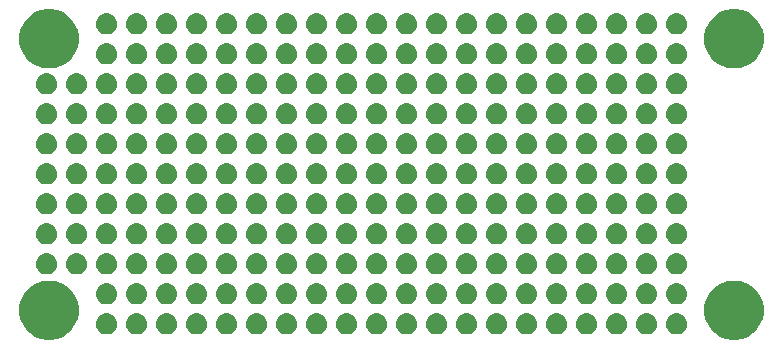
<source format=gbs>
G04 #@! TF.GenerationSoftware,KiCad,Pcbnew,5.0.2-bee76a0~70~ubuntu18.04.1*
G04 #@! TF.CreationDate,2019-03-02T20:55:38+01:00*
G04 #@! TF.ProjectId,rpi-zero-proto,7270692d-7a65-4726-9f2d-70726f746f2e,rev?*
G04 #@! TF.SameCoordinates,Original*
G04 #@! TF.FileFunction,Soldermask,Bot*
G04 #@! TF.FilePolarity,Negative*
%FSLAX46Y46*%
G04 Gerber Fmt 4.6, Leading zero omitted, Abs format (unit mm)*
G04 Created by KiCad (PCBNEW 5.0.2-bee76a0~70~ubuntu18.04.1) date sob, 2 mar 2019, 20:55:38*
%MOMM*%
%LPD*%
G01*
G04 APERTURE LIST*
%ADD10C,0.100000*%
G04 APERTURE END LIST*
D10*
G36*
X98152771Y-64994561D02*
X98315057Y-65026842D01*
X98773668Y-65216805D01*
X99180915Y-65488919D01*
X99186409Y-65492590D01*
X99537410Y-65843591D01*
X99537412Y-65843594D01*
X99813195Y-66256332D01*
X100003158Y-66714943D01*
X100100000Y-67201802D01*
X100100000Y-67698198D01*
X100003158Y-68185057D01*
X99813195Y-68643668D01*
X99541081Y-69050915D01*
X99537410Y-69056409D01*
X99186409Y-69407410D01*
X99186406Y-69407412D01*
X98773668Y-69683195D01*
X98315057Y-69873158D01*
X98152771Y-69905439D01*
X97828200Y-69970000D01*
X97331800Y-69970000D01*
X97007229Y-69905439D01*
X96844943Y-69873158D01*
X96386332Y-69683195D01*
X95973594Y-69407412D01*
X95973591Y-69407410D01*
X95622590Y-69056409D01*
X95618919Y-69050915D01*
X95346805Y-68643668D01*
X95156842Y-68185057D01*
X95060000Y-67698198D01*
X95060000Y-67201802D01*
X95156842Y-66714943D01*
X95346805Y-66256332D01*
X95622588Y-65843594D01*
X95622590Y-65843591D01*
X95973591Y-65492590D01*
X95979085Y-65488919D01*
X96386332Y-65216805D01*
X96844943Y-65026842D01*
X97007229Y-64994561D01*
X97331800Y-64930000D01*
X97828200Y-64930000D01*
X98152771Y-64994561D01*
X98152771Y-64994561D01*
G37*
G36*
X40152771Y-64994561D02*
X40315057Y-65026842D01*
X40773668Y-65216805D01*
X41180915Y-65488919D01*
X41186409Y-65492590D01*
X41537410Y-65843591D01*
X41537412Y-65843594D01*
X41813195Y-66256332D01*
X42003158Y-66714943D01*
X42100000Y-67201802D01*
X42100000Y-67698198D01*
X42003158Y-68185057D01*
X41813195Y-68643668D01*
X41541081Y-69050915D01*
X41537410Y-69056409D01*
X41186409Y-69407410D01*
X41186406Y-69407412D01*
X40773668Y-69683195D01*
X40315057Y-69873158D01*
X40152771Y-69905439D01*
X39828200Y-69970000D01*
X39331800Y-69970000D01*
X39007229Y-69905439D01*
X38844943Y-69873158D01*
X38386332Y-69683195D01*
X37973594Y-69407412D01*
X37973591Y-69407410D01*
X37622590Y-69056409D01*
X37618919Y-69050915D01*
X37346805Y-68643668D01*
X37156842Y-68185057D01*
X37060000Y-67698198D01*
X37060000Y-67201802D01*
X37156842Y-66714943D01*
X37346805Y-66256332D01*
X37622588Y-65843594D01*
X37622590Y-65843591D01*
X37973591Y-65492590D01*
X37979085Y-65488919D01*
X38386332Y-65216805D01*
X38844943Y-65026842D01*
X39007229Y-64994561D01*
X39331800Y-64930000D01*
X39828200Y-64930000D01*
X40152771Y-64994561D01*
X40152771Y-64994561D01*
G37*
G36*
X44560443Y-67685519D02*
X44626627Y-67692037D01*
X44739853Y-67726384D01*
X44796467Y-67743557D01*
X44935087Y-67817652D01*
X44952991Y-67827222D01*
X44988729Y-67856552D01*
X45090186Y-67939814D01*
X45173448Y-68041271D01*
X45202778Y-68077009D01*
X45202779Y-68077011D01*
X45286443Y-68233533D01*
X45286443Y-68233534D01*
X45337963Y-68403373D01*
X45355359Y-68580000D01*
X45337963Y-68756627D01*
X45303616Y-68869853D01*
X45286443Y-68926467D01*
X45212348Y-69065087D01*
X45202778Y-69082991D01*
X45173448Y-69118729D01*
X45090186Y-69220186D01*
X44988729Y-69303448D01*
X44952991Y-69332778D01*
X44952989Y-69332779D01*
X44796467Y-69416443D01*
X44739853Y-69433616D01*
X44626627Y-69467963D01*
X44560442Y-69474482D01*
X44494260Y-69481000D01*
X44405740Y-69481000D01*
X44339558Y-69474482D01*
X44273373Y-69467963D01*
X44160147Y-69433616D01*
X44103533Y-69416443D01*
X43947011Y-69332779D01*
X43947009Y-69332778D01*
X43911271Y-69303448D01*
X43809814Y-69220186D01*
X43726552Y-69118729D01*
X43697222Y-69082991D01*
X43687652Y-69065087D01*
X43613557Y-68926467D01*
X43596384Y-68869853D01*
X43562037Y-68756627D01*
X43544641Y-68580000D01*
X43562037Y-68403373D01*
X43613557Y-68233534D01*
X43613557Y-68233533D01*
X43697221Y-68077011D01*
X43697222Y-68077009D01*
X43726552Y-68041271D01*
X43809814Y-67939814D01*
X43911271Y-67856552D01*
X43947009Y-67827222D01*
X43964913Y-67817652D01*
X44103533Y-67743557D01*
X44160147Y-67726384D01*
X44273373Y-67692037D01*
X44339557Y-67685519D01*
X44405740Y-67679000D01*
X44494260Y-67679000D01*
X44560443Y-67685519D01*
X44560443Y-67685519D01*
G37*
G36*
X75040443Y-67685519D02*
X75106627Y-67692037D01*
X75219853Y-67726384D01*
X75276467Y-67743557D01*
X75415087Y-67817652D01*
X75432991Y-67827222D01*
X75468729Y-67856552D01*
X75570186Y-67939814D01*
X75653448Y-68041271D01*
X75682778Y-68077009D01*
X75682779Y-68077011D01*
X75766443Y-68233533D01*
X75766443Y-68233534D01*
X75817963Y-68403373D01*
X75835359Y-68580000D01*
X75817963Y-68756627D01*
X75783616Y-68869853D01*
X75766443Y-68926467D01*
X75692348Y-69065087D01*
X75682778Y-69082991D01*
X75653448Y-69118729D01*
X75570186Y-69220186D01*
X75468729Y-69303448D01*
X75432991Y-69332778D01*
X75432989Y-69332779D01*
X75276467Y-69416443D01*
X75219853Y-69433616D01*
X75106627Y-69467963D01*
X75040442Y-69474482D01*
X74974260Y-69481000D01*
X74885740Y-69481000D01*
X74819558Y-69474482D01*
X74753373Y-69467963D01*
X74640147Y-69433616D01*
X74583533Y-69416443D01*
X74427011Y-69332779D01*
X74427009Y-69332778D01*
X74391271Y-69303448D01*
X74289814Y-69220186D01*
X74206552Y-69118729D01*
X74177222Y-69082991D01*
X74167652Y-69065087D01*
X74093557Y-68926467D01*
X74076384Y-68869853D01*
X74042037Y-68756627D01*
X74024641Y-68580000D01*
X74042037Y-68403373D01*
X74093557Y-68233534D01*
X74093557Y-68233533D01*
X74177221Y-68077011D01*
X74177222Y-68077009D01*
X74206552Y-68041271D01*
X74289814Y-67939814D01*
X74391271Y-67856552D01*
X74427009Y-67827222D01*
X74444913Y-67817652D01*
X74583533Y-67743557D01*
X74640147Y-67726384D01*
X74753373Y-67692037D01*
X74819557Y-67685519D01*
X74885740Y-67679000D01*
X74974260Y-67679000D01*
X75040443Y-67685519D01*
X75040443Y-67685519D01*
G37*
G36*
X92820443Y-67685519D02*
X92886627Y-67692037D01*
X92999853Y-67726384D01*
X93056467Y-67743557D01*
X93195087Y-67817652D01*
X93212991Y-67827222D01*
X93248729Y-67856552D01*
X93350186Y-67939814D01*
X93433448Y-68041271D01*
X93462778Y-68077009D01*
X93462779Y-68077011D01*
X93546443Y-68233533D01*
X93546443Y-68233534D01*
X93597963Y-68403373D01*
X93615359Y-68580000D01*
X93597963Y-68756627D01*
X93563616Y-68869853D01*
X93546443Y-68926467D01*
X93472348Y-69065087D01*
X93462778Y-69082991D01*
X93433448Y-69118729D01*
X93350186Y-69220186D01*
X93248729Y-69303448D01*
X93212991Y-69332778D01*
X93212989Y-69332779D01*
X93056467Y-69416443D01*
X92999853Y-69433616D01*
X92886627Y-69467963D01*
X92820442Y-69474482D01*
X92754260Y-69481000D01*
X92665740Y-69481000D01*
X92599558Y-69474482D01*
X92533373Y-69467963D01*
X92420147Y-69433616D01*
X92363533Y-69416443D01*
X92207011Y-69332779D01*
X92207009Y-69332778D01*
X92171271Y-69303448D01*
X92069814Y-69220186D01*
X91986552Y-69118729D01*
X91957222Y-69082991D01*
X91947652Y-69065087D01*
X91873557Y-68926467D01*
X91856384Y-68869853D01*
X91822037Y-68756627D01*
X91804641Y-68580000D01*
X91822037Y-68403373D01*
X91873557Y-68233534D01*
X91873557Y-68233533D01*
X91957221Y-68077011D01*
X91957222Y-68077009D01*
X91986552Y-68041271D01*
X92069814Y-67939814D01*
X92171271Y-67856552D01*
X92207009Y-67827222D01*
X92224913Y-67817652D01*
X92363533Y-67743557D01*
X92420147Y-67726384D01*
X92533373Y-67692037D01*
X92599557Y-67685519D01*
X92665740Y-67679000D01*
X92754260Y-67679000D01*
X92820443Y-67685519D01*
X92820443Y-67685519D01*
G37*
G36*
X90280443Y-67685519D02*
X90346627Y-67692037D01*
X90459853Y-67726384D01*
X90516467Y-67743557D01*
X90655087Y-67817652D01*
X90672991Y-67827222D01*
X90708729Y-67856552D01*
X90810186Y-67939814D01*
X90893448Y-68041271D01*
X90922778Y-68077009D01*
X90922779Y-68077011D01*
X91006443Y-68233533D01*
X91006443Y-68233534D01*
X91057963Y-68403373D01*
X91075359Y-68580000D01*
X91057963Y-68756627D01*
X91023616Y-68869853D01*
X91006443Y-68926467D01*
X90932348Y-69065087D01*
X90922778Y-69082991D01*
X90893448Y-69118729D01*
X90810186Y-69220186D01*
X90708729Y-69303448D01*
X90672991Y-69332778D01*
X90672989Y-69332779D01*
X90516467Y-69416443D01*
X90459853Y-69433616D01*
X90346627Y-69467963D01*
X90280442Y-69474482D01*
X90214260Y-69481000D01*
X90125740Y-69481000D01*
X90059558Y-69474482D01*
X89993373Y-69467963D01*
X89880147Y-69433616D01*
X89823533Y-69416443D01*
X89667011Y-69332779D01*
X89667009Y-69332778D01*
X89631271Y-69303448D01*
X89529814Y-69220186D01*
X89446552Y-69118729D01*
X89417222Y-69082991D01*
X89407652Y-69065087D01*
X89333557Y-68926467D01*
X89316384Y-68869853D01*
X89282037Y-68756627D01*
X89264641Y-68580000D01*
X89282037Y-68403373D01*
X89333557Y-68233534D01*
X89333557Y-68233533D01*
X89417221Y-68077011D01*
X89417222Y-68077009D01*
X89446552Y-68041271D01*
X89529814Y-67939814D01*
X89631271Y-67856552D01*
X89667009Y-67827222D01*
X89684913Y-67817652D01*
X89823533Y-67743557D01*
X89880147Y-67726384D01*
X89993373Y-67692037D01*
X90059557Y-67685519D01*
X90125740Y-67679000D01*
X90214260Y-67679000D01*
X90280443Y-67685519D01*
X90280443Y-67685519D01*
G37*
G36*
X87740443Y-67685519D02*
X87806627Y-67692037D01*
X87919853Y-67726384D01*
X87976467Y-67743557D01*
X88115087Y-67817652D01*
X88132991Y-67827222D01*
X88168729Y-67856552D01*
X88270186Y-67939814D01*
X88353448Y-68041271D01*
X88382778Y-68077009D01*
X88382779Y-68077011D01*
X88466443Y-68233533D01*
X88466443Y-68233534D01*
X88517963Y-68403373D01*
X88535359Y-68580000D01*
X88517963Y-68756627D01*
X88483616Y-68869853D01*
X88466443Y-68926467D01*
X88392348Y-69065087D01*
X88382778Y-69082991D01*
X88353448Y-69118729D01*
X88270186Y-69220186D01*
X88168729Y-69303448D01*
X88132991Y-69332778D01*
X88132989Y-69332779D01*
X87976467Y-69416443D01*
X87919853Y-69433616D01*
X87806627Y-69467963D01*
X87740442Y-69474482D01*
X87674260Y-69481000D01*
X87585740Y-69481000D01*
X87519558Y-69474482D01*
X87453373Y-69467963D01*
X87340147Y-69433616D01*
X87283533Y-69416443D01*
X87127011Y-69332779D01*
X87127009Y-69332778D01*
X87091271Y-69303448D01*
X86989814Y-69220186D01*
X86906552Y-69118729D01*
X86877222Y-69082991D01*
X86867652Y-69065087D01*
X86793557Y-68926467D01*
X86776384Y-68869853D01*
X86742037Y-68756627D01*
X86724641Y-68580000D01*
X86742037Y-68403373D01*
X86793557Y-68233534D01*
X86793557Y-68233533D01*
X86877221Y-68077011D01*
X86877222Y-68077009D01*
X86906552Y-68041271D01*
X86989814Y-67939814D01*
X87091271Y-67856552D01*
X87127009Y-67827222D01*
X87144913Y-67817652D01*
X87283533Y-67743557D01*
X87340147Y-67726384D01*
X87453373Y-67692037D01*
X87519557Y-67685519D01*
X87585740Y-67679000D01*
X87674260Y-67679000D01*
X87740443Y-67685519D01*
X87740443Y-67685519D01*
G37*
G36*
X85200443Y-67685519D02*
X85266627Y-67692037D01*
X85379853Y-67726384D01*
X85436467Y-67743557D01*
X85575087Y-67817652D01*
X85592991Y-67827222D01*
X85628729Y-67856552D01*
X85730186Y-67939814D01*
X85813448Y-68041271D01*
X85842778Y-68077009D01*
X85842779Y-68077011D01*
X85926443Y-68233533D01*
X85926443Y-68233534D01*
X85977963Y-68403373D01*
X85995359Y-68580000D01*
X85977963Y-68756627D01*
X85943616Y-68869853D01*
X85926443Y-68926467D01*
X85852348Y-69065087D01*
X85842778Y-69082991D01*
X85813448Y-69118729D01*
X85730186Y-69220186D01*
X85628729Y-69303448D01*
X85592991Y-69332778D01*
X85592989Y-69332779D01*
X85436467Y-69416443D01*
X85379853Y-69433616D01*
X85266627Y-69467963D01*
X85200442Y-69474482D01*
X85134260Y-69481000D01*
X85045740Y-69481000D01*
X84979558Y-69474482D01*
X84913373Y-69467963D01*
X84800147Y-69433616D01*
X84743533Y-69416443D01*
X84587011Y-69332779D01*
X84587009Y-69332778D01*
X84551271Y-69303448D01*
X84449814Y-69220186D01*
X84366552Y-69118729D01*
X84337222Y-69082991D01*
X84327652Y-69065087D01*
X84253557Y-68926467D01*
X84236384Y-68869853D01*
X84202037Y-68756627D01*
X84184641Y-68580000D01*
X84202037Y-68403373D01*
X84253557Y-68233534D01*
X84253557Y-68233533D01*
X84337221Y-68077011D01*
X84337222Y-68077009D01*
X84366552Y-68041271D01*
X84449814Y-67939814D01*
X84551271Y-67856552D01*
X84587009Y-67827222D01*
X84604913Y-67817652D01*
X84743533Y-67743557D01*
X84800147Y-67726384D01*
X84913373Y-67692037D01*
X84979557Y-67685519D01*
X85045740Y-67679000D01*
X85134260Y-67679000D01*
X85200443Y-67685519D01*
X85200443Y-67685519D01*
G37*
G36*
X82660443Y-67685519D02*
X82726627Y-67692037D01*
X82839853Y-67726384D01*
X82896467Y-67743557D01*
X83035087Y-67817652D01*
X83052991Y-67827222D01*
X83088729Y-67856552D01*
X83190186Y-67939814D01*
X83273448Y-68041271D01*
X83302778Y-68077009D01*
X83302779Y-68077011D01*
X83386443Y-68233533D01*
X83386443Y-68233534D01*
X83437963Y-68403373D01*
X83455359Y-68580000D01*
X83437963Y-68756627D01*
X83403616Y-68869853D01*
X83386443Y-68926467D01*
X83312348Y-69065087D01*
X83302778Y-69082991D01*
X83273448Y-69118729D01*
X83190186Y-69220186D01*
X83088729Y-69303448D01*
X83052991Y-69332778D01*
X83052989Y-69332779D01*
X82896467Y-69416443D01*
X82839853Y-69433616D01*
X82726627Y-69467963D01*
X82660442Y-69474482D01*
X82594260Y-69481000D01*
X82505740Y-69481000D01*
X82439558Y-69474482D01*
X82373373Y-69467963D01*
X82260147Y-69433616D01*
X82203533Y-69416443D01*
X82047011Y-69332779D01*
X82047009Y-69332778D01*
X82011271Y-69303448D01*
X81909814Y-69220186D01*
X81826552Y-69118729D01*
X81797222Y-69082991D01*
X81787652Y-69065087D01*
X81713557Y-68926467D01*
X81696384Y-68869853D01*
X81662037Y-68756627D01*
X81644641Y-68580000D01*
X81662037Y-68403373D01*
X81713557Y-68233534D01*
X81713557Y-68233533D01*
X81797221Y-68077011D01*
X81797222Y-68077009D01*
X81826552Y-68041271D01*
X81909814Y-67939814D01*
X82011271Y-67856552D01*
X82047009Y-67827222D01*
X82064913Y-67817652D01*
X82203533Y-67743557D01*
X82260147Y-67726384D01*
X82373373Y-67692037D01*
X82439557Y-67685519D01*
X82505740Y-67679000D01*
X82594260Y-67679000D01*
X82660443Y-67685519D01*
X82660443Y-67685519D01*
G37*
G36*
X80120443Y-67685519D02*
X80186627Y-67692037D01*
X80299853Y-67726384D01*
X80356467Y-67743557D01*
X80495087Y-67817652D01*
X80512991Y-67827222D01*
X80548729Y-67856552D01*
X80650186Y-67939814D01*
X80733448Y-68041271D01*
X80762778Y-68077009D01*
X80762779Y-68077011D01*
X80846443Y-68233533D01*
X80846443Y-68233534D01*
X80897963Y-68403373D01*
X80915359Y-68580000D01*
X80897963Y-68756627D01*
X80863616Y-68869853D01*
X80846443Y-68926467D01*
X80772348Y-69065087D01*
X80762778Y-69082991D01*
X80733448Y-69118729D01*
X80650186Y-69220186D01*
X80548729Y-69303448D01*
X80512991Y-69332778D01*
X80512989Y-69332779D01*
X80356467Y-69416443D01*
X80299853Y-69433616D01*
X80186627Y-69467963D01*
X80120442Y-69474482D01*
X80054260Y-69481000D01*
X79965740Y-69481000D01*
X79899558Y-69474482D01*
X79833373Y-69467963D01*
X79720147Y-69433616D01*
X79663533Y-69416443D01*
X79507011Y-69332779D01*
X79507009Y-69332778D01*
X79471271Y-69303448D01*
X79369814Y-69220186D01*
X79286552Y-69118729D01*
X79257222Y-69082991D01*
X79247652Y-69065087D01*
X79173557Y-68926467D01*
X79156384Y-68869853D01*
X79122037Y-68756627D01*
X79104641Y-68580000D01*
X79122037Y-68403373D01*
X79173557Y-68233534D01*
X79173557Y-68233533D01*
X79257221Y-68077011D01*
X79257222Y-68077009D01*
X79286552Y-68041271D01*
X79369814Y-67939814D01*
X79471271Y-67856552D01*
X79507009Y-67827222D01*
X79524913Y-67817652D01*
X79663533Y-67743557D01*
X79720147Y-67726384D01*
X79833373Y-67692037D01*
X79899557Y-67685519D01*
X79965740Y-67679000D01*
X80054260Y-67679000D01*
X80120443Y-67685519D01*
X80120443Y-67685519D01*
G37*
G36*
X77580443Y-67685519D02*
X77646627Y-67692037D01*
X77759853Y-67726384D01*
X77816467Y-67743557D01*
X77955087Y-67817652D01*
X77972991Y-67827222D01*
X78008729Y-67856552D01*
X78110186Y-67939814D01*
X78193448Y-68041271D01*
X78222778Y-68077009D01*
X78222779Y-68077011D01*
X78306443Y-68233533D01*
X78306443Y-68233534D01*
X78357963Y-68403373D01*
X78375359Y-68580000D01*
X78357963Y-68756627D01*
X78323616Y-68869853D01*
X78306443Y-68926467D01*
X78232348Y-69065087D01*
X78222778Y-69082991D01*
X78193448Y-69118729D01*
X78110186Y-69220186D01*
X78008729Y-69303448D01*
X77972991Y-69332778D01*
X77972989Y-69332779D01*
X77816467Y-69416443D01*
X77759853Y-69433616D01*
X77646627Y-69467963D01*
X77580442Y-69474482D01*
X77514260Y-69481000D01*
X77425740Y-69481000D01*
X77359558Y-69474482D01*
X77293373Y-69467963D01*
X77180147Y-69433616D01*
X77123533Y-69416443D01*
X76967011Y-69332779D01*
X76967009Y-69332778D01*
X76931271Y-69303448D01*
X76829814Y-69220186D01*
X76746552Y-69118729D01*
X76717222Y-69082991D01*
X76707652Y-69065087D01*
X76633557Y-68926467D01*
X76616384Y-68869853D01*
X76582037Y-68756627D01*
X76564641Y-68580000D01*
X76582037Y-68403373D01*
X76633557Y-68233534D01*
X76633557Y-68233533D01*
X76717221Y-68077011D01*
X76717222Y-68077009D01*
X76746552Y-68041271D01*
X76829814Y-67939814D01*
X76931271Y-67856552D01*
X76967009Y-67827222D01*
X76984913Y-67817652D01*
X77123533Y-67743557D01*
X77180147Y-67726384D01*
X77293373Y-67692037D01*
X77359557Y-67685519D01*
X77425740Y-67679000D01*
X77514260Y-67679000D01*
X77580443Y-67685519D01*
X77580443Y-67685519D01*
G37*
G36*
X57260443Y-67685519D02*
X57326627Y-67692037D01*
X57439853Y-67726384D01*
X57496467Y-67743557D01*
X57635087Y-67817652D01*
X57652991Y-67827222D01*
X57688729Y-67856552D01*
X57790186Y-67939814D01*
X57873448Y-68041271D01*
X57902778Y-68077009D01*
X57902779Y-68077011D01*
X57986443Y-68233533D01*
X57986443Y-68233534D01*
X58037963Y-68403373D01*
X58055359Y-68580000D01*
X58037963Y-68756627D01*
X58003616Y-68869853D01*
X57986443Y-68926467D01*
X57912348Y-69065087D01*
X57902778Y-69082991D01*
X57873448Y-69118729D01*
X57790186Y-69220186D01*
X57688729Y-69303448D01*
X57652991Y-69332778D01*
X57652989Y-69332779D01*
X57496467Y-69416443D01*
X57439853Y-69433616D01*
X57326627Y-69467963D01*
X57260442Y-69474482D01*
X57194260Y-69481000D01*
X57105740Y-69481000D01*
X57039558Y-69474482D01*
X56973373Y-69467963D01*
X56860147Y-69433616D01*
X56803533Y-69416443D01*
X56647011Y-69332779D01*
X56647009Y-69332778D01*
X56611271Y-69303448D01*
X56509814Y-69220186D01*
X56426552Y-69118729D01*
X56397222Y-69082991D01*
X56387652Y-69065087D01*
X56313557Y-68926467D01*
X56296384Y-68869853D01*
X56262037Y-68756627D01*
X56244641Y-68580000D01*
X56262037Y-68403373D01*
X56313557Y-68233534D01*
X56313557Y-68233533D01*
X56397221Y-68077011D01*
X56397222Y-68077009D01*
X56426552Y-68041271D01*
X56509814Y-67939814D01*
X56611271Y-67856552D01*
X56647009Y-67827222D01*
X56664913Y-67817652D01*
X56803533Y-67743557D01*
X56860147Y-67726384D01*
X56973373Y-67692037D01*
X57039557Y-67685519D01*
X57105740Y-67679000D01*
X57194260Y-67679000D01*
X57260443Y-67685519D01*
X57260443Y-67685519D01*
G37*
G36*
X72500443Y-67685519D02*
X72566627Y-67692037D01*
X72679853Y-67726384D01*
X72736467Y-67743557D01*
X72875087Y-67817652D01*
X72892991Y-67827222D01*
X72928729Y-67856552D01*
X73030186Y-67939814D01*
X73113448Y-68041271D01*
X73142778Y-68077009D01*
X73142779Y-68077011D01*
X73226443Y-68233533D01*
X73226443Y-68233534D01*
X73277963Y-68403373D01*
X73295359Y-68580000D01*
X73277963Y-68756627D01*
X73243616Y-68869853D01*
X73226443Y-68926467D01*
X73152348Y-69065087D01*
X73142778Y-69082991D01*
X73113448Y-69118729D01*
X73030186Y-69220186D01*
X72928729Y-69303448D01*
X72892991Y-69332778D01*
X72892989Y-69332779D01*
X72736467Y-69416443D01*
X72679853Y-69433616D01*
X72566627Y-69467963D01*
X72500442Y-69474482D01*
X72434260Y-69481000D01*
X72345740Y-69481000D01*
X72279558Y-69474482D01*
X72213373Y-69467963D01*
X72100147Y-69433616D01*
X72043533Y-69416443D01*
X71887011Y-69332779D01*
X71887009Y-69332778D01*
X71851271Y-69303448D01*
X71749814Y-69220186D01*
X71666552Y-69118729D01*
X71637222Y-69082991D01*
X71627652Y-69065087D01*
X71553557Y-68926467D01*
X71536384Y-68869853D01*
X71502037Y-68756627D01*
X71484641Y-68580000D01*
X71502037Y-68403373D01*
X71553557Y-68233534D01*
X71553557Y-68233533D01*
X71637221Y-68077011D01*
X71637222Y-68077009D01*
X71666552Y-68041271D01*
X71749814Y-67939814D01*
X71851271Y-67856552D01*
X71887009Y-67827222D01*
X71904913Y-67817652D01*
X72043533Y-67743557D01*
X72100147Y-67726384D01*
X72213373Y-67692037D01*
X72279557Y-67685519D01*
X72345740Y-67679000D01*
X72434260Y-67679000D01*
X72500443Y-67685519D01*
X72500443Y-67685519D01*
G37*
G36*
X67420443Y-67685519D02*
X67486627Y-67692037D01*
X67599853Y-67726384D01*
X67656467Y-67743557D01*
X67795087Y-67817652D01*
X67812991Y-67827222D01*
X67848729Y-67856552D01*
X67950186Y-67939814D01*
X68033448Y-68041271D01*
X68062778Y-68077009D01*
X68062779Y-68077011D01*
X68146443Y-68233533D01*
X68146443Y-68233534D01*
X68197963Y-68403373D01*
X68215359Y-68580000D01*
X68197963Y-68756627D01*
X68163616Y-68869853D01*
X68146443Y-68926467D01*
X68072348Y-69065087D01*
X68062778Y-69082991D01*
X68033448Y-69118729D01*
X67950186Y-69220186D01*
X67848729Y-69303448D01*
X67812991Y-69332778D01*
X67812989Y-69332779D01*
X67656467Y-69416443D01*
X67599853Y-69433616D01*
X67486627Y-69467963D01*
X67420442Y-69474482D01*
X67354260Y-69481000D01*
X67265740Y-69481000D01*
X67199558Y-69474482D01*
X67133373Y-69467963D01*
X67020147Y-69433616D01*
X66963533Y-69416443D01*
X66807011Y-69332779D01*
X66807009Y-69332778D01*
X66771271Y-69303448D01*
X66669814Y-69220186D01*
X66586552Y-69118729D01*
X66557222Y-69082991D01*
X66547652Y-69065087D01*
X66473557Y-68926467D01*
X66456384Y-68869853D01*
X66422037Y-68756627D01*
X66404641Y-68580000D01*
X66422037Y-68403373D01*
X66473557Y-68233534D01*
X66473557Y-68233533D01*
X66557221Y-68077011D01*
X66557222Y-68077009D01*
X66586552Y-68041271D01*
X66669814Y-67939814D01*
X66771271Y-67856552D01*
X66807009Y-67827222D01*
X66824913Y-67817652D01*
X66963533Y-67743557D01*
X67020147Y-67726384D01*
X67133373Y-67692037D01*
X67199557Y-67685519D01*
X67265740Y-67679000D01*
X67354260Y-67679000D01*
X67420443Y-67685519D01*
X67420443Y-67685519D01*
G37*
G36*
X64880443Y-67685519D02*
X64946627Y-67692037D01*
X65059853Y-67726384D01*
X65116467Y-67743557D01*
X65255087Y-67817652D01*
X65272991Y-67827222D01*
X65308729Y-67856552D01*
X65410186Y-67939814D01*
X65493448Y-68041271D01*
X65522778Y-68077009D01*
X65522779Y-68077011D01*
X65606443Y-68233533D01*
X65606443Y-68233534D01*
X65657963Y-68403373D01*
X65675359Y-68580000D01*
X65657963Y-68756627D01*
X65623616Y-68869853D01*
X65606443Y-68926467D01*
X65532348Y-69065087D01*
X65522778Y-69082991D01*
X65493448Y-69118729D01*
X65410186Y-69220186D01*
X65308729Y-69303448D01*
X65272991Y-69332778D01*
X65272989Y-69332779D01*
X65116467Y-69416443D01*
X65059853Y-69433616D01*
X64946627Y-69467963D01*
X64880442Y-69474482D01*
X64814260Y-69481000D01*
X64725740Y-69481000D01*
X64659558Y-69474482D01*
X64593373Y-69467963D01*
X64480147Y-69433616D01*
X64423533Y-69416443D01*
X64267011Y-69332779D01*
X64267009Y-69332778D01*
X64231271Y-69303448D01*
X64129814Y-69220186D01*
X64046552Y-69118729D01*
X64017222Y-69082991D01*
X64007652Y-69065087D01*
X63933557Y-68926467D01*
X63916384Y-68869853D01*
X63882037Y-68756627D01*
X63864641Y-68580000D01*
X63882037Y-68403373D01*
X63933557Y-68233534D01*
X63933557Y-68233533D01*
X64017221Y-68077011D01*
X64017222Y-68077009D01*
X64046552Y-68041271D01*
X64129814Y-67939814D01*
X64231271Y-67856552D01*
X64267009Y-67827222D01*
X64284913Y-67817652D01*
X64423533Y-67743557D01*
X64480147Y-67726384D01*
X64593373Y-67692037D01*
X64659557Y-67685519D01*
X64725740Y-67679000D01*
X64814260Y-67679000D01*
X64880443Y-67685519D01*
X64880443Y-67685519D01*
G37*
G36*
X62340443Y-67685519D02*
X62406627Y-67692037D01*
X62519853Y-67726384D01*
X62576467Y-67743557D01*
X62715087Y-67817652D01*
X62732991Y-67827222D01*
X62768729Y-67856552D01*
X62870186Y-67939814D01*
X62953448Y-68041271D01*
X62982778Y-68077009D01*
X62982779Y-68077011D01*
X63066443Y-68233533D01*
X63066443Y-68233534D01*
X63117963Y-68403373D01*
X63135359Y-68580000D01*
X63117963Y-68756627D01*
X63083616Y-68869853D01*
X63066443Y-68926467D01*
X62992348Y-69065087D01*
X62982778Y-69082991D01*
X62953448Y-69118729D01*
X62870186Y-69220186D01*
X62768729Y-69303448D01*
X62732991Y-69332778D01*
X62732989Y-69332779D01*
X62576467Y-69416443D01*
X62519853Y-69433616D01*
X62406627Y-69467963D01*
X62340442Y-69474482D01*
X62274260Y-69481000D01*
X62185740Y-69481000D01*
X62119558Y-69474482D01*
X62053373Y-69467963D01*
X61940147Y-69433616D01*
X61883533Y-69416443D01*
X61727011Y-69332779D01*
X61727009Y-69332778D01*
X61691271Y-69303448D01*
X61589814Y-69220186D01*
X61506552Y-69118729D01*
X61477222Y-69082991D01*
X61467652Y-69065087D01*
X61393557Y-68926467D01*
X61376384Y-68869853D01*
X61342037Y-68756627D01*
X61324641Y-68580000D01*
X61342037Y-68403373D01*
X61393557Y-68233534D01*
X61393557Y-68233533D01*
X61477221Y-68077011D01*
X61477222Y-68077009D01*
X61506552Y-68041271D01*
X61589814Y-67939814D01*
X61691271Y-67856552D01*
X61727009Y-67827222D01*
X61744913Y-67817652D01*
X61883533Y-67743557D01*
X61940147Y-67726384D01*
X62053373Y-67692037D01*
X62119557Y-67685519D01*
X62185740Y-67679000D01*
X62274260Y-67679000D01*
X62340443Y-67685519D01*
X62340443Y-67685519D01*
G37*
G36*
X59800443Y-67685519D02*
X59866627Y-67692037D01*
X59979853Y-67726384D01*
X60036467Y-67743557D01*
X60175087Y-67817652D01*
X60192991Y-67827222D01*
X60228729Y-67856552D01*
X60330186Y-67939814D01*
X60413448Y-68041271D01*
X60442778Y-68077009D01*
X60442779Y-68077011D01*
X60526443Y-68233533D01*
X60526443Y-68233534D01*
X60577963Y-68403373D01*
X60595359Y-68580000D01*
X60577963Y-68756627D01*
X60543616Y-68869853D01*
X60526443Y-68926467D01*
X60452348Y-69065087D01*
X60442778Y-69082991D01*
X60413448Y-69118729D01*
X60330186Y-69220186D01*
X60228729Y-69303448D01*
X60192991Y-69332778D01*
X60192989Y-69332779D01*
X60036467Y-69416443D01*
X59979853Y-69433616D01*
X59866627Y-69467963D01*
X59800442Y-69474482D01*
X59734260Y-69481000D01*
X59645740Y-69481000D01*
X59579558Y-69474482D01*
X59513373Y-69467963D01*
X59400147Y-69433616D01*
X59343533Y-69416443D01*
X59187011Y-69332779D01*
X59187009Y-69332778D01*
X59151271Y-69303448D01*
X59049814Y-69220186D01*
X58966552Y-69118729D01*
X58937222Y-69082991D01*
X58927652Y-69065087D01*
X58853557Y-68926467D01*
X58836384Y-68869853D01*
X58802037Y-68756627D01*
X58784641Y-68580000D01*
X58802037Y-68403373D01*
X58853557Y-68233534D01*
X58853557Y-68233533D01*
X58937221Y-68077011D01*
X58937222Y-68077009D01*
X58966552Y-68041271D01*
X59049814Y-67939814D01*
X59151271Y-67856552D01*
X59187009Y-67827222D01*
X59204913Y-67817652D01*
X59343533Y-67743557D01*
X59400147Y-67726384D01*
X59513373Y-67692037D01*
X59579557Y-67685519D01*
X59645740Y-67679000D01*
X59734260Y-67679000D01*
X59800443Y-67685519D01*
X59800443Y-67685519D01*
G37*
G36*
X54720443Y-67685519D02*
X54786627Y-67692037D01*
X54899853Y-67726384D01*
X54956467Y-67743557D01*
X55095087Y-67817652D01*
X55112991Y-67827222D01*
X55148729Y-67856552D01*
X55250186Y-67939814D01*
X55333448Y-68041271D01*
X55362778Y-68077009D01*
X55362779Y-68077011D01*
X55446443Y-68233533D01*
X55446443Y-68233534D01*
X55497963Y-68403373D01*
X55515359Y-68580000D01*
X55497963Y-68756627D01*
X55463616Y-68869853D01*
X55446443Y-68926467D01*
X55372348Y-69065087D01*
X55362778Y-69082991D01*
X55333448Y-69118729D01*
X55250186Y-69220186D01*
X55148729Y-69303448D01*
X55112991Y-69332778D01*
X55112989Y-69332779D01*
X54956467Y-69416443D01*
X54899853Y-69433616D01*
X54786627Y-69467963D01*
X54720442Y-69474482D01*
X54654260Y-69481000D01*
X54565740Y-69481000D01*
X54499558Y-69474482D01*
X54433373Y-69467963D01*
X54320147Y-69433616D01*
X54263533Y-69416443D01*
X54107011Y-69332779D01*
X54107009Y-69332778D01*
X54071271Y-69303448D01*
X53969814Y-69220186D01*
X53886552Y-69118729D01*
X53857222Y-69082991D01*
X53847652Y-69065087D01*
X53773557Y-68926467D01*
X53756384Y-68869853D01*
X53722037Y-68756627D01*
X53704641Y-68580000D01*
X53722037Y-68403373D01*
X53773557Y-68233534D01*
X53773557Y-68233533D01*
X53857221Y-68077011D01*
X53857222Y-68077009D01*
X53886552Y-68041271D01*
X53969814Y-67939814D01*
X54071271Y-67856552D01*
X54107009Y-67827222D01*
X54124913Y-67817652D01*
X54263533Y-67743557D01*
X54320147Y-67726384D01*
X54433373Y-67692037D01*
X54499557Y-67685519D01*
X54565740Y-67679000D01*
X54654260Y-67679000D01*
X54720443Y-67685519D01*
X54720443Y-67685519D01*
G37*
G36*
X52180443Y-67685519D02*
X52246627Y-67692037D01*
X52359853Y-67726384D01*
X52416467Y-67743557D01*
X52555087Y-67817652D01*
X52572991Y-67827222D01*
X52608729Y-67856552D01*
X52710186Y-67939814D01*
X52793448Y-68041271D01*
X52822778Y-68077009D01*
X52822779Y-68077011D01*
X52906443Y-68233533D01*
X52906443Y-68233534D01*
X52957963Y-68403373D01*
X52975359Y-68580000D01*
X52957963Y-68756627D01*
X52923616Y-68869853D01*
X52906443Y-68926467D01*
X52832348Y-69065087D01*
X52822778Y-69082991D01*
X52793448Y-69118729D01*
X52710186Y-69220186D01*
X52608729Y-69303448D01*
X52572991Y-69332778D01*
X52572989Y-69332779D01*
X52416467Y-69416443D01*
X52359853Y-69433616D01*
X52246627Y-69467963D01*
X52180442Y-69474482D01*
X52114260Y-69481000D01*
X52025740Y-69481000D01*
X51959558Y-69474482D01*
X51893373Y-69467963D01*
X51780147Y-69433616D01*
X51723533Y-69416443D01*
X51567011Y-69332779D01*
X51567009Y-69332778D01*
X51531271Y-69303448D01*
X51429814Y-69220186D01*
X51346552Y-69118729D01*
X51317222Y-69082991D01*
X51307652Y-69065087D01*
X51233557Y-68926467D01*
X51216384Y-68869853D01*
X51182037Y-68756627D01*
X51164641Y-68580000D01*
X51182037Y-68403373D01*
X51233557Y-68233534D01*
X51233557Y-68233533D01*
X51317221Y-68077011D01*
X51317222Y-68077009D01*
X51346552Y-68041271D01*
X51429814Y-67939814D01*
X51531271Y-67856552D01*
X51567009Y-67827222D01*
X51584913Y-67817652D01*
X51723533Y-67743557D01*
X51780147Y-67726384D01*
X51893373Y-67692037D01*
X51959557Y-67685519D01*
X52025740Y-67679000D01*
X52114260Y-67679000D01*
X52180443Y-67685519D01*
X52180443Y-67685519D01*
G37*
G36*
X49640443Y-67685519D02*
X49706627Y-67692037D01*
X49819853Y-67726384D01*
X49876467Y-67743557D01*
X50015087Y-67817652D01*
X50032991Y-67827222D01*
X50068729Y-67856552D01*
X50170186Y-67939814D01*
X50253448Y-68041271D01*
X50282778Y-68077009D01*
X50282779Y-68077011D01*
X50366443Y-68233533D01*
X50366443Y-68233534D01*
X50417963Y-68403373D01*
X50435359Y-68580000D01*
X50417963Y-68756627D01*
X50383616Y-68869853D01*
X50366443Y-68926467D01*
X50292348Y-69065087D01*
X50282778Y-69082991D01*
X50253448Y-69118729D01*
X50170186Y-69220186D01*
X50068729Y-69303448D01*
X50032991Y-69332778D01*
X50032989Y-69332779D01*
X49876467Y-69416443D01*
X49819853Y-69433616D01*
X49706627Y-69467963D01*
X49640442Y-69474482D01*
X49574260Y-69481000D01*
X49485740Y-69481000D01*
X49419558Y-69474482D01*
X49353373Y-69467963D01*
X49240147Y-69433616D01*
X49183533Y-69416443D01*
X49027011Y-69332779D01*
X49027009Y-69332778D01*
X48991271Y-69303448D01*
X48889814Y-69220186D01*
X48806552Y-69118729D01*
X48777222Y-69082991D01*
X48767652Y-69065087D01*
X48693557Y-68926467D01*
X48676384Y-68869853D01*
X48642037Y-68756627D01*
X48624641Y-68580000D01*
X48642037Y-68403373D01*
X48693557Y-68233534D01*
X48693557Y-68233533D01*
X48777221Y-68077011D01*
X48777222Y-68077009D01*
X48806552Y-68041271D01*
X48889814Y-67939814D01*
X48991271Y-67856552D01*
X49027009Y-67827222D01*
X49044913Y-67817652D01*
X49183533Y-67743557D01*
X49240147Y-67726384D01*
X49353373Y-67692037D01*
X49419557Y-67685519D01*
X49485740Y-67679000D01*
X49574260Y-67679000D01*
X49640443Y-67685519D01*
X49640443Y-67685519D01*
G37*
G36*
X47100443Y-67685519D02*
X47166627Y-67692037D01*
X47279853Y-67726384D01*
X47336467Y-67743557D01*
X47475087Y-67817652D01*
X47492991Y-67827222D01*
X47528729Y-67856552D01*
X47630186Y-67939814D01*
X47713448Y-68041271D01*
X47742778Y-68077009D01*
X47742779Y-68077011D01*
X47826443Y-68233533D01*
X47826443Y-68233534D01*
X47877963Y-68403373D01*
X47895359Y-68580000D01*
X47877963Y-68756627D01*
X47843616Y-68869853D01*
X47826443Y-68926467D01*
X47752348Y-69065087D01*
X47742778Y-69082991D01*
X47713448Y-69118729D01*
X47630186Y-69220186D01*
X47528729Y-69303448D01*
X47492991Y-69332778D01*
X47492989Y-69332779D01*
X47336467Y-69416443D01*
X47279853Y-69433616D01*
X47166627Y-69467963D01*
X47100442Y-69474482D01*
X47034260Y-69481000D01*
X46945740Y-69481000D01*
X46879558Y-69474482D01*
X46813373Y-69467963D01*
X46700147Y-69433616D01*
X46643533Y-69416443D01*
X46487011Y-69332779D01*
X46487009Y-69332778D01*
X46451271Y-69303448D01*
X46349814Y-69220186D01*
X46266552Y-69118729D01*
X46237222Y-69082991D01*
X46227652Y-69065087D01*
X46153557Y-68926467D01*
X46136384Y-68869853D01*
X46102037Y-68756627D01*
X46084641Y-68580000D01*
X46102037Y-68403373D01*
X46153557Y-68233534D01*
X46153557Y-68233533D01*
X46237221Y-68077011D01*
X46237222Y-68077009D01*
X46266552Y-68041271D01*
X46349814Y-67939814D01*
X46451271Y-67856552D01*
X46487009Y-67827222D01*
X46504913Y-67817652D01*
X46643533Y-67743557D01*
X46700147Y-67726384D01*
X46813373Y-67692037D01*
X46879557Y-67685519D01*
X46945740Y-67679000D01*
X47034260Y-67679000D01*
X47100443Y-67685519D01*
X47100443Y-67685519D01*
G37*
G36*
X69960443Y-67685519D02*
X70026627Y-67692037D01*
X70139853Y-67726384D01*
X70196467Y-67743557D01*
X70335087Y-67817652D01*
X70352991Y-67827222D01*
X70388729Y-67856552D01*
X70490186Y-67939814D01*
X70573448Y-68041271D01*
X70602778Y-68077009D01*
X70602779Y-68077011D01*
X70686443Y-68233533D01*
X70686443Y-68233534D01*
X70737963Y-68403373D01*
X70755359Y-68580000D01*
X70737963Y-68756627D01*
X70703616Y-68869853D01*
X70686443Y-68926467D01*
X70612348Y-69065087D01*
X70602778Y-69082991D01*
X70573448Y-69118729D01*
X70490186Y-69220186D01*
X70388729Y-69303448D01*
X70352991Y-69332778D01*
X70352989Y-69332779D01*
X70196467Y-69416443D01*
X70139853Y-69433616D01*
X70026627Y-69467963D01*
X69960442Y-69474482D01*
X69894260Y-69481000D01*
X69805740Y-69481000D01*
X69739558Y-69474482D01*
X69673373Y-69467963D01*
X69560147Y-69433616D01*
X69503533Y-69416443D01*
X69347011Y-69332779D01*
X69347009Y-69332778D01*
X69311271Y-69303448D01*
X69209814Y-69220186D01*
X69126552Y-69118729D01*
X69097222Y-69082991D01*
X69087652Y-69065087D01*
X69013557Y-68926467D01*
X68996384Y-68869853D01*
X68962037Y-68756627D01*
X68944641Y-68580000D01*
X68962037Y-68403373D01*
X69013557Y-68233534D01*
X69013557Y-68233533D01*
X69097221Y-68077011D01*
X69097222Y-68077009D01*
X69126552Y-68041271D01*
X69209814Y-67939814D01*
X69311271Y-67856552D01*
X69347009Y-67827222D01*
X69364913Y-67817652D01*
X69503533Y-67743557D01*
X69560147Y-67726384D01*
X69673373Y-67692037D01*
X69739557Y-67685519D01*
X69805740Y-67679000D01*
X69894260Y-67679000D01*
X69960443Y-67685519D01*
X69960443Y-67685519D01*
G37*
G36*
X54720442Y-65145518D02*
X54786627Y-65152037D01*
X54899853Y-65186384D01*
X54956467Y-65203557D01*
X55095087Y-65277652D01*
X55112991Y-65287222D01*
X55148729Y-65316552D01*
X55250186Y-65399814D01*
X55326324Y-65492590D01*
X55362778Y-65537009D01*
X55362779Y-65537011D01*
X55446443Y-65693533D01*
X55446443Y-65693534D01*
X55497963Y-65863373D01*
X55515359Y-66040000D01*
X55497963Y-66216627D01*
X55485918Y-66256334D01*
X55446443Y-66386467D01*
X55372348Y-66525087D01*
X55362778Y-66542991D01*
X55333448Y-66578729D01*
X55250186Y-66680186D01*
X55148729Y-66763448D01*
X55112991Y-66792778D01*
X55112989Y-66792779D01*
X54956467Y-66876443D01*
X54899853Y-66893616D01*
X54786627Y-66927963D01*
X54720442Y-66934482D01*
X54654260Y-66941000D01*
X54565740Y-66941000D01*
X54499558Y-66934482D01*
X54433373Y-66927963D01*
X54320147Y-66893616D01*
X54263533Y-66876443D01*
X54107011Y-66792779D01*
X54107009Y-66792778D01*
X54071271Y-66763448D01*
X53969814Y-66680186D01*
X53886552Y-66578729D01*
X53857222Y-66542991D01*
X53847652Y-66525087D01*
X53773557Y-66386467D01*
X53734082Y-66256334D01*
X53722037Y-66216627D01*
X53704641Y-66040000D01*
X53722037Y-65863373D01*
X53773557Y-65693534D01*
X53773557Y-65693533D01*
X53857221Y-65537011D01*
X53857222Y-65537009D01*
X53893676Y-65492590D01*
X53969814Y-65399814D01*
X54071271Y-65316552D01*
X54107009Y-65287222D01*
X54124913Y-65277652D01*
X54263533Y-65203557D01*
X54320147Y-65186384D01*
X54433373Y-65152037D01*
X54499558Y-65145518D01*
X54565740Y-65139000D01*
X54654260Y-65139000D01*
X54720442Y-65145518D01*
X54720442Y-65145518D01*
G37*
G36*
X52180442Y-65145518D02*
X52246627Y-65152037D01*
X52359853Y-65186384D01*
X52416467Y-65203557D01*
X52555087Y-65277652D01*
X52572991Y-65287222D01*
X52608729Y-65316552D01*
X52710186Y-65399814D01*
X52786324Y-65492590D01*
X52822778Y-65537009D01*
X52822779Y-65537011D01*
X52906443Y-65693533D01*
X52906443Y-65693534D01*
X52957963Y-65863373D01*
X52975359Y-66040000D01*
X52957963Y-66216627D01*
X52945918Y-66256334D01*
X52906443Y-66386467D01*
X52832348Y-66525087D01*
X52822778Y-66542991D01*
X52793448Y-66578729D01*
X52710186Y-66680186D01*
X52608729Y-66763448D01*
X52572991Y-66792778D01*
X52572989Y-66792779D01*
X52416467Y-66876443D01*
X52359853Y-66893616D01*
X52246627Y-66927963D01*
X52180442Y-66934482D01*
X52114260Y-66941000D01*
X52025740Y-66941000D01*
X51959558Y-66934482D01*
X51893373Y-66927963D01*
X51780147Y-66893616D01*
X51723533Y-66876443D01*
X51567011Y-66792779D01*
X51567009Y-66792778D01*
X51531271Y-66763448D01*
X51429814Y-66680186D01*
X51346552Y-66578729D01*
X51317222Y-66542991D01*
X51307652Y-66525087D01*
X51233557Y-66386467D01*
X51194082Y-66256334D01*
X51182037Y-66216627D01*
X51164641Y-66040000D01*
X51182037Y-65863373D01*
X51233557Y-65693534D01*
X51233557Y-65693533D01*
X51317221Y-65537011D01*
X51317222Y-65537009D01*
X51353676Y-65492590D01*
X51429814Y-65399814D01*
X51531271Y-65316552D01*
X51567009Y-65287222D01*
X51584913Y-65277652D01*
X51723533Y-65203557D01*
X51780147Y-65186384D01*
X51893373Y-65152037D01*
X51959558Y-65145518D01*
X52025740Y-65139000D01*
X52114260Y-65139000D01*
X52180442Y-65145518D01*
X52180442Y-65145518D01*
G37*
G36*
X92820442Y-65145518D02*
X92886627Y-65152037D01*
X92999853Y-65186384D01*
X93056467Y-65203557D01*
X93195087Y-65277652D01*
X93212991Y-65287222D01*
X93248729Y-65316552D01*
X93350186Y-65399814D01*
X93426324Y-65492590D01*
X93462778Y-65537009D01*
X93462779Y-65537011D01*
X93546443Y-65693533D01*
X93546443Y-65693534D01*
X93597963Y-65863373D01*
X93615359Y-66040000D01*
X93597963Y-66216627D01*
X93585918Y-66256334D01*
X93546443Y-66386467D01*
X93472348Y-66525087D01*
X93462778Y-66542991D01*
X93433448Y-66578729D01*
X93350186Y-66680186D01*
X93248729Y-66763448D01*
X93212991Y-66792778D01*
X93212989Y-66792779D01*
X93056467Y-66876443D01*
X92999853Y-66893616D01*
X92886627Y-66927963D01*
X92820442Y-66934482D01*
X92754260Y-66941000D01*
X92665740Y-66941000D01*
X92599558Y-66934482D01*
X92533373Y-66927963D01*
X92420147Y-66893616D01*
X92363533Y-66876443D01*
X92207011Y-66792779D01*
X92207009Y-66792778D01*
X92171271Y-66763448D01*
X92069814Y-66680186D01*
X91986552Y-66578729D01*
X91957222Y-66542991D01*
X91947652Y-66525087D01*
X91873557Y-66386467D01*
X91834082Y-66256334D01*
X91822037Y-66216627D01*
X91804641Y-66040000D01*
X91822037Y-65863373D01*
X91873557Y-65693534D01*
X91873557Y-65693533D01*
X91957221Y-65537011D01*
X91957222Y-65537009D01*
X91993676Y-65492590D01*
X92069814Y-65399814D01*
X92171271Y-65316552D01*
X92207009Y-65287222D01*
X92224913Y-65277652D01*
X92363533Y-65203557D01*
X92420147Y-65186384D01*
X92533373Y-65152037D01*
X92599558Y-65145518D01*
X92665740Y-65139000D01*
X92754260Y-65139000D01*
X92820442Y-65145518D01*
X92820442Y-65145518D01*
G37*
G36*
X90280442Y-65145518D02*
X90346627Y-65152037D01*
X90459853Y-65186384D01*
X90516467Y-65203557D01*
X90655087Y-65277652D01*
X90672991Y-65287222D01*
X90708729Y-65316552D01*
X90810186Y-65399814D01*
X90886324Y-65492590D01*
X90922778Y-65537009D01*
X90922779Y-65537011D01*
X91006443Y-65693533D01*
X91006443Y-65693534D01*
X91057963Y-65863373D01*
X91075359Y-66040000D01*
X91057963Y-66216627D01*
X91045918Y-66256334D01*
X91006443Y-66386467D01*
X90932348Y-66525087D01*
X90922778Y-66542991D01*
X90893448Y-66578729D01*
X90810186Y-66680186D01*
X90708729Y-66763448D01*
X90672991Y-66792778D01*
X90672989Y-66792779D01*
X90516467Y-66876443D01*
X90459853Y-66893616D01*
X90346627Y-66927963D01*
X90280442Y-66934482D01*
X90214260Y-66941000D01*
X90125740Y-66941000D01*
X90059558Y-66934482D01*
X89993373Y-66927963D01*
X89880147Y-66893616D01*
X89823533Y-66876443D01*
X89667011Y-66792779D01*
X89667009Y-66792778D01*
X89631271Y-66763448D01*
X89529814Y-66680186D01*
X89446552Y-66578729D01*
X89417222Y-66542991D01*
X89407652Y-66525087D01*
X89333557Y-66386467D01*
X89294082Y-66256334D01*
X89282037Y-66216627D01*
X89264641Y-66040000D01*
X89282037Y-65863373D01*
X89333557Y-65693534D01*
X89333557Y-65693533D01*
X89417221Y-65537011D01*
X89417222Y-65537009D01*
X89453676Y-65492590D01*
X89529814Y-65399814D01*
X89631271Y-65316552D01*
X89667009Y-65287222D01*
X89684913Y-65277652D01*
X89823533Y-65203557D01*
X89880147Y-65186384D01*
X89993373Y-65152037D01*
X90059558Y-65145518D01*
X90125740Y-65139000D01*
X90214260Y-65139000D01*
X90280442Y-65145518D01*
X90280442Y-65145518D01*
G37*
G36*
X87740442Y-65145518D02*
X87806627Y-65152037D01*
X87919853Y-65186384D01*
X87976467Y-65203557D01*
X88115087Y-65277652D01*
X88132991Y-65287222D01*
X88168729Y-65316552D01*
X88270186Y-65399814D01*
X88346324Y-65492590D01*
X88382778Y-65537009D01*
X88382779Y-65537011D01*
X88466443Y-65693533D01*
X88466443Y-65693534D01*
X88517963Y-65863373D01*
X88535359Y-66040000D01*
X88517963Y-66216627D01*
X88505918Y-66256334D01*
X88466443Y-66386467D01*
X88392348Y-66525087D01*
X88382778Y-66542991D01*
X88353448Y-66578729D01*
X88270186Y-66680186D01*
X88168729Y-66763448D01*
X88132991Y-66792778D01*
X88132989Y-66792779D01*
X87976467Y-66876443D01*
X87919853Y-66893616D01*
X87806627Y-66927963D01*
X87740442Y-66934482D01*
X87674260Y-66941000D01*
X87585740Y-66941000D01*
X87519558Y-66934482D01*
X87453373Y-66927963D01*
X87340147Y-66893616D01*
X87283533Y-66876443D01*
X87127011Y-66792779D01*
X87127009Y-66792778D01*
X87091271Y-66763448D01*
X86989814Y-66680186D01*
X86906552Y-66578729D01*
X86877222Y-66542991D01*
X86867652Y-66525087D01*
X86793557Y-66386467D01*
X86754082Y-66256334D01*
X86742037Y-66216627D01*
X86724641Y-66040000D01*
X86742037Y-65863373D01*
X86793557Y-65693534D01*
X86793557Y-65693533D01*
X86877221Y-65537011D01*
X86877222Y-65537009D01*
X86913676Y-65492590D01*
X86989814Y-65399814D01*
X87091271Y-65316552D01*
X87127009Y-65287222D01*
X87144913Y-65277652D01*
X87283533Y-65203557D01*
X87340147Y-65186384D01*
X87453373Y-65152037D01*
X87519558Y-65145518D01*
X87585740Y-65139000D01*
X87674260Y-65139000D01*
X87740442Y-65145518D01*
X87740442Y-65145518D01*
G37*
G36*
X85200442Y-65145518D02*
X85266627Y-65152037D01*
X85379853Y-65186384D01*
X85436467Y-65203557D01*
X85575087Y-65277652D01*
X85592991Y-65287222D01*
X85628729Y-65316552D01*
X85730186Y-65399814D01*
X85806324Y-65492590D01*
X85842778Y-65537009D01*
X85842779Y-65537011D01*
X85926443Y-65693533D01*
X85926443Y-65693534D01*
X85977963Y-65863373D01*
X85995359Y-66040000D01*
X85977963Y-66216627D01*
X85965918Y-66256334D01*
X85926443Y-66386467D01*
X85852348Y-66525087D01*
X85842778Y-66542991D01*
X85813448Y-66578729D01*
X85730186Y-66680186D01*
X85628729Y-66763448D01*
X85592991Y-66792778D01*
X85592989Y-66792779D01*
X85436467Y-66876443D01*
X85379853Y-66893616D01*
X85266627Y-66927963D01*
X85200442Y-66934482D01*
X85134260Y-66941000D01*
X85045740Y-66941000D01*
X84979558Y-66934482D01*
X84913373Y-66927963D01*
X84800147Y-66893616D01*
X84743533Y-66876443D01*
X84587011Y-66792779D01*
X84587009Y-66792778D01*
X84551271Y-66763448D01*
X84449814Y-66680186D01*
X84366552Y-66578729D01*
X84337222Y-66542991D01*
X84327652Y-66525087D01*
X84253557Y-66386467D01*
X84214082Y-66256334D01*
X84202037Y-66216627D01*
X84184641Y-66040000D01*
X84202037Y-65863373D01*
X84253557Y-65693534D01*
X84253557Y-65693533D01*
X84337221Y-65537011D01*
X84337222Y-65537009D01*
X84373676Y-65492590D01*
X84449814Y-65399814D01*
X84551271Y-65316552D01*
X84587009Y-65287222D01*
X84604913Y-65277652D01*
X84743533Y-65203557D01*
X84800147Y-65186384D01*
X84913373Y-65152037D01*
X84979558Y-65145518D01*
X85045740Y-65139000D01*
X85134260Y-65139000D01*
X85200442Y-65145518D01*
X85200442Y-65145518D01*
G37*
G36*
X77580442Y-65145518D02*
X77646627Y-65152037D01*
X77759853Y-65186384D01*
X77816467Y-65203557D01*
X77955087Y-65277652D01*
X77972991Y-65287222D01*
X78008729Y-65316552D01*
X78110186Y-65399814D01*
X78186324Y-65492590D01*
X78222778Y-65537009D01*
X78222779Y-65537011D01*
X78306443Y-65693533D01*
X78306443Y-65693534D01*
X78357963Y-65863373D01*
X78375359Y-66040000D01*
X78357963Y-66216627D01*
X78345918Y-66256334D01*
X78306443Y-66386467D01*
X78232348Y-66525087D01*
X78222778Y-66542991D01*
X78193448Y-66578729D01*
X78110186Y-66680186D01*
X78008729Y-66763448D01*
X77972991Y-66792778D01*
X77972989Y-66792779D01*
X77816467Y-66876443D01*
X77759853Y-66893616D01*
X77646627Y-66927963D01*
X77580442Y-66934482D01*
X77514260Y-66941000D01*
X77425740Y-66941000D01*
X77359558Y-66934482D01*
X77293373Y-66927963D01*
X77180147Y-66893616D01*
X77123533Y-66876443D01*
X76967011Y-66792779D01*
X76967009Y-66792778D01*
X76931271Y-66763448D01*
X76829814Y-66680186D01*
X76746552Y-66578729D01*
X76717222Y-66542991D01*
X76707652Y-66525087D01*
X76633557Y-66386467D01*
X76594082Y-66256334D01*
X76582037Y-66216627D01*
X76564641Y-66040000D01*
X76582037Y-65863373D01*
X76633557Y-65693534D01*
X76633557Y-65693533D01*
X76717221Y-65537011D01*
X76717222Y-65537009D01*
X76753676Y-65492590D01*
X76829814Y-65399814D01*
X76931271Y-65316552D01*
X76967009Y-65287222D01*
X76984913Y-65277652D01*
X77123533Y-65203557D01*
X77180147Y-65186384D01*
X77293373Y-65152037D01*
X77359558Y-65145518D01*
X77425740Y-65139000D01*
X77514260Y-65139000D01*
X77580442Y-65145518D01*
X77580442Y-65145518D01*
G37*
G36*
X80120442Y-65145518D02*
X80186627Y-65152037D01*
X80299853Y-65186384D01*
X80356467Y-65203557D01*
X80495087Y-65277652D01*
X80512991Y-65287222D01*
X80548729Y-65316552D01*
X80650186Y-65399814D01*
X80726324Y-65492590D01*
X80762778Y-65537009D01*
X80762779Y-65537011D01*
X80846443Y-65693533D01*
X80846443Y-65693534D01*
X80897963Y-65863373D01*
X80915359Y-66040000D01*
X80897963Y-66216627D01*
X80885918Y-66256334D01*
X80846443Y-66386467D01*
X80772348Y-66525087D01*
X80762778Y-66542991D01*
X80733448Y-66578729D01*
X80650186Y-66680186D01*
X80548729Y-66763448D01*
X80512991Y-66792778D01*
X80512989Y-66792779D01*
X80356467Y-66876443D01*
X80299853Y-66893616D01*
X80186627Y-66927963D01*
X80120442Y-66934482D01*
X80054260Y-66941000D01*
X79965740Y-66941000D01*
X79899558Y-66934482D01*
X79833373Y-66927963D01*
X79720147Y-66893616D01*
X79663533Y-66876443D01*
X79507011Y-66792779D01*
X79507009Y-66792778D01*
X79471271Y-66763448D01*
X79369814Y-66680186D01*
X79286552Y-66578729D01*
X79257222Y-66542991D01*
X79247652Y-66525087D01*
X79173557Y-66386467D01*
X79134082Y-66256334D01*
X79122037Y-66216627D01*
X79104641Y-66040000D01*
X79122037Y-65863373D01*
X79173557Y-65693534D01*
X79173557Y-65693533D01*
X79257221Y-65537011D01*
X79257222Y-65537009D01*
X79293676Y-65492590D01*
X79369814Y-65399814D01*
X79471271Y-65316552D01*
X79507009Y-65287222D01*
X79524913Y-65277652D01*
X79663533Y-65203557D01*
X79720147Y-65186384D01*
X79833373Y-65152037D01*
X79899558Y-65145518D01*
X79965740Y-65139000D01*
X80054260Y-65139000D01*
X80120442Y-65145518D01*
X80120442Y-65145518D01*
G37*
G36*
X75040442Y-65145518D02*
X75106627Y-65152037D01*
X75219853Y-65186384D01*
X75276467Y-65203557D01*
X75415087Y-65277652D01*
X75432991Y-65287222D01*
X75468729Y-65316552D01*
X75570186Y-65399814D01*
X75646324Y-65492590D01*
X75682778Y-65537009D01*
X75682779Y-65537011D01*
X75766443Y-65693533D01*
X75766443Y-65693534D01*
X75817963Y-65863373D01*
X75835359Y-66040000D01*
X75817963Y-66216627D01*
X75805918Y-66256334D01*
X75766443Y-66386467D01*
X75692348Y-66525087D01*
X75682778Y-66542991D01*
X75653448Y-66578729D01*
X75570186Y-66680186D01*
X75468729Y-66763448D01*
X75432991Y-66792778D01*
X75432989Y-66792779D01*
X75276467Y-66876443D01*
X75219853Y-66893616D01*
X75106627Y-66927963D01*
X75040442Y-66934482D01*
X74974260Y-66941000D01*
X74885740Y-66941000D01*
X74819558Y-66934482D01*
X74753373Y-66927963D01*
X74640147Y-66893616D01*
X74583533Y-66876443D01*
X74427011Y-66792779D01*
X74427009Y-66792778D01*
X74391271Y-66763448D01*
X74289814Y-66680186D01*
X74206552Y-66578729D01*
X74177222Y-66542991D01*
X74167652Y-66525087D01*
X74093557Y-66386467D01*
X74054082Y-66256334D01*
X74042037Y-66216627D01*
X74024641Y-66040000D01*
X74042037Y-65863373D01*
X74093557Y-65693534D01*
X74093557Y-65693533D01*
X74177221Y-65537011D01*
X74177222Y-65537009D01*
X74213676Y-65492590D01*
X74289814Y-65399814D01*
X74391271Y-65316552D01*
X74427009Y-65287222D01*
X74444913Y-65277652D01*
X74583533Y-65203557D01*
X74640147Y-65186384D01*
X74753373Y-65152037D01*
X74819558Y-65145518D01*
X74885740Y-65139000D01*
X74974260Y-65139000D01*
X75040442Y-65145518D01*
X75040442Y-65145518D01*
G37*
G36*
X82660442Y-65145518D02*
X82726627Y-65152037D01*
X82839853Y-65186384D01*
X82896467Y-65203557D01*
X83035087Y-65277652D01*
X83052991Y-65287222D01*
X83088729Y-65316552D01*
X83190186Y-65399814D01*
X83266324Y-65492590D01*
X83302778Y-65537009D01*
X83302779Y-65537011D01*
X83386443Y-65693533D01*
X83386443Y-65693534D01*
X83437963Y-65863373D01*
X83455359Y-66040000D01*
X83437963Y-66216627D01*
X83425918Y-66256334D01*
X83386443Y-66386467D01*
X83312348Y-66525087D01*
X83302778Y-66542991D01*
X83273448Y-66578729D01*
X83190186Y-66680186D01*
X83088729Y-66763448D01*
X83052991Y-66792778D01*
X83052989Y-66792779D01*
X82896467Y-66876443D01*
X82839853Y-66893616D01*
X82726627Y-66927963D01*
X82660442Y-66934482D01*
X82594260Y-66941000D01*
X82505740Y-66941000D01*
X82439558Y-66934482D01*
X82373373Y-66927963D01*
X82260147Y-66893616D01*
X82203533Y-66876443D01*
X82047011Y-66792779D01*
X82047009Y-66792778D01*
X82011271Y-66763448D01*
X81909814Y-66680186D01*
X81826552Y-66578729D01*
X81797222Y-66542991D01*
X81787652Y-66525087D01*
X81713557Y-66386467D01*
X81674082Y-66256334D01*
X81662037Y-66216627D01*
X81644641Y-66040000D01*
X81662037Y-65863373D01*
X81713557Y-65693534D01*
X81713557Y-65693533D01*
X81797221Y-65537011D01*
X81797222Y-65537009D01*
X81833676Y-65492590D01*
X81909814Y-65399814D01*
X82011271Y-65316552D01*
X82047009Y-65287222D01*
X82064913Y-65277652D01*
X82203533Y-65203557D01*
X82260147Y-65186384D01*
X82373373Y-65152037D01*
X82439558Y-65145518D01*
X82505740Y-65139000D01*
X82594260Y-65139000D01*
X82660442Y-65145518D01*
X82660442Y-65145518D01*
G37*
G36*
X59800442Y-65145518D02*
X59866627Y-65152037D01*
X59979853Y-65186384D01*
X60036467Y-65203557D01*
X60175087Y-65277652D01*
X60192991Y-65287222D01*
X60228729Y-65316552D01*
X60330186Y-65399814D01*
X60406324Y-65492590D01*
X60442778Y-65537009D01*
X60442779Y-65537011D01*
X60526443Y-65693533D01*
X60526443Y-65693534D01*
X60577963Y-65863373D01*
X60595359Y-66040000D01*
X60577963Y-66216627D01*
X60565918Y-66256334D01*
X60526443Y-66386467D01*
X60452348Y-66525087D01*
X60442778Y-66542991D01*
X60413448Y-66578729D01*
X60330186Y-66680186D01*
X60228729Y-66763448D01*
X60192991Y-66792778D01*
X60192989Y-66792779D01*
X60036467Y-66876443D01*
X59979853Y-66893616D01*
X59866627Y-66927963D01*
X59800442Y-66934482D01*
X59734260Y-66941000D01*
X59645740Y-66941000D01*
X59579558Y-66934482D01*
X59513373Y-66927963D01*
X59400147Y-66893616D01*
X59343533Y-66876443D01*
X59187011Y-66792779D01*
X59187009Y-66792778D01*
X59151271Y-66763448D01*
X59049814Y-66680186D01*
X58966552Y-66578729D01*
X58937222Y-66542991D01*
X58927652Y-66525087D01*
X58853557Y-66386467D01*
X58814082Y-66256334D01*
X58802037Y-66216627D01*
X58784641Y-66040000D01*
X58802037Y-65863373D01*
X58853557Y-65693534D01*
X58853557Y-65693533D01*
X58937221Y-65537011D01*
X58937222Y-65537009D01*
X58973676Y-65492590D01*
X59049814Y-65399814D01*
X59151271Y-65316552D01*
X59187009Y-65287222D01*
X59204913Y-65277652D01*
X59343533Y-65203557D01*
X59400147Y-65186384D01*
X59513373Y-65152037D01*
X59579558Y-65145518D01*
X59645740Y-65139000D01*
X59734260Y-65139000D01*
X59800442Y-65145518D01*
X59800442Y-65145518D01*
G37*
G36*
X62340442Y-65145518D02*
X62406627Y-65152037D01*
X62519853Y-65186384D01*
X62576467Y-65203557D01*
X62715087Y-65277652D01*
X62732991Y-65287222D01*
X62768729Y-65316552D01*
X62870186Y-65399814D01*
X62946324Y-65492590D01*
X62982778Y-65537009D01*
X62982779Y-65537011D01*
X63066443Y-65693533D01*
X63066443Y-65693534D01*
X63117963Y-65863373D01*
X63135359Y-66040000D01*
X63117963Y-66216627D01*
X63105918Y-66256334D01*
X63066443Y-66386467D01*
X62992348Y-66525087D01*
X62982778Y-66542991D01*
X62953448Y-66578729D01*
X62870186Y-66680186D01*
X62768729Y-66763448D01*
X62732991Y-66792778D01*
X62732989Y-66792779D01*
X62576467Y-66876443D01*
X62519853Y-66893616D01*
X62406627Y-66927963D01*
X62340442Y-66934482D01*
X62274260Y-66941000D01*
X62185740Y-66941000D01*
X62119558Y-66934482D01*
X62053373Y-66927963D01*
X61940147Y-66893616D01*
X61883533Y-66876443D01*
X61727011Y-66792779D01*
X61727009Y-66792778D01*
X61691271Y-66763448D01*
X61589814Y-66680186D01*
X61506552Y-66578729D01*
X61477222Y-66542991D01*
X61467652Y-66525087D01*
X61393557Y-66386467D01*
X61354082Y-66256334D01*
X61342037Y-66216627D01*
X61324641Y-66040000D01*
X61342037Y-65863373D01*
X61393557Y-65693534D01*
X61393557Y-65693533D01*
X61477221Y-65537011D01*
X61477222Y-65537009D01*
X61513676Y-65492590D01*
X61589814Y-65399814D01*
X61691271Y-65316552D01*
X61727009Y-65287222D01*
X61744913Y-65277652D01*
X61883533Y-65203557D01*
X61940147Y-65186384D01*
X62053373Y-65152037D01*
X62119558Y-65145518D01*
X62185740Y-65139000D01*
X62274260Y-65139000D01*
X62340442Y-65145518D01*
X62340442Y-65145518D01*
G37*
G36*
X64880442Y-65145518D02*
X64946627Y-65152037D01*
X65059853Y-65186384D01*
X65116467Y-65203557D01*
X65255087Y-65277652D01*
X65272991Y-65287222D01*
X65308729Y-65316552D01*
X65410186Y-65399814D01*
X65486324Y-65492590D01*
X65522778Y-65537009D01*
X65522779Y-65537011D01*
X65606443Y-65693533D01*
X65606443Y-65693534D01*
X65657963Y-65863373D01*
X65675359Y-66040000D01*
X65657963Y-66216627D01*
X65645918Y-66256334D01*
X65606443Y-66386467D01*
X65532348Y-66525087D01*
X65522778Y-66542991D01*
X65493448Y-66578729D01*
X65410186Y-66680186D01*
X65308729Y-66763448D01*
X65272991Y-66792778D01*
X65272989Y-66792779D01*
X65116467Y-66876443D01*
X65059853Y-66893616D01*
X64946627Y-66927963D01*
X64880442Y-66934482D01*
X64814260Y-66941000D01*
X64725740Y-66941000D01*
X64659558Y-66934482D01*
X64593373Y-66927963D01*
X64480147Y-66893616D01*
X64423533Y-66876443D01*
X64267011Y-66792779D01*
X64267009Y-66792778D01*
X64231271Y-66763448D01*
X64129814Y-66680186D01*
X64046552Y-66578729D01*
X64017222Y-66542991D01*
X64007652Y-66525087D01*
X63933557Y-66386467D01*
X63894082Y-66256334D01*
X63882037Y-66216627D01*
X63864641Y-66040000D01*
X63882037Y-65863373D01*
X63933557Y-65693534D01*
X63933557Y-65693533D01*
X64017221Y-65537011D01*
X64017222Y-65537009D01*
X64053676Y-65492590D01*
X64129814Y-65399814D01*
X64231271Y-65316552D01*
X64267009Y-65287222D01*
X64284913Y-65277652D01*
X64423533Y-65203557D01*
X64480147Y-65186384D01*
X64593373Y-65152037D01*
X64659558Y-65145518D01*
X64725740Y-65139000D01*
X64814260Y-65139000D01*
X64880442Y-65145518D01*
X64880442Y-65145518D01*
G37*
G36*
X67420442Y-65145518D02*
X67486627Y-65152037D01*
X67599853Y-65186384D01*
X67656467Y-65203557D01*
X67795087Y-65277652D01*
X67812991Y-65287222D01*
X67848729Y-65316552D01*
X67950186Y-65399814D01*
X68026324Y-65492590D01*
X68062778Y-65537009D01*
X68062779Y-65537011D01*
X68146443Y-65693533D01*
X68146443Y-65693534D01*
X68197963Y-65863373D01*
X68215359Y-66040000D01*
X68197963Y-66216627D01*
X68185918Y-66256334D01*
X68146443Y-66386467D01*
X68072348Y-66525087D01*
X68062778Y-66542991D01*
X68033448Y-66578729D01*
X67950186Y-66680186D01*
X67848729Y-66763448D01*
X67812991Y-66792778D01*
X67812989Y-66792779D01*
X67656467Y-66876443D01*
X67599853Y-66893616D01*
X67486627Y-66927963D01*
X67420442Y-66934482D01*
X67354260Y-66941000D01*
X67265740Y-66941000D01*
X67199558Y-66934482D01*
X67133373Y-66927963D01*
X67020147Y-66893616D01*
X66963533Y-66876443D01*
X66807011Y-66792779D01*
X66807009Y-66792778D01*
X66771271Y-66763448D01*
X66669814Y-66680186D01*
X66586552Y-66578729D01*
X66557222Y-66542991D01*
X66547652Y-66525087D01*
X66473557Y-66386467D01*
X66434082Y-66256334D01*
X66422037Y-66216627D01*
X66404641Y-66040000D01*
X66422037Y-65863373D01*
X66473557Y-65693534D01*
X66473557Y-65693533D01*
X66557221Y-65537011D01*
X66557222Y-65537009D01*
X66593676Y-65492590D01*
X66669814Y-65399814D01*
X66771271Y-65316552D01*
X66807009Y-65287222D01*
X66824913Y-65277652D01*
X66963533Y-65203557D01*
X67020147Y-65186384D01*
X67133373Y-65152037D01*
X67199558Y-65145518D01*
X67265740Y-65139000D01*
X67354260Y-65139000D01*
X67420442Y-65145518D01*
X67420442Y-65145518D01*
G37*
G36*
X49640442Y-65145518D02*
X49706627Y-65152037D01*
X49819853Y-65186384D01*
X49876467Y-65203557D01*
X50015087Y-65277652D01*
X50032991Y-65287222D01*
X50068729Y-65316552D01*
X50170186Y-65399814D01*
X50246324Y-65492590D01*
X50282778Y-65537009D01*
X50282779Y-65537011D01*
X50366443Y-65693533D01*
X50366443Y-65693534D01*
X50417963Y-65863373D01*
X50435359Y-66040000D01*
X50417963Y-66216627D01*
X50405918Y-66256334D01*
X50366443Y-66386467D01*
X50292348Y-66525087D01*
X50282778Y-66542991D01*
X50253448Y-66578729D01*
X50170186Y-66680186D01*
X50068729Y-66763448D01*
X50032991Y-66792778D01*
X50032989Y-66792779D01*
X49876467Y-66876443D01*
X49819853Y-66893616D01*
X49706627Y-66927963D01*
X49640442Y-66934482D01*
X49574260Y-66941000D01*
X49485740Y-66941000D01*
X49419558Y-66934482D01*
X49353373Y-66927963D01*
X49240147Y-66893616D01*
X49183533Y-66876443D01*
X49027011Y-66792779D01*
X49027009Y-66792778D01*
X48991271Y-66763448D01*
X48889814Y-66680186D01*
X48806552Y-66578729D01*
X48777222Y-66542991D01*
X48767652Y-66525087D01*
X48693557Y-66386467D01*
X48654082Y-66256334D01*
X48642037Y-66216627D01*
X48624641Y-66040000D01*
X48642037Y-65863373D01*
X48693557Y-65693534D01*
X48693557Y-65693533D01*
X48777221Y-65537011D01*
X48777222Y-65537009D01*
X48813676Y-65492590D01*
X48889814Y-65399814D01*
X48991271Y-65316552D01*
X49027009Y-65287222D01*
X49044913Y-65277652D01*
X49183533Y-65203557D01*
X49240147Y-65186384D01*
X49353373Y-65152037D01*
X49419558Y-65145518D01*
X49485740Y-65139000D01*
X49574260Y-65139000D01*
X49640442Y-65145518D01*
X49640442Y-65145518D01*
G37*
G36*
X69960442Y-65145518D02*
X70026627Y-65152037D01*
X70139853Y-65186384D01*
X70196467Y-65203557D01*
X70335087Y-65277652D01*
X70352991Y-65287222D01*
X70388729Y-65316552D01*
X70490186Y-65399814D01*
X70566324Y-65492590D01*
X70602778Y-65537009D01*
X70602779Y-65537011D01*
X70686443Y-65693533D01*
X70686443Y-65693534D01*
X70737963Y-65863373D01*
X70755359Y-66040000D01*
X70737963Y-66216627D01*
X70725918Y-66256334D01*
X70686443Y-66386467D01*
X70612348Y-66525087D01*
X70602778Y-66542991D01*
X70573448Y-66578729D01*
X70490186Y-66680186D01*
X70388729Y-66763448D01*
X70352991Y-66792778D01*
X70352989Y-66792779D01*
X70196467Y-66876443D01*
X70139853Y-66893616D01*
X70026627Y-66927963D01*
X69960442Y-66934482D01*
X69894260Y-66941000D01*
X69805740Y-66941000D01*
X69739558Y-66934482D01*
X69673373Y-66927963D01*
X69560147Y-66893616D01*
X69503533Y-66876443D01*
X69347011Y-66792779D01*
X69347009Y-66792778D01*
X69311271Y-66763448D01*
X69209814Y-66680186D01*
X69126552Y-66578729D01*
X69097222Y-66542991D01*
X69087652Y-66525087D01*
X69013557Y-66386467D01*
X68974082Y-66256334D01*
X68962037Y-66216627D01*
X68944641Y-66040000D01*
X68962037Y-65863373D01*
X69013557Y-65693534D01*
X69013557Y-65693533D01*
X69097221Y-65537011D01*
X69097222Y-65537009D01*
X69133676Y-65492590D01*
X69209814Y-65399814D01*
X69311271Y-65316552D01*
X69347009Y-65287222D01*
X69364913Y-65277652D01*
X69503533Y-65203557D01*
X69560147Y-65186384D01*
X69673373Y-65152037D01*
X69739558Y-65145518D01*
X69805740Y-65139000D01*
X69894260Y-65139000D01*
X69960442Y-65145518D01*
X69960442Y-65145518D01*
G37*
G36*
X72500442Y-65145518D02*
X72566627Y-65152037D01*
X72679853Y-65186384D01*
X72736467Y-65203557D01*
X72875087Y-65277652D01*
X72892991Y-65287222D01*
X72928729Y-65316552D01*
X73030186Y-65399814D01*
X73106324Y-65492590D01*
X73142778Y-65537009D01*
X73142779Y-65537011D01*
X73226443Y-65693533D01*
X73226443Y-65693534D01*
X73277963Y-65863373D01*
X73295359Y-66040000D01*
X73277963Y-66216627D01*
X73265918Y-66256334D01*
X73226443Y-66386467D01*
X73152348Y-66525087D01*
X73142778Y-66542991D01*
X73113448Y-66578729D01*
X73030186Y-66680186D01*
X72928729Y-66763448D01*
X72892991Y-66792778D01*
X72892989Y-66792779D01*
X72736467Y-66876443D01*
X72679853Y-66893616D01*
X72566627Y-66927963D01*
X72500442Y-66934482D01*
X72434260Y-66941000D01*
X72345740Y-66941000D01*
X72279558Y-66934482D01*
X72213373Y-66927963D01*
X72100147Y-66893616D01*
X72043533Y-66876443D01*
X71887011Y-66792779D01*
X71887009Y-66792778D01*
X71851271Y-66763448D01*
X71749814Y-66680186D01*
X71666552Y-66578729D01*
X71637222Y-66542991D01*
X71627652Y-66525087D01*
X71553557Y-66386467D01*
X71514082Y-66256334D01*
X71502037Y-66216627D01*
X71484641Y-66040000D01*
X71502037Y-65863373D01*
X71553557Y-65693534D01*
X71553557Y-65693533D01*
X71637221Y-65537011D01*
X71637222Y-65537009D01*
X71673676Y-65492590D01*
X71749814Y-65399814D01*
X71851271Y-65316552D01*
X71887009Y-65287222D01*
X71904913Y-65277652D01*
X72043533Y-65203557D01*
X72100147Y-65186384D01*
X72213373Y-65152037D01*
X72279558Y-65145518D01*
X72345740Y-65139000D01*
X72434260Y-65139000D01*
X72500442Y-65145518D01*
X72500442Y-65145518D01*
G37*
G36*
X44560442Y-65145518D02*
X44626627Y-65152037D01*
X44739853Y-65186384D01*
X44796467Y-65203557D01*
X44935087Y-65277652D01*
X44952991Y-65287222D01*
X44988729Y-65316552D01*
X45090186Y-65399814D01*
X45166324Y-65492590D01*
X45202778Y-65537009D01*
X45202779Y-65537011D01*
X45286443Y-65693533D01*
X45286443Y-65693534D01*
X45337963Y-65863373D01*
X45355359Y-66040000D01*
X45337963Y-66216627D01*
X45325918Y-66256334D01*
X45286443Y-66386467D01*
X45212348Y-66525087D01*
X45202778Y-66542991D01*
X45173448Y-66578729D01*
X45090186Y-66680186D01*
X44988729Y-66763448D01*
X44952991Y-66792778D01*
X44952989Y-66792779D01*
X44796467Y-66876443D01*
X44739853Y-66893616D01*
X44626627Y-66927963D01*
X44560442Y-66934482D01*
X44494260Y-66941000D01*
X44405740Y-66941000D01*
X44339558Y-66934482D01*
X44273373Y-66927963D01*
X44160147Y-66893616D01*
X44103533Y-66876443D01*
X43947011Y-66792779D01*
X43947009Y-66792778D01*
X43911271Y-66763448D01*
X43809814Y-66680186D01*
X43726552Y-66578729D01*
X43697222Y-66542991D01*
X43687652Y-66525087D01*
X43613557Y-66386467D01*
X43574082Y-66256334D01*
X43562037Y-66216627D01*
X43544641Y-66040000D01*
X43562037Y-65863373D01*
X43613557Y-65693534D01*
X43613557Y-65693533D01*
X43697221Y-65537011D01*
X43697222Y-65537009D01*
X43733676Y-65492590D01*
X43809814Y-65399814D01*
X43911271Y-65316552D01*
X43947009Y-65287222D01*
X43964913Y-65277652D01*
X44103533Y-65203557D01*
X44160147Y-65186384D01*
X44273373Y-65152037D01*
X44339558Y-65145518D01*
X44405740Y-65139000D01*
X44494260Y-65139000D01*
X44560442Y-65145518D01*
X44560442Y-65145518D01*
G37*
G36*
X47100442Y-65145518D02*
X47166627Y-65152037D01*
X47279853Y-65186384D01*
X47336467Y-65203557D01*
X47475087Y-65277652D01*
X47492991Y-65287222D01*
X47528729Y-65316552D01*
X47630186Y-65399814D01*
X47706324Y-65492590D01*
X47742778Y-65537009D01*
X47742779Y-65537011D01*
X47826443Y-65693533D01*
X47826443Y-65693534D01*
X47877963Y-65863373D01*
X47895359Y-66040000D01*
X47877963Y-66216627D01*
X47865918Y-66256334D01*
X47826443Y-66386467D01*
X47752348Y-66525087D01*
X47742778Y-66542991D01*
X47713448Y-66578729D01*
X47630186Y-66680186D01*
X47528729Y-66763448D01*
X47492991Y-66792778D01*
X47492989Y-66792779D01*
X47336467Y-66876443D01*
X47279853Y-66893616D01*
X47166627Y-66927963D01*
X47100442Y-66934482D01*
X47034260Y-66941000D01*
X46945740Y-66941000D01*
X46879558Y-66934482D01*
X46813373Y-66927963D01*
X46700147Y-66893616D01*
X46643533Y-66876443D01*
X46487011Y-66792779D01*
X46487009Y-66792778D01*
X46451271Y-66763448D01*
X46349814Y-66680186D01*
X46266552Y-66578729D01*
X46237222Y-66542991D01*
X46227652Y-66525087D01*
X46153557Y-66386467D01*
X46114082Y-66256334D01*
X46102037Y-66216627D01*
X46084641Y-66040000D01*
X46102037Y-65863373D01*
X46153557Y-65693534D01*
X46153557Y-65693533D01*
X46237221Y-65537011D01*
X46237222Y-65537009D01*
X46273676Y-65492590D01*
X46349814Y-65399814D01*
X46451271Y-65316552D01*
X46487009Y-65287222D01*
X46504913Y-65277652D01*
X46643533Y-65203557D01*
X46700147Y-65186384D01*
X46813373Y-65152037D01*
X46879558Y-65145518D01*
X46945740Y-65139000D01*
X47034260Y-65139000D01*
X47100442Y-65145518D01*
X47100442Y-65145518D01*
G37*
G36*
X57260442Y-65145518D02*
X57326627Y-65152037D01*
X57439853Y-65186384D01*
X57496467Y-65203557D01*
X57635087Y-65277652D01*
X57652991Y-65287222D01*
X57688729Y-65316552D01*
X57790186Y-65399814D01*
X57866324Y-65492590D01*
X57902778Y-65537009D01*
X57902779Y-65537011D01*
X57986443Y-65693533D01*
X57986443Y-65693534D01*
X58037963Y-65863373D01*
X58055359Y-66040000D01*
X58037963Y-66216627D01*
X58025918Y-66256334D01*
X57986443Y-66386467D01*
X57912348Y-66525087D01*
X57902778Y-66542991D01*
X57873448Y-66578729D01*
X57790186Y-66680186D01*
X57688729Y-66763448D01*
X57652991Y-66792778D01*
X57652989Y-66792779D01*
X57496467Y-66876443D01*
X57439853Y-66893616D01*
X57326627Y-66927963D01*
X57260442Y-66934482D01*
X57194260Y-66941000D01*
X57105740Y-66941000D01*
X57039558Y-66934482D01*
X56973373Y-66927963D01*
X56860147Y-66893616D01*
X56803533Y-66876443D01*
X56647011Y-66792779D01*
X56647009Y-66792778D01*
X56611271Y-66763448D01*
X56509814Y-66680186D01*
X56426552Y-66578729D01*
X56397222Y-66542991D01*
X56387652Y-66525087D01*
X56313557Y-66386467D01*
X56274082Y-66256334D01*
X56262037Y-66216627D01*
X56244641Y-66040000D01*
X56262037Y-65863373D01*
X56313557Y-65693534D01*
X56313557Y-65693533D01*
X56397221Y-65537011D01*
X56397222Y-65537009D01*
X56433676Y-65492590D01*
X56509814Y-65399814D01*
X56611271Y-65316552D01*
X56647009Y-65287222D01*
X56664913Y-65277652D01*
X56803533Y-65203557D01*
X56860147Y-65186384D01*
X56973373Y-65152037D01*
X57039558Y-65145518D01*
X57105740Y-65139000D01*
X57194260Y-65139000D01*
X57260442Y-65145518D01*
X57260442Y-65145518D01*
G37*
G36*
X42020442Y-62605518D02*
X42086627Y-62612037D01*
X42199853Y-62646384D01*
X42256467Y-62663557D01*
X42395087Y-62737652D01*
X42412991Y-62747222D01*
X42448729Y-62776552D01*
X42550186Y-62859814D01*
X42633448Y-62961271D01*
X42662778Y-62997009D01*
X42662779Y-62997011D01*
X42746443Y-63153533D01*
X42746443Y-63153534D01*
X42797963Y-63323373D01*
X42815359Y-63500000D01*
X42797963Y-63676627D01*
X42763616Y-63789853D01*
X42746443Y-63846467D01*
X42672348Y-63985087D01*
X42662778Y-64002991D01*
X42633448Y-64038729D01*
X42550186Y-64140186D01*
X42448729Y-64223448D01*
X42412991Y-64252778D01*
X42412989Y-64252779D01*
X42256467Y-64336443D01*
X42199853Y-64353616D01*
X42086627Y-64387963D01*
X42020442Y-64394482D01*
X41954260Y-64401000D01*
X41865740Y-64401000D01*
X41799558Y-64394482D01*
X41733373Y-64387963D01*
X41620147Y-64353616D01*
X41563533Y-64336443D01*
X41407011Y-64252779D01*
X41407009Y-64252778D01*
X41371271Y-64223448D01*
X41269814Y-64140186D01*
X41186552Y-64038729D01*
X41157222Y-64002991D01*
X41147652Y-63985087D01*
X41073557Y-63846467D01*
X41056384Y-63789853D01*
X41022037Y-63676627D01*
X41004641Y-63500000D01*
X41022037Y-63323373D01*
X41073557Y-63153534D01*
X41073557Y-63153533D01*
X41157221Y-62997011D01*
X41157222Y-62997009D01*
X41186552Y-62961271D01*
X41269814Y-62859814D01*
X41371271Y-62776552D01*
X41407009Y-62747222D01*
X41424913Y-62737652D01*
X41563533Y-62663557D01*
X41620147Y-62646384D01*
X41733373Y-62612037D01*
X41799558Y-62605518D01*
X41865740Y-62599000D01*
X41954260Y-62599000D01*
X42020442Y-62605518D01*
X42020442Y-62605518D01*
G37*
G36*
X39480442Y-62605518D02*
X39546627Y-62612037D01*
X39659853Y-62646384D01*
X39716467Y-62663557D01*
X39855087Y-62737652D01*
X39872991Y-62747222D01*
X39908729Y-62776552D01*
X40010186Y-62859814D01*
X40093448Y-62961271D01*
X40122778Y-62997009D01*
X40122779Y-62997011D01*
X40206443Y-63153533D01*
X40206443Y-63153534D01*
X40257963Y-63323373D01*
X40275359Y-63500000D01*
X40257963Y-63676627D01*
X40223616Y-63789853D01*
X40206443Y-63846467D01*
X40132348Y-63985087D01*
X40122778Y-64002991D01*
X40093448Y-64038729D01*
X40010186Y-64140186D01*
X39908729Y-64223448D01*
X39872991Y-64252778D01*
X39872989Y-64252779D01*
X39716467Y-64336443D01*
X39659853Y-64353616D01*
X39546627Y-64387963D01*
X39480442Y-64394482D01*
X39414260Y-64401000D01*
X39325740Y-64401000D01*
X39259558Y-64394482D01*
X39193373Y-64387963D01*
X39080147Y-64353616D01*
X39023533Y-64336443D01*
X38867011Y-64252779D01*
X38867009Y-64252778D01*
X38831271Y-64223448D01*
X38729814Y-64140186D01*
X38646552Y-64038729D01*
X38617222Y-64002991D01*
X38607652Y-63985087D01*
X38533557Y-63846467D01*
X38516384Y-63789853D01*
X38482037Y-63676627D01*
X38464641Y-63500000D01*
X38482037Y-63323373D01*
X38533557Y-63153534D01*
X38533557Y-63153533D01*
X38617221Y-62997011D01*
X38617222Y-62997009D01*
X38646552Y-62961271D01*
X38729814Y-62859814D01*
X38831271Y-62776552D01*
X38867009Y-62747222D01*
X38884913Y-62737652D01*
X39023533Y-62663557D01*
X39080147Y-62646384D01*
X39193373Y-62612037D01*
X39259558Y-62605518D01*
X39325740Y-62599000D01*
X39414260Y-62599000D01*
X39480442Y-62605518D01*
X39480442Y-62605518D01*
G37*
G36*
X87740442Y-62605518D02*
X87806627Y-62612037D01*
X87919853Y-62646384D01*
X87976467Y-62663557D01*
X88115087Y-62737652D01*
X88132991Y-62747222D01*
X88168729Y-62776552D01*
X88270186Y-62859814D01*
X88353448Y-62961271D01*
X88382778Y-62997009D01*
X88382779Y-62997011D01*
X88466443Y-63153533D01*
X88466443Y-63153534D01*
X88517963Y-63323373D01*
X88535359Y-63500000D01*
X88517963Y-63676627D01*
X88483616Y-63789853D01*
X88466443Y-63846467D01*
X88392348Y-63985087D01*
X88382778Y-64002991D01*
X88353448Y-64038729D01*
X88270186Y-64140186D01*
X88168729Y-64223448D01*
X88132991Y-64252778D01*
X88132989Y-64252779D01*
X87976467Y-64336443D01*
X87919853Y-64353616D01*
X87806627Y-64387963D01*
X87740442Y-64394482D01*
X87674260Y-64401000D01*
X87585740Y-64401000D01*
X87519558Y-64394482D01*
X87453373Y-64387963D01*
X87340147Y-64353616D01*
X87283533Y-64336443D01*
X87127011Y-64252779D01*
X87127009Y-64252778D01*
X87091271Y-64223448D01*
X86989814Y-64140186D01*
X86906552Y-64038729D01*
X86877222Y-64002991D01*
X86867652Y-63985087D01*
X86793557Y-63846467D01*
X86776384Y-63789853D01*
X86742037Y-63676627D01*
X86724641Y-63500000D01*
X86742037Y-63323373D01*
X86793557Y-63153534D01*
X86793557Y-63153533D01*
X86877221Y-62997011D01*
X86877222Y-62997009D01*
X86906552Y-62961271D01*
X86989814Y-62859814D01*
X87091271Y-62776552D01*
X87127009Y-62747222D01*
X87144913Y-62737652D01*
X87283533Y-62663557D01*
X87340147Y-62646384D01*
X87453373Y-62612037D01*
X87519558Y-62605518D01*
X87585740Y-62599000D01*
X87674260Y-62599000D01*
X87740442Y-62605518D01*
X87740442Y-62605518D01*
G37*
G36*
X85200442Y-62605518D02*
X85266627Y-62612037D01*
X85379853Y-62646384D01*
X85436467Y-62663557D01*
X85575087Y-62737652D01*
X85592991Y-62747222D01*
X85628729Y-62776552D01*
X85730186Y-62859814D01*
X85813448Y-62961271D01*
X85842778Y-62997009D01*
X85842779Y-62997011D01*
X85926443Y-63153533D01*
X85926443Y-63153534D01*
X85977963Y-63323373D01*
X85995359Y-63500000D01*
X85977963Y-63676627D01*
X85943616Y-63789853D01*
X85926443Y-63846467D01*
X85852348Y-63985087D01*
X85842778Y-64002991D01*
X85813448Y-64038729D01*
X85730186Y-64140186D01*
X85628729Y-64223448D01*
X85592991Y-64252778D01*
X85592989Y-64252779D01*
X85436467Y-64336443D01*
X85379853Y-64353616D01*
X85266627Y-64387963D01*
X85200442Y-64394482D01*
X85134260Y-64401000D01*
X85045740Y-64401000D01*
X84979558Y-64394482D01*
X84913373Y-64387963D01*
X84800147Y-64353616D01*
X84743533Y-64336443D01*
X84587011Y-64252779D01*
X84587009Y-64252778D01*
X84551271Y-64223448D01*
X84449814Y-64140186D01*
X84366552Y-64038729D01*
X84337222Y-64002991D01*
X84327652Y-63985087D01*
X84253557Y-63846467D01*
X84236384Y-63789853D01*
X84202037Y-63676627D01*
X84184641Y-63500000D01*
X84202037Y-63323373D01*
X84253557Y-63153534D01*
X84253557Y-63153533D01*
X84337221Y-62997011D01*
X84337222Y-62997009D01*
X84366552Y-62961271D01*
X84449814Y-62859814D01*
X84551271Y-62776552D01*
X84587009Y-62747222D01*
X84604913Y-62737652D01*
X84743533Y-62663557D01*
X84800147Y-62646384D01*
X84913373Y-62612037D01*
X84979558Y-62605518D01*
X85045740Y-62599000D01*
X85134260Y-62599000D01*
X85200442Y-62605518D01*
X85200442Y-62605518D01*
G37*
G36*
X82660442Y-62605518D02*
X82726627Y-62612037D01*
X82839853Y-62646384D01*
X82896467Y-62663557D01*
X83035087Y-62737652D01*
X83052991Y-62747222D01*
X83088729Y-62776552D01*
X83190186Y-62859814D01*
X83273448Y-62961271D01*
X83302778Y-62997009D01*
X83302779Y-62997011D01*
X83386443Y-63153533D01*
X83386443Y-63153534D01*
X83437963Y-63323373D01*
X83455359Y-63500000D01*
X83437963Y-63676627D01*
X83403616Y-63789853D01*
X83386443Y-63846467D01*
X83312348Y-63985087D01*
X83302778Y-64002991D01*
X83273448Y-64038729D01*
X83190186Y-64140186D01*
X83088729Y-64223448D01*
X83052991Y-64252778D01*
X83052989Y-64252779D01*
X82896467Y-64336443D01*
X82839853Y-64353616D01*
X82726627Y-64387963D01*
X82660442Y-64394482D01*
X82594260Y-64401000D01*
X82505740Y-64401000D01*
X82439558Y-64394482D01*
X82373373Y-64387963D01*
X82260147Y-64353616D01*
X82203533Y-64336443D01*
X82047011Y-64252779D01*
X82047009Y-64252778D01*
X82011271Y-64223448D01*
X81909814Y-64140186D01*
X81826552Y-64038729D01*
X81797222Y-64002991D01*
X81787652Y-63985087D01*
X81713557Y-63846467D01*
X81696384Y-63789853D01*
X81662037Y-63676627D01*
X81644641Y-63500000D01*
X81662037Y-63323373D01*
X81713557Y-63153534D01*
X81713557Y-63153533D01*
X81797221Y-62997011D01*
X81797222Y-62997009D01*
X81826552Y-62961271D01*
X81909814Y-62859814D01*
X82011271Y-62776552D01*
X82047009Y-62747222D01*
X82064913Y-62737652D01*
X82203533Y-62663557D01*
X82260147Y-62646384D01*
X82373373Y-62612037D01*
X82439558Y-62605518D01*
X82505740Y-62599000D01*
X82594260Y-62599000D01*
X82660442Y-62605518D01*
X82660442Y-62605518D01*
G37*
G36*
X80120442Y-62605518D02*
X80186627Y-62612037D01*
X80299853Y-62646384D01*
X80356467Y-62663557D01*
X80495087Y-62737652D01*
X80512991Y-62747222D01*
X80548729Y-62776552D01*
X80650186Y-62859814D01*
X80733448Y-62961271D01*
X80762778Y-62997009D01*
X80762779Y-62997011D01*
X80846443Y-63153533D01*
X80846443Y-63153534D01*
X80897963Y-63323373D01*
X80915359Y-63500000D01*
X80897963Y-63676627D01*
X80863616Y-63789853D01*
X80846443Y-63846467D01*
X80772348Y-63985087D01*
X80762778Y-64002991D01*
X80733448Y-64038729D01*
X80650186Y-64140186D01*
X80548729Y-64223448D01*
X80512991Y-64252778D01*
X80512989Y-64252779D01*
X80356467Y-64336443D01*
X80299853Y-64353616D01*
X80186627Y-64387963D01*
X80120442Y-64394482D01*
X80054260Y-64401000D01*
X79965740Y-64401000D01*
X79899558Y-64394482D01*
X79833373Y-64387963D01*
X79720147Y-64353616D01*
X79663533Y-64336443D01*
X79507011Y-64252779D01*
X79507009Y-64252778D01*
X79471271Y-64223448D01*
X79369814Y-64140186D01*
X79286552Y-64038729D01*
X79257222Y-64002991D01*
X79247652Y-63985087D01*
X79173557Y-63846467D01*
X79156384Y-63789853D01*
X79122037Y-63676627D01*
X79104641Y-63500000D01*
X79122037Y-63323373D01*
X79173557Y-63153534D01*
X79173557Y-63153533D01*
X79257221Y-62997011D01*
X79257222Y-62997009D01*
X79286552Y-62961271D01*
X79369814Y-62859814D01*
X79471271Y-62776552D01*
X79507009Y-62747222D01*
X79524913Y-62737652D01*
X79663533Y-62663557D01*
X79720147Y-62646384D01*
X79833373Y-62612037D01*
X79899558Y-62605518D01*
X79965740Y-62599000D01*
X80054260Y-62599000D01*
X80120442Y-62605518D01*
X80120442Y-62605518D01*
G37*
G36*
X92820442Y-62605518D02*
X92886627Y-62612037D01*
X92999853Y-62646384D01*
X93056467Y-62663557D01*
X93195087Y-62737652D01*
X93212991Y-62747222D01*
X93248729Y-62776552D01*
X93350186Y-62859814D01*
X93433448Y-62961271D01*
X93462778Y-62997009D01*
X93462779Y-62997011D01*
X93546443Y-63153533D01*
X93546443Y-63153534D01*
X93597963Y-63323373D01*
X93615359Y-63500000D01*
X93597963Y-63676627D01*
X93563616Y-63789853D01*
X93546443Y-63846467D01*
X93472348Y-63985087D01*
X93462778Y-64002991D01*
X93433448Y-64038729D01*
X93350186Y-64140186D01*
X93248729Y-64223448D01*
X93212991Y-64252778D01*
X93212989Y-64252779D01*
X93056467Y-64336443D01*
X92999853Y-64353616D01*
X92886627Y-64387963D01*
X92820442Y-64394482D01*
X92754260Y-64401000D01*
X92665740Y-64401000D01*
X92599558Y-64394482D01*
X92533373Y-64387963D01*
X92420147Y-64353616D01*
X92363533Y-64336443D01*
X92207011Y-64252779D01*
X92207009Y-64252778D01*
X92171271Y-64223448D01*
X92069814Y-64140186D01*
X91986552Y-64038729D01*
X91957222Y-64002991D01*
X91947652Y-63985087D01*
X91873557Y-63846467D01*
X91856384Y-63789853D01*
X91822037Y-63676627D01*
X91804641Y-63500000D01*
X91822037Y-63323373D01*
X91873557Y-63153534D01*
X91873557Y-63153533D01*
X91957221Y-62997011D01*
X91957222Y-62997009D01*
X91986552Y-62961271D01*
X92069814Y-62859814D01*
X92171271Y-62776552D01*
X92207009Y-62747222D01*
X92224913Y-62737652D01*
X92363533Y-62663557D01*
X92420147Y-62646384D01*
X92533373Y-62612037D01*
X92599558Y-62605518D01*
X92665740Y-62599000D01*
X92754260Y-62599000D01*
X92820442Y-62605518D01*
X92820442Y-62605518D01*
G37*
G36*
X90280442Y-62605518D02*
X90346627Y-62612037D01*
X90459853Y-62646384D01*
X90516467Y-62663557D01*
X90655087Y-62737652D01*
X90672991Y-62747222D01*
X90708729Y-62776552D01*
X90810186Y-62859814D01*
X90893448Y-62961271D01*
X90922778Y-62997009D01*
X90922779Y-62997011D01*
X91006443Y-63153533D01*
X91006443Y-63153534D01*
X91057963Y-63323373D01*
X91075359Y-63500000D01*
X91057963Y-63676627D01*
X91023616Y-63789853D01*
X91006443Y-63846467D01*
X90932348Y-63985087D01*
X90922778Y-64002991D01*
X90893448Y-64038729D01*
X90810186Y-64140186D01*
X90708729Y-64223448D01*
X90672991Y-64252778D01*
X90672989Y-64252779D01*
X90516467Y-64336443D01*
X90459853Y-64353616D01*
X90346627Y-64387963D01*
X90280442Y-64394482D01*
X90214260Y-64401000D01*
X90125740Y-64401000D01*
X90059558Y-64394482D01*
X89993373Y-64387963D01*
X89880147Y-64353616D01*
X89823533Y-64336443D01*
X89667011Y-64252779D01*
X89667009Y-64252778D01*
X89631271Y-64223448D01*
X89529814Y-64140186D01*
X89446552Y-64038729D01*
X89417222Y-64002991D01*
X89407652Y-63985087D01*
X89333557Y-63846467D01*
X89316384Y-63789853D01*
X89282037Y-63676627D01*
X89264641Y-63500000D01*
X89282037Y-63323373D01*
X89333557Y-63153534D01*
X89333557Y-63153533D01*
X89417221Y-62997011D01*
X89417222Y-62997009D01*
X89446552Y-62961271D01*
X89529814Y-62859814D01*
X89631271Y-62776552D01*
X89667009Y-62747222D01*
X89684913Y-62737652D01*
X89823533Y-62663557D01*
X89880147Y-62646384D01*
X89993373Y-62612037D01*
X90059558Y-62605518D01*
X90125740Y-62599000D01*
X90214260Y-62599000D01*
X90280442Y-62605518D01*
X90280442Y-62605518D01*
G37*
G36*
X75040442Y-62605518D02*
X75106627Y-62612037D01*
X75219853Y-62646384D01*
X75276467Y-62663557D01*
X75415087Y-62737652D01*
X75432991Y-62747222D01*
X75468729Y-62776552D01*
X75570186Y-62859814D01*
X75653448Y-62961271D01*
X75682778Y-62997009D01*
X75682779Y-62997011D01*
X75766443Y-63153533D01*
X75766443Y-63153534D01*
X75817963Y-63323373D01*
X75835359Y-63500000D01*
X75817963Y-63676627D01*
X75783616Y-63789853D01*
X75766443Y-63846467D01*
X75692348Y-63985087D01*
X75682778Y-64002991D01*
X75653448Y-64038729D01*
X75570186Y-64140186D01*
X75468729Y-64223448D01*
X75432991Y-64252778D01*
X75432989Y-64252779D01*
X75276467Y-64336443D01*
X75219853Y-64353616D01*
X75106627Y-64387963D01*
X75040442Y-64394482D01*
X74974260Y-64401000D01*
X74885740Y-64401000D01*
X74819558Y-64394482D01*
X74753373Y-64387963D01*
X74640147Y-64353616D01*
X74583533Y-64336443D01*
X74427011Y-64252779D01*
X74427009Y-64252778D01*
X74391271Y-64223448D01*
X74289814Y-64140186D01*
X74206552Y-64038729D01*
X74177222Y-64002991D01*
X74167652Y-63985087D01*
X74093557Y-63846467D01*
X74076384Y-63789853D01*
X74042037Y-63676627D01*
X74024641Y-63500000D01*
X74042037Y-63323373D01*
X74093557Y-63153534D01*
X74093557Y-63153533D01*
X74177221Y-62997011D01*
X74177222Y-62997009D01*
X74206552Y-62961271D01*
X74289814Y-62859814D01*
X74391271Y-62776552D01*
X74427009Y-62747222D01*
X74444913Y-62737652D01*
X74583533Y-62663557D01*
X74640147Y-62646384D01*
X74753373Y-62612037D01*
X74819558Y-62605518D01*
X74885740Y-62599000D01*
X74974260Y-62599000D01*
X75040442Y-62605518D01*
X75040442Y-62605518D01*
G37*
G36*
X72500442Y-62605518D02*
X72566627Y-62612037D01*
X72679853Y-62646384D01*
X72736467Y-62663557D01*
X72875087Y-62737652D01*
X72892991Y-62747222D01*
X72928729Y-62776552D01*
X73030186Y-62859814D01*
X73113448Y-62961271D01*
X73142778Y-62997009D01*
X73142779Y-62997011D01*
X73226443Y-63153533D01*
X73226443Y-63153534D01*
X73277963Y-63323373D01*
X73295359Y-63500000D01*
X73277963Y-63676627D01*
X73243616Y-63789853D01*
X73226443Y-63846467D01*
X73152348Y-63985087D01*
X73142778Y-64002991D01*
X73113448Y-64038729D01*
X73030186Y-64140186D01*
X72928729Y-64223448D01*
X72892991Y-64252778D01*
X72892989Y-64252779D01*
X72736467Y-64336443D01*
X72679853Y-64353616D01*
X72566627Y-64387963D01*
X72500442Y-64394482D01*
X72434260Y-64401000D01*
X72345740Y-64401000D01*
X72279558Y-64394482D01*
X72213373Y-64387963D01*
X72100147Y-64353616D01*
X72043533Y-64336443D01*
X71887011Y-64252779D01*
X71887009Y-64252778D01*
X71851271Y-64223448D01*
X71749814Y-64140186D01*
X71666552Y-64038729D01*
X71637222Y-64002991D01*
X71627652Y-63985087D01*
X71553557Y-63846467D01*
X71536384Y-63789853D01*
X71502037Y-63676627D01*
X71484641Y-63500000D01*
X71502037Y-63323373D01*
X71553557Y-63153534D01*
X71553557Y-63153533D01*
X71637221Y-62997011D01*
X71637222Y-62997009D01*
X71666552Y-62961271D01*
X71749814Y-62859814D01*
X71851271Y-62776552D01*
X71887009Y-62747222D01*
X71904913Y-62737652D01*
X72043533Y-62663557D01*
X72100147Y-62646384D01*
X72213373Y-62612037D01*
X72279558Y-62605518D01*
X72345740Y-62599000D01*
X72434260Y-62599000D01*
X72500442Y-62605518D01*
X72500442Y-62605518D01*
G37*
G36*
X77580442Y-62605518D02*
X77646627Y-62612037D01*
X77759853Y-62646384D01*
X77816467Y-62663557D01*
X77955087Y-62737652D01*
X77972991Y-62747222D01*
X78008729Y-62776552D01*
X78110186Y-62859814D01*
X78193448Y-62961271D01*
X78222778Y-62997009D01*
X78222779Y-62997011D01*
X78306443Y-63153533D01*
X78306443Y-63153534D01*
X78357963Y-63323373D01*
X78375359Y-63500000D01*
X78357963Y-63676627D01*
X78323616Y-63789853D01*
X78306443Y-63846467D01*
X78232348Y-63985087D01*
X78222778Y-64002991D01*
X78193448Y-64038729D01*
X78110186Y-64140186D01*
X78008729Y-64223448D01*
X77972991Y-64252778D01*
X77972989Y-64252779D01*
X77816467Y-64336443D01*
X77759853Y-64353616D01*
X77646627Y-64387963D01*
X77580442Y-64394482D01*
X77514260Y-64401000D01*
X77425740Y-64401000D01*
X77359558Y-64394482D01*
X77293373Y-64387963D01*
X77180147Y-64353616D01*
X77123533Y-64336443D01*
X76967011Y-64252779D01*
X76967009Y-64252778D01*
X76931271Y-64223448D01*
X76829814Y-64140186D01*
X76746552Y-64038729D01*
X76717222Y-64002991D01*
X76707652Y-63985087D01*
X76633557Y-63846467D01*
X76616384Y-63789853D01*
X76582037Y-63676627D01*
X76564641Y-63500000D01*
X76582037Y-63323373D01*
X76633557Y-63153534D01*
X76633557Y-63153533D01*
X76717221Y-62997011D01*
X76717222Y-62997009D01*
X76746552Y-62961271D01*
X76829814Y-62859814D01*
X76931271Y-62776552D01*
X76967009Y-62747222D01*
X76984913Y-62737652D01*
X77123533Y-62663557D01*
X77180147Y-62646384D01*
X77293373Y-62612037D01*
X77359558Y-62605518D01*
X77425740Y-62599000D01*
X77514260Y-62599000D01*
X77580442Y-62605518D01*
X77580442Y-62605518D01*
G37*
G36*
X59800442Y-62605518D02*
X59866627Y-62612037D01*
X59979853Y-62646384D01*
X60036467Y-62663557D01*
X60175087Y-62737652D01*
X60192991Y-62747222D01*
X60228729Y-62776552D01*
X60330186Y-62859814D01*
X60413448Y-62961271D01*
X60442778Y-62997009D01*
X60442779Y-62997011D01*
X60526443Y-63153533D01*
X60526443Y-63153534D01*
X60577963Y-63323373D01*
X60595359Y-63500000D01*
X60577963Y-63676627D01*
X60543616Y-63789853D01*
X60526443Y-63846467D01*
X60452348Y-63985087D01*
X60442778Y-64002991D01*
X60413448Y-64038729D01*
X60330186Y-64140186D01*
X60228729Y-64223448D01*
X60192991Y-64252778D01*
X60192989Y-64252779D01*
X60036467Y-64336443D01*
X59979853Y-64353616D01*
X59866627Y-64387963D01*
X59800442Y-64394482D01*
X59734260Y-64401000D01*
X59645740Y-64401000D01*
X59579558Y-64394482D01*
X59513373Y-64387963D01*
X59400147Y-64353616D01*
X59343533Y-64336443D01*
X59187011Y-64252779D01*
X59187009Y-64252778D01*
X59151271Y-64223448D01*
X59049814Y-64140186D01*
X58966552Y-64038729D01*
X58937222Y-64002991D01*
X58927652Y-63985087D01*
X58853557Y-63846467D01*
X58836384Y-63789853D01*
X58802037Y-63676627D01*
X58784641Y-63500000D01*
X58802037Y-63323373D01*
X58853557Y-63153534D01*
X58853557Y-63153533D01*
X58937221Y-62997011D01*
X58937222Y-62997009D01*
X58966552Y-62961271D01*
X59049814Y-62859814D01*
X59151271Y-62776552D01*
X59187009Y-62747222D01*
X59204913Y-62737652D01*
X59343533Y-62663557D01*
X59400147Y-62646384D01*
X59513373Y-62612037D01*
X59579558Y-62605518D01*
X59645740Y-62599000D01*
X59734260Y-62599000D01*
X59800442Y-62605518D01*
X59800442Y-62605518D01*
G37*
G36*
X57260442Y-62605518D02*
X57326627Y-62612037D01*
X57439853Y-62646384D01*
X57496467Y-62663557D01*
X57635087Y-62737652D01*
X57652991Y-62747222D01*
X57688729Y-62776552D01*
X57790186Y-62859814D01*
X57873448Y-62961271D01*
X57902778Y-62997009D01*
X57902779Y-62997011D01*
X57986443Y-63153533D01*
X57986443Y-63153534D01*
X58037963Y-63323373D01*
X58055359Y-63500000D01*
X58037963Y-63676627D01*
X58003616Y-63789853D01*
X57986443Y-63846467D01*
X57912348Y-63985087D01*
X57902778Y-64002991D01*
X57873448Y-64038729D01*
X57790186Y-64140186D01*
X57688729Y-64223448D01*
X57652991Y-64252778D01*
X57652989Y-64252779D01*
X57496467Y-64336443D01*
X57439853Y-64353616D01*
X57326627Y-64387963D01*
X57260442Y-64394482D01*
X57194260Y-64401000D01*
X57105740Y-64401000D01*
X57039558Y-64394482D01*
X56973373Y-64387963D01*
X56860147Y-64353616D01*
X56803533Y-64336443D01*
X56647011Y-64252779D01*
X56647009Y-64252778D01*
X56611271Y-64223448D01*
X56509814Y-64140186D01*
X56426552Y-64038729D01*
X56397222Y-64002991D01*
X56387652Y-63985087D01*
X56313557Y-63846467D01*
X56296384Y-63789853D01*
X56262037Y-63676627D01*
X56244641Y-63500000D01*
X56262037Y-63323373D01*
X56313557Y-63153534D01*
X56313557Y-63153533D01*
X56397221Y-62997011D01*
X56397222Y-62997009D01*
X56426552Y-62961271D01*
X56509814Y-62859814D01*
X56611271Y-62776552D01*
X56647009Y-62747222D01*
X56664913Y-62737652D01*
X56803533Y-62663557D01*
X56860147Y-62646384D01*
X56973373Y-62612037D01*
X57039558Y-62605518D01*
X57105740Y-62599000D01*
X57194260Y-62599000D01*
X57260442Y-62605518D01*
X57260442Y-62605518D01*
G37*
G36*
X44560442Y-62605518D02*
X44626627Y-62612037D01*
X44739853Y-62646384D01*
X44796467Y-62663557D01*
X44935087Y-62737652D01*
X44952991Y-62747222D01*
X44988729Y-62776552D01*
X45090186Y-62859814D01*
X45173448Y-62961271D01*
X45202778Y-62997009D01*
X45202779Y-62997011D01*
X45286443Y-63153533D01*
X45286443Y-63153534D01*
X45337963Y-63323373D01*
X45355359Y-63500000D01*
X45337963Y-63676627D01*
X45303616Y-63789853D01*
X45286443Y-63846467D01*
X45212348Y-63985087D01*
X45202778Y-64002991D01*
X45173448Y-64038729D01*
X45090186Y-64140186D01*
X44988729Y-64223448D01*
X44952991Y-64252778D01*
X44952989Y-64252779D01*
X44796467Y-64336443D01*
X44739853Y-64353616D01*
X44626627Y-64387963D01*
X44560442Y-64394482D01*
X44494260Y-64401000D01*
X44405740Y-64401000D01*
X44339558Y-64394482D01*
X44273373Y-64387963D01*
X44160147Y-64353616D01*
X44103533Y-64336443D01*
X43947011Y-64252779D01*
X43947009Y-64252778D01*
X43911271Y-64223448D01*
X43809814Y-64140186D01*
X43726552Y-64038729D01*
X43697222Y-64002991D01*
X43687652Y-63985087D01*
X43613557Y-63846467D01*
X43596384Y-63789853D01*
X43562037Y-63676627D01*
X43544641Y-63500000D01*
X43562037Y-63323373D01*
X43613557Y-63153534D01*
X43613557Y-63153533D01*
X43697221Y-62997011D01*
X43697222Y-62997009D01*
X43726552Y-62961271D01*
X43809814Y-62859814D01*
X43911271Y-62776552D01*
X43947009Y-62747222D01*
X43964913Y-62737652D01*
X44103533Y-62663557D01*
X44160147Y-62646384D01*
X44273373Y-62612037D01*
X44339558Y-62605518D01*
X44405740Y-62599000D01*
X44494260Y-62599000D01*
X44560442Y-62605518D01*
X44560442Y-62605518D01*
G37*
G36*
X69960442Y-62605518D02*
X70026627Y-62612037D01*
X70139853Y-62646384D01*
X70196467Y-62663557D01*
X70335087Y-62737652D01*
X70352991Y-62747222D01*
X70388729Y-62776552D01*
X70490186Y-62859814D01*
X70573448Y-62961271D01*
X70602778Y-62997009D01*
X70602779Y-62997011D01*
X70686443Y-63153533D01*
X70686443Y-63153534D01*
X70737963Y-63323373D01*
X70755359Y-63500000D01*
X70737963Y-63676627D01*
X70703616Y-63789853D01*
X70686443Y-63846467D01*
X70612348Y-63985087D01*
X70602778Y-64002991D01*
X70573448Y-64038729D01*
X70490186Y-64140186D01*
X70388729Y-64223448D01*
X70352991Y-64252778D01*
X70352989Y-64252779D01*
X70196467Y-64336443D01*
X70139853Y-64353616D01*
X70026627Y-64387963D01*
X69960442Y-64394482D01*
X69894260Y-64401000D01*
X69805740Y-64401000D01*
X69739558Y-64394482D01*
X69673373Y-64387963D01*
X69560147Y-64353616D01*
X69503533Y-64336443D01*
X69347011Y-64252779D01*
X69347009Y-64252778D01*
X69311271Y-64223448D01*
X69209814Y-64140186D01*
X69126552Y-64038729D01*
X69097222Y-64002991D01*
X69087652Y-63985087D01*
X69013557Y-63846467D01*
X68996384Y-63789853D01*
X68962037Y-63676627D01*
X68944641Y-63500000D01*
X68962037Y-63323373D01*
X69013557Y-63153534D01*
X69013557Y-63153533D01*
X69097221Y-62997011D01*
X69097222Y-62997009D01*
X69126552Y-62961271D01*
X69209814Y-62859814D01*
X69311271Y-62776552D01*
X69347009Y-62747222D01*
X69364913Y-62737652D01*
X69503533Y-62663557D01*
X69560147Y-62646384D01*
X69673373Y-62612037D01*
X69739558Y-62605518D01*
X69805740Y-62599000D01*
X69894260Y-62599000D01*
X69960442Y-62605518D01*
X69960442Y-62605518D01*
G37*
G36*
X54720442Y-62605518D02*
X54786627Y-62612037D01*
X54899853Y-62646384D01*
X54956467Y-62663557D01*
X55095087Y-62737652D01*
X55112991Y-62747222D01*
X55148729Y-62776552D01*
X55250186Y-62859814D01*
X55333448Y-62961271D01*
X55362778Y-62997009D01*
X55362779Y-62997011D01*
X55446443Y-63153533D01*
X55446443Y-63153534D01*
X55497963Y-63323373D01*
X55515359Y-63500000D01*
X55497963Y-63676627D01*
X55463616Y-63789853D01*
X55446443Y-63846467D01*
X55372348Y-63985087D01*
X55362778Y-64002991D01*
X55333448Y-64038729D01*
X55250186Y-64140186D01*
X55148729Y-64223448D01*
X55112991Y-64252778D01*
X55112989Y-64252779D01*
X54956467Y-64336443D01*
X54899853Y-64353616D01*
X54786627Y-64387963D01*
X54720442Y-64394482D01*
X54654260Y-64401000D01*
X54565740Y-64401000D01*
X54499558Y-64394482D01*
X54433373Y-64387963D01*
X54320147Y-64353616D01*
X54263533Y-64336443D01*
X54107011Y-64252779D01*
X54107009Y-64252778D01*
X54071271Y-64223448D01*
X53969814Y-64140186D01*
X53886552Y-64038729D01*
X53857222Y-64002991D01*
X53847652Y-63985087D01*
X53773557Y-63846467D01*
X53756384Y-63789853D01*
X53722037Y-63676627D01*
X53704641Y-63500000D01*
X53722037Y-63323373D01*
X53773557Y-63153534D01*
X53773557Y-63153533D01*
X53857221Y-62997011D01*
X53857222Y-62997009D01*
X53886552Y-62961271D01*
X53969814Y-62859814D01*
X54071271Y-62776552D01*
X54107009Y-62747222D01*
X54124913Y-62737652D01*
X54263533Y-62663557D01*
X54320147Y-62646384D01*
X54433373Y-62612037D01*
X54499558Y-62605518D01*
X54565740Y-62599000D01*
X54654260Y-62599000D01*
X54720442Y-62605518D01*
X54720442Y-62605518D01*
G37*
G36*
X67420442Y-62605518D02*
X67486627Y-62612037D01*
X67599853Y-62646384D01*
X67656467Y-62663557D01*
X67795087Y-62737652D01*
X67812991Y-62747222D01*
X67848729Y-62776552D01*
X67950186Y-62859814D01*
X68033448Y-62961271D01*
X68062778Y-62997009D01*
X68062779Y-62997011D01*
X68146443Y-63153533D01*
X68146443Y-63153534D01*
X68197963Y-63323373D01*
X68215359Y-63500000D01*
X68197963Y-63676627D01*
X68163616Y-63789853D01*
X68146443Y-63846467D01*
X68072348Y-63985087D01*
X68062778Y-64002991D01*
X68033448Y-64038729D01*
X67950186Y-64140186D01*
X67848729Y-64223448D01*
X67812991Y-64252778D01*
X67812989Y-64252779D01*
X67656467Y-64336443D01*
X67599853Y-64353616D01*
X67486627Y-64387963D01*
X67420442Y-64394482D01*
X67354260Y-64401000D01*
X67265740Y-64401000D01*
X67199558Y-64394482D01*
X67133373Y-64387963D01*
X67020147Y-64353616D01*
X66963533Y-64336443D01*
X66807011Y-64252779D01*
X66807009Y-64252778D01*
X66771271Y-64223448D01*
X66669814Y-64140186D01*
X66586552Y-64038729D01*
X66557222Y-64002991D01*
X66547652Y-63985087D01*
X66473557Y-63846467D01*
X66456384Y-63789853D01*
X66422037Y-63676627D01*
X66404641Y-63500000D01*
X66422037Y-63323373D01*
X66473557Y-63153534D01*
X66473557Y-63153533D01*
X66557221Y-62997011D01*
X66557222Y-62997009D01*
X66586552Y-62961271D01*
X66669814Y-62859814D01*
X66771271Y-62776552D01*
X66807009Y-62747222D01*
X66824913Y-62737652D01*
X66963533Y-62663557D01*
X67020147Y-62646384D01*
X67133373Y-62612037D01*
X67199558Y-62605518D01*
X67265740Y-62599000D01*
X67354260Y-62599000D01*
X67420442Y-62605518D01*
X67420442Y-62605518D01*
G37*
G36*
X52180442Y-62605518D02*
X52246627Y-62612037D01*
X52359853Y-62646384D01*
X52416467Y-62663557D01*
X52555087Y-62737652D01*
X52572991Y-62747222D01*
X52608729Y-62776552D01*
X52710186Y-62859814D01*
X52793448Y-62961271D01*
X52822778Y-62997009D01*
X52822779Y-62997011D01*
X52906443Y-63153533D01*
X52906443Y-63153534D01*
X52957963Y-63323373D01*
X52975359Y-63500000D01*
X52957963Y-63676627D01*
X52923616Y-63789853D01*
X52906443Y-63846467D01*
X52832348Y-63985087D01*
X52822778Y-64002991D01*
X52793448Y-64038729D01*
X52710186Y-64140186D01*
X52608729Y-64223448D01*
X52572991Y-64252778D01*
X52572989Y-64252779D01*
X52416467Y-64336443D01*
X52359853Y-64353616D01*
X52246627Y-64387963D01*
X52180442Y-64394482D01*
X52114260Y-64401000D01*
X52025740Y-64401000D01*
X51959558Y-64394482D01*
X51893373Y-64387963D01*
X51780147Y-64353616D01*
X51723533Y-64336443D01*
X51567011Y-64252779D01*
X51567009Y-64252778D01*
X51531271Y-64223448D01*
X51429814Y-64140186D01*
X51346552Y-64038729D01*
X51317222Y-64002991D01*
X51307652Y-63985087D01*
X51233557Y-63846467D01*
X51216384Y-63789853D01*
X51182037Y-63676627D01*
X51164641Y-63500000D01*
X51182037Y-63323373D01*
X51233557Y-63153534D01*
X51233557Y-63153533D01*
X51317221Y-62997011D01*
X51317222Y-62997009D01*
X51346552Y-62961271D01*
X51429814Y-62859814D01*
X51531271Y-62776552D01*
X51567009Y-62747222D01*
X51584913Y-62737652D01*
X51723533Y-62663557D01*
X51780147Y-62646384D01*
X51893373Y-62612037D01*
X51959558Y-62605518D01*
X52025740Y-62599000D01*
X52114260Y-62599000D01*
X52180442Y-62605518D01*
X52180442Y-62605518D01*
G37*
G36*
X64880442Y-62605518D02*
X64946627Y-62612037D01*
X65059853Y-62646384D01*
X65116467Y-62663557D01*
X65255087Y-62737652D01*
X65272991Y-62747222D01*
X65308729Y-62776552D01*
X65410186Y-62859814D01*
X65493448Y-62961271D01*
X65522778Y-62997009D01*
X65522779Y-62997011D01*
X65606443Y-63153533D01*
X65606443Y-63153534D01*
X65657963Y-63323373D01*
X65675359Y-63500000D01*
X65657963Y-63676627D01*
X65623616Y-63789853D01*
X65606443Y-63846467D01*
X65532348Y-63985087D01*
X65522778Y-64002991D01*
X65493448Y-64038729D01*
X65410186Y-64140186D01*
X65308729Y-64223448D01*
X65272991Y-64252778D01*
X65272989Y-64252779D01*
X65116467Y-64336443D01*
X65059853Y-64353616D01*
X64946627Y-64387963D01*
X64880442Y-64394482D01*
X64814260Y-64401000D01*
X64725740Y-64401000D01*
X64659558Y-64394482D01*
X64593373Y-64387963D01*
X64480147Y-64353616D01*
X64423533Y-64336443D01*
X64267011Y-64252779D01*
X64267009Y-64252778D01*
X64231271Y-64223448D01*
X64129814Y-64140186D01*
X64046552Y-64038729D01*
X64017222Y-64002991D01*
X64007652Y-63985087D01*
X63933557Y-63846467D01*
X63916384Y-63789853D01*
X63882037Y-63676627D01*
X63864641Y-63500000D01*
X63882037Y-63323373D01*
X63933557Y-63153534D01*
X63933557Y-63153533D01*
X64017221Y-62997011D01*
X64017222Y-62997009D01*
X64046552Y-62961271D01*
X64129814Y-62859814D01*
X64231271Y-62776552D01*
X64267009Y-62747222D01*
X64284913Y-62737652D01*
X64423533Y-62663557D01*
X64480147Y-62646384D01*
X64593373Y-62612037D01*
X64659558Y-62605518D01*
X64725740Y-62599000D01*
X64814260Y-62599000D01*
X64880442Y-62605518D01*
X64880442Y-62605518D01*
G37*
G36*
X49640442Y-62605518D02*
X49706627Y-62612037D01*
X49819853Y-62646384D01*
X49876467Y-62663557D01*
X50015087Y-62737652D01*
X50032991Y-62747222D01*
X50068729Y-62776552D01*
X50170186Y-62859814D01*
X50253448Y-62961271D01*
X50282778Y-62997009D01*
X50282779Y-62997011D01*
X50366443Y-63153533D01*
X50366443Y-63153534D01*
X50417963Y-63323373D01*
X50435359Y-63500000D01*
X50417963Y-63676627D01*
X50383616Y-63789853D01*
X50366443Y-63846467D01*
X50292348Y-63985087D01*
X50282778Y-64002991D01*
X50253448Y-64038729D01*
X50170186Y-64140186D01*
X50068729Y-64223448D01*
X50032991Y-64252778D01*
X50032989Y-64252779D01*
X49876467Y-64336443D01*
X49819853Y-64353616D01*
X49706627Y-64387963D01*
X49640442Y-64394482D01*
X49574260Y-64401000D01*
X49485740Y-64401000D01*
X49419558Y-64394482D01*
X49353373Y-64387963D01*
X49240147Y-64353616D01*
X49183533Y-64336443D01*
X49027011Y-64252779D01*
X49027009Y-64252778D01*
X48991271Y-64223448D01*
X48889814Y-64140186D01*
X48806552Y-64038729D01*
X48777222Y-64002991D01*
X48767652Y-63985087D01*
X48693557Y-63846467D01*
X48676384Y-63789853D01*
X48642037Y-63676627D01*
X48624641Y-63500000D01*
X48642037Y-63323373D01*
X48693557Y-63153534D01*
X48693557Y-63153533D01*
X48777221Y-62997011D01*
X48777222Y-62997009D01*
X48806552Y-62961271D01*
X48889814Y-62859814D01*
X48991271Y-62776552D01*
X49027009Y-62747222D01*
X49044913Y-62737652D01*
X49183533Y-62663557D01*
X49240147Y-62646384D01*
X49353373Y-62612037D01*
X49419558Y-62605518D01*
X49485740Y-62599000D01*
X49574260Y-62599000D01*
X49640442Y-62605518D01*
X49640442Y-62605518D01*
G37*
G36*
X62340442Y-62605518D02*
X62406627Y-62612037D01*
X62519853Y-62646384D01*
X62576467Y-62663557D01*
X62715087Y-62737652D01*
X62732991Y-62747222D01*
X62768729Y-62776552D01*
X62870186Y-62859814D01*
X62953448Y-62961271D01*
X62982778Y-62997009D01*
X62982779Y-62997011D01*
X63066443Y-63153533D01*
X63066443Y-63153534D01*
X63117963Y-63323373D01*
X63135359Y-63500000D01*
X63117963Y-63676627D01*
X63083616Y-63789853D01*
X63066443Y-63846467D01*
X62992348Y-63985087D01*
X62982778Y-64002991D01*
X62953448Y-64038729D01*
X62870186Y-64140186D01*
X62768729Y-64223448D01*
X62732991Y-64252778D01*
X62732989Y-64252779D01*
X62576467Y-64336443D01*
X62519853Y-64353616D01*
X62406627Y-64387963D01*
X62340442Y-64394482D01*
X62274260Y-64401000D01*
X62185740Y-64401000D01*
X62119558Y-64394482D01*
X62053373Y-64387963D01*
X61940147Y-64353616D01*
X61883533Y-64336443D01*
X61727011Y-64252779D01*
X61727009Y-64252778D01*
X61691271Y-64223448D01*
X61589814Y-64140186D01*
X61506552Y-64038729D01*
X61477222Y-64002991D01*
X61467652Y-63985087D01*
X61393557Y-63846467D01*
X61376384Y-63789853D01*
X61342037Y-63676627D01*
X61324641Y-63500000D01*
X61342037Y-63323373D01*
X61393557Y-63153534D01*
X61393557Y-63153533D01*
X61477221Y-62997011D01*
X61477222Y-62997009D01*
X61506552Y-62961271D01*
X61589814Y-62859814D01*
X61691271Y-62776552D01*
X61727009Y-62747222D01*
X61744913Y-62737652D01*
X61883533Y-62663557D01*
X61940147Y-62646384D01*
X62053373Y-62612037D01*
X62119558Y-62605518D01*
X62185740Y-62599000D01*
X62274260Y-62599000D01*
X62340442Y-62605518D01*
X62340442Y-62605518D01*
G37*
G36*
X47100442Y-62605518D02*
X47166627Y-62612037D01*
X47279853Y-62646384D01*
X47336467Y-62663557D01*
X47475087Y-62737652D01*
X47492991Y-62747222D01*
X47528729Y-62776552D01*
X47630186Y-62859814D01*
X47713448Y-62961271D01*
X47742778Y-62997009D01*
X47742779Y-62997011D01*
X47826443Y-63153533D01*
X47826443Y-63153534D01*
X47877963Y-63323373D01*
X47895359Y-63500000D01*
X47877963Y-63676627D01*
X47843616Y-63789853D01*
X47826443Y-63846467D01*
X47752348Y-63985087D01*
X47742778Y-64002991D01*
X47713448Y-64038729D01*
X47630186Y-64140186D01*
X47528729Y-64223448D01*
X47492991Y-64252778D01*
X47492989Y-64252779D01*
X47336467Y-64336443D01*
X47279853Y-64353616D01*
X47166627Y-64387963D01*
X47100442Y-64394482D01*
X47034260Y-64401000D01*
X46945740Y-64401000D01*
X46879558Y-64394482D01*
X46813373Y-64387963D01*
X46700147Y-64353616D01*
X46643533Y-64336443D01*
X46487011Y-64252779D01*
X46487009Y-64252778D01*
X46451271Y-64223448D01*
X46349814Y-64140186D01*
X46266552Y-64038729D01*
X46237222Y-64002991D01*
X46227652Y-63985087D01*
X46153557Y-63846467D01*
X46136384Y-63789853D01*
X46102037Y-63676627D01*
X46084641Y-63500000D01*
X46102037Y-63323373D01*
X46153557Y-63153534D01*
X46153557Y-63153533D01*
X46237221Y-62997011D01*
X46237222Y-62997009D01*
X46266552Y-62961271D01*
X46349814Y-62859814D01*
X46451271Y-62776552D01*
X46487009Y-62747222D01*
X46504913Y-62737652D01*
X46643533Y-62663557D01*
X46700147Y-62646384D01*
X46813373Y-62612037D01*
X46879558Y-62605518D01*
X46945740Y-62599000D01*
X47034260Y-62599000D01*
X47100442Y-62605518D01*
X47100442Y-62605518D01*
G37*
G36*
X69960442Y-60065518D02*
X70026627Y-60072037D01*
X70139853Y-60106384D01*
X70196467Y-60123557D01*
X70335087Y-60197652D01*
X70352991Y-60207222D01*
X70388729Y-60236552D01*
X70490186Y-60319814D01*
X70573448Y-60421271D01*
X70602778Y-60457009D01*
X70602779Y-60457011D01*
X70686443Y-60613533D01*
X70686443Y-60613534D01*
X70737963Y-60783373D01*
X70755359Y-60960000D01*
X70737963Y-61136627D01*
X70703616Y-61249853D01*
X70686443Y-61306467D01*
X70612348Y-61445087D01*
X70602778Y-61462991D01*
X70573448Y-61498729D01*
X70490186Y-61600186D01*
X70388729Y-61683448D01*
X70352991Y-61712778D01*
X70352989Y-61712779D01*
X70196467Y-61796443D01*
X70139853Y-61813616D01*
X70026627Y-61847963D01*
X69960443Y-61854481D01*
X69894260Y-61861000D01*
X69805740Y-61861000D01*
X69739557Y-61854481D01*
X69673373Y-61847963D01*
X69560147Y-61813616D01*
X69503533Y-61796443D01*
X69347011Y-61712779D01*
X69347009Y-61712778D01*
X69311271Y-61683448D01*
X69209814Y-61600186D01*
X69126552Y-61498729D01*
X69097222Y-61462991D01*
X69087652Y-61445087D01*
X69013557Y-61306467D01*
X68996384Y-61249853D01*
X68962037Y-61136627D01*
X68944641Y-60960000D01*
X68962037Y-60783373D01*
X69013557Y-60613534D01*
X69013557Y-60613533D01*
X69097221Y-60457011D01*
X69097222Y-60457009D01*
X69126552Y-60421271D01*
X69209814Y-60319814D01*
X69311271Y-60236552D01*
X69347009Y-60207222D01*
X69364913Y-60197652D01*
X69503533Y-60123557D01*
X69560147Y-60106384D01*
X69673373Y-60072037D01*
X69739558Y-60065518D01*
X69805740Y-60059000D01*
X69894260Y-60059000D01*
X69960442Y-60065518D01*
X69960442Y-60065518D01*
G37*
G36*
X39480442Y-60065518D02*
X39546627Y-60072037D01*
X39659853Y-60106384D01*
X39716467Y-60123557D01*
X39855087Y-60197652D01*
X39872991Y-60207222D01*
X39908729Y-60236552D01*
X40010186Y-60319814D01*
X40093448Y-60421271D01*
X40122778Y-60457009D01*
X40122779Y-60457011D01*
X40206443Y-60613533D01*
X40206443Y-60613534D01*
X40257963Y-60783373D01*
X40275359Y-60960000D01*
X40257963Y-61136627D01*
X40223616Y-61249853D01*
X40206443Y-61306467D01*
X40132348Y-61445087D01*
X40122778Y-61462991D01*
X40093448Y-61498729D01*
X40010186Y-61600186D01*
X39908729Y-61683448D01*
X39872991Y-61712778D01*
X39872989Y-61712779D01*
X39716467Y-61796443D01*
X39659853Y-61813616D01*
X39546627Y-61847963D01*
X39480443Y-61854481D01*
X39414260Y-61861000D01*
X39325740Y-61861000D01*
X39259557Y-61854481D01*
X39193373Y-61847963D01*
X39080147Y-61813616D01*
X39023533Y-61796443D01*
X38867011Y-61712779D01*
X38867009Y-61712778D01*
X38831271Y-61683448D01*
X38729814Y-61600186D01*
X38646552Y-61498729D01*
X38617222Y-61462991D01*
X38607652Y-61445087D01*
X38533557Y-61306467D01*
X38516384Y-61249853D01*
X38482037Y-61136627D01*
X38464641Y-60960000D01*
X38482037Y-60783373D01*
X38533557Y-60613534D01*
X38533557Y-60613533D01*
X38617221Y-60457011D01*
X38617222Y-60457009D01*
X38646552Y-60421271D01*
X38729814Y-60319814D01*
X38831271Y-60236552D01*
X38867009Y-60207222D01*
X38884913Y-60197652D01*
X39023533Y-60123557D01*
X39080147Y-60106384D01*
X39193373Y-60072037D01*
X39259558Y-60065518D01*
X39325740Y-60059000D01*
X39414260Y-60059000D01*
X39480442Y-60065518D01*
X39480442Y-60065518D01*
G37*
G36*
X44560442Y-60065518D02*
X44626627Y-60072037D01*
X44739853Y-60106384D01*
X44796467Y-60123557D01*
X44935087Y-60197652D01*
X44952991Y-60207222D01*
X44988729Y-60236552D01*
X45090186Y-60319814D01*
X45173448Y-60421271D01*
X45202778Y-60457009D01*
X45202779Y-60457011D01*
X45286443Y-60613533D01*
X45286443Y-60613534D01*
X45337963Y-60783373D01*
X45355359Y-60960000D01*
X45337963Y-61136627D01*
X45303616Y-61249853D01*
X45286443Y-61306467D01*
X45212348Y-61445087D01*
X45202778Y-61462991D01*
X45173448Y-61498729D01*
X45090186Y-61600186D01*
X44988729Y-61683448D01*
X44952991Y-61712778D01*
X44952989Y-61712779D01*
X44796467Y-61796443D01*
X44739853Y-61813616D01*
X44626627Y-61847963D01*
X44560443Y-61854481D01*
X44494260Y-61861000D01*
X44405740Y-61861000D01*
X44339557Y-61854481D01*
X44273373Y-61847963D01*
X44160147Y-61813616D01*
X44103533Y-61796443D01*
X43947011Y-61712779D01*
X43947009Y-61712778D01*
X43911271Y-61683448D01*
X43809814Y-61600186D01*
X43726552Y-61498729D01*
X43697222Y-61462991D01*
X43687652Y-61445087D01*
X43613557Y-61306467D01*
X43596384Y-61249853D01*
X43562037Y-61136627D01*
X43544641Y-60960000D01*
X43562037Y-60783373D01*
X43613557Y-60613534D01*
X43613557Y-60613533D01*
X43697221Y-60457011D01*
X43697222Y-60457009D01*
X43726552Y-60421271D01*
X43809814Y-60319814D01*
X43911271Y-60236552D01*
X43947009Y-60207222D01*
X43964913Y-60197652D01*
X44103533Y-60123557D01*
X44160147Y-60106384D01*
X44273373Y-60072037D01*
X44339558Y-60065518D01*
X44405740Y-60059000D01*
X44494260Y-60059000D01*
X44560442Y-60065518D01*
X44560442Y-60065518D01*
G37*
G36*
X47100442Y-60065518D02*
X47166627Y-60072037D01*
X47279853Y-60106384D01*
X47336467Y-60123557D01*
X47475087Y-60197652D01*
X47492991Y-60207222D01*
X47528729Y-60236552D01*
X47630186Y-60319814D01*
X47713448Y-60421271D01*
X47742778Y-60457009D01*
X47742779Y-60457011D01*
X47826443Y-60613533D01*
X47826443Y-60613534D01*
X47877963Y-60783373D01*
X47895359Y-60960000D01*
X47877963Y-61136627D01*
X47843616Y-61249853D01*
X47826443Y-61306467D01*
X47752348Y-61445087D01*
X47742778Y-61462991D01*
X47713448Y-61498729D01*
X47630186Y-61600186D01*
X47528729Y-61683448D01*
X47492991Y-61712778D01*
X47492989Y-61712779D01*
X47336467Y-61796443D01*
X47279853Y-61813616D01*
X47166627Y-61847963D01*
X47100443Y-61854481D01*
X47034260Y-61861000D01*
X46945740Y-61861000D01*
X46879557Y-61854481D01*
X46813373Y-61847963D01*
X46700147Y-61813616D01*
X46643533Y-61796443D01*
X46487011Y-61712779D01*
X46487009Y-61712778D01*
X46451271Y-61683448D01*
X46349814Y-61600186D01*
X46266552Y-61498729D01*
X46237222Y-61462991D01*
X46227652Y-61445087D01*
X46153557Y-61306467D01*
X46136384Y-61249853D01*
X46102037Y-61136627D01*
X46084641Y-60960000D01*
X46102037Y-60783373D01*
X46153557Y-60613534D01*
X46153557Y-60613533D01*
X46237221Y-60457011D01*
X46237222Y-60457009D01*
X46266552Y-60421271D01*
X46349814Y-60319814D01*
X46451271Y-60236552D01*
X46487009Y-60207222D01*
X46504913Y-60197652D01*
X46643533Y-60123557D01*
X46700147Y-60106384D01*
X46813373Y-60072037D01*
X46879558Y-60065518D01*
X46945740Y-60059000D01*
X47034260Y-60059000D01*
X47100442Y-60065518D01*
X47100442Y-60065518D01*
G37*
G36*
X49640442Y-60065518D02*
X49706627Y-60072037D01*
X49819853Y-60106384D01*
X49876467Y-60123557D01*
X50015087Y-60197652D01*
X50032991Y-60207222D01*
X50068729Y-60236552D01*
X50170186Y-60319814D01*
X50253448Y-60421271D01*
X50282778Y-60457009D01*
X50282779Y-60457011D01*
X50366443Y-60613533D01*
X50366443Y-60613534D01*
X50417963Y-60783373D01*
X50435359Y-60960000D01*
X50417963Y-61136627D01*
X50383616Y-61249853D01*
X50366443Y-61306467D01*
X50292348Y-61445087D01*
X50282778Y-61462991D01*
X50253448Y-61498729D01*
X50170186Y-61600186D01*
X50068729Y-61683448D01*
X50032991Y-61712778D01*
X50032989Y-61712779D01*
X49876467Y-61796443D01*
X49819853Y-61813616D01*
X49706627Y-61847963D01*
X49640443Y-61854481D01*
X49574260Y-61861000D01*
X49485740Y-61861000D01*
X49419557Y-61854481D01*
X49353373Y-61847963D01*
X49240147Y-61813616D01*
X49183533Y-61796443D01*
X49027011Y-61712779D01*
X49027009Y-61712778D01*
X48991271Y-61683448D01*
X48889814Y-61600186D01*
X48806552Y-61498729D01*
X48777222Y-61462991D01*
X48767652Y-61445087D01*
X48693557Y-61306467D01*
X48676384Y-61249853D01*
X48642037Y-61136627D01*
X48624641Y-60960000D01*
X48642037Y-60783373D01*
X48693557Y-60613534D01*
X48693557Y-60613533D01*
X48777221Y-60457011D01*
X48777222Y-60457009D01*
X48806552Y-60421271D01*
X48889814Y-60319814D01*
X48991271Y-60236552D01*
X49027009Y-60207222D01*
X49044913Y-60197652D01*
X49183533Y-60123557D01*
X49240147Y-60106384D01*
X49353373Y-60072037D01*
X49419558Y-60065518D01*
X49485740Y-60059000D01*
X49574260Y-60059000D01*
X49640442Y-60065518D01*
X49640442Y-60065518D01*
G37*
G36*
X52180442Y-60065518D02*
X52246627Y-60072037D01*
X52359853Y-60106384D01*
X52416467Y-60123557D01*
X52555087Y-60197652D01*
X52572991Y-60207222D01*
X52608729Y-60236552D01*
X52710186Y-60319814D01*
X52793448Y-60421271D01*
X52822778Y-60457009D01*
X52822779Y-60457011D01*
X52906443Y-60613533D01*
X52906443Y-60613534D01*
X52957963Y-60783373D01*
X52975359Y-60960000D01*
X52957963Y-61136627D01*
X52923616Y-61249853D01*
X52906443Y-61306467D01*
X52832348Y-61445087D01*
X52822778Y-61462991D01*
X52793448Y-61498729D01*
X52710186Y-61600186D01*
X52608729Y-61683448D01*
X52572991Y-61712778D01*
X52572989Y-61712779D01*
X52416467Y-61796443D01*
X52359853Y-61813616D01*
X52246627Y-61847963D01*
X52180443Y-61854481D01*
X52114260Y-61861000D01*
X52025740Y-61861000D01*
X51959557Y-61854481D01*
X51893373Y-61847963D01*
X51780147Y-61813616D01*
X51723533Y-61796443D01*
X51567011Y-61712779D01*
X51567009Y-61712778D01*
X51531271Y-61683448D01*
X51429814Y-61600186D01*
X51346552Y-61498729D01*
X51317222Y-61462991D01*
X51307652Y-61445087D01*
X51233557Y-61306467D01*
X51216384Y-61249853D01*
X51182037Y-61136627D01*
X51164641Y-60960000D01*
X51182037Y-60783373D01*
X51233557Y-60613534D01*
X51233557Y-60613533D01*
X51317221Y-60457011D01*
X51317222Y-60457009D01*
X51346552Y-60421271D01*
X51429814Y-60319814D01*
X51531271Y-60236552D01*
X51567009Y-60207222D01*
X51584913Y-60197652D01*
X51723533Y-60123557D01*
X51780147Y-60106384D01*
X51893373Y-60072037D01*
X51959558Y-60065518D01*
X52025740Y-60059000D01*
X52114260Y-60059000D01*
X52180442Y-60065518D01*
X52180442Y-60065518D01*
G37*
G36*
X54720442Y-60065518D02*
X54786627Y-60072037D01*
X54899853Y-60106384D01*
X54956467Y-60123557D01*
X55095087Y-60197652D01*
X55112991Y-60207222D01*
X55148729Y-60236552D01*
X55250186Y-60319814D01*
X55333448Y-60421271D01*
X55362778Y-60457009D01*
X55362779Y-60457011D01*
X55446443Y-60613533D01*
X55446443Y-60613534D01*
X55497963Y-60783373D01*
X55515359Y-60960000D01*
X55497963Y-61136627D01*
X55463616Y-61249853D01*
X55446443Y-61306467D01*
X55372348Y-61445087D01*
X55362778Y-61462991D01*
X55333448Y-61498729D01*
X55250186Y-61600186D01*
X55148729Y-61683448D01*
X55112991Y-61712778D01*
X55112989Y-61712779D01*
X54956467Y-61796443D01*
X54899853Y-61813616D01*
X54786627Y-61847963D01*
X54720443Y-61854481D01*
X54654260Y-61861000D01*
X54565740Y-61861000D01*
X54499557Y-61854481D01*
X54433373Y-61847963D01*
X54320147Y-61813616D01*
X54263533Y-61796443D01*
X54107011Y-61712779D01*
X54107009Y-61712778D01*
X54071271Y-61683448D01*
X53969814Y-61600186D01*
X53886552Y-61498729D01*
X53857222Y-61462991D01*
X53847652Y-61445087D01*
X53773557Y-61306467D01*
X53756384Y-61249853D01*
X53722037Y-61136627D01*
X53704641Y-60960000D01*
X53722037Y-60783373D01*
X53773557Y-60613534D01*
X53773557Y-60613533D01*
X53857221Y-60457011D01*
X53857222Y-60457009D01*
X53886552Y-60421271D01*
X53969814Y-60319814D01*
X54071271Y-60236552D01*
X54107009Y-60207222D01*
X54124913Y-60197652D01*
X54263533Y-60123557D01*
X54320147Y-60106384D01*
X54433373Y-60072037D01*
X54499558Y-60065518D01*
X54565740Y-60059000D01*
X54654260Y-60059000D01*
X54720442Y-60065518D01*
X54720442Y-60065518D01*
G37*
G36*
X57260442Y-60065518D02*
X57326627Y-60072037D01*
X57439853Y-60106384D01*
X57496467Y-60123557D01*
X57635087Y-60197652D01*
X57652991Y-60207222D01*
X57688729Y-60236552D01*
X57790186Y-60319814D01*
X57873448Y-60421271D01*
X57902778Y-60457009D01*
X57902779Y-60457011D01*
X57986443Y-60613533D01*
X57986443Y-60613534D01*
X58037963Y-60783373D01*
X58055359Y-60960000D01*
X58037963Y-61136627D01*
X58003616Y-61249853D01*
X57986443Y-61306467D01*
X57912348Y-61445087D01*
X57902778Y-61462991D01*
X57873448Y-61498729D01*
X57790186Y-61600186D01*
X57688729Y-61683448D01*
X57652991Y-61712778D01*
X57652989Y-61712779D01*
X57496467Y-61796443D01*
X57439853Y-61813616D01*
X57326627Y-61847963D01*
X57260443Y-61854481D01*
X57194260Y-61861000D01*
X57105740Y-61861000D01*
X57039557Y-61854481D01*
X56973373Y-61847963D01*
X56860147Y-61813616D01*
X56803533Y-61796443D01*
X56647011Y-61712779D01*
X56647009Y-61712778D01*
X56611271Y-61683448D01*
X56509814Y-61600186D01*
X56426552Y-61498729D01*
X56397222Y-61462991D01*
X56387652Y-61445087D01*
X56313557Y-61306467D01*
X56296384Y-61249853D01*
X56262037Y-61136627D01*
X56244641Y-60960000D01*
X56262037Y-60783373D01*
X56313557Y-60613534D01*
X56313557Y-60613533D01*
X56397221Y-60457011D01*
X56397222Y-60457009D01*
X56426552Y-60421271D01*
X56509814Y-60319814D01*
X56611271Y-60236552D01*
X56647009Y-60207222D01*
X56664913Y-60197652D01*
X56803533Y-60123557D01*
X56860147Y-60106384D01*
X56973373Y-60072037D01*
X57039558Y-60065518D01*
X57105740Y-60059000D01*
X57194260Y-60059000D01*
X57260442Y-60065518D01*
X57260442Y-60065518D01*
G37*
G36*
X59800442Y-60065518D02*
X59866627Y-60072037D01*
X59979853Y-60106384D01*
X60036467Y-60123557D01*
X60175087Y-60197652D01*
X60192991Y-60207222D01*
X60228729Y-60236552D01*
X60330186Y-60319814D01*
X60413448Y-60421271D01*
X60442778Y-60457009D01*
X60442779Y-60457011D01*
X60526443Y-60613533D01*
X60526443Y-60613534D01*
X60577963Y-60783373D01*
X60595359Y-60960000D01*
X60577963Y-61136627D01*
X60543616Y-61249853D01*
X60526443Y-61306467D01*
X60452348Y-61445087D01*
X60442778Y-61462991D01*
X60413448Y-61498729D01*
X60330186Y-61600186D01*
X60228729Y-61683448D01*
X60192991Y-61712778D01*
X60192989Y-61712779D01*
X60036467Y-61796443D01*
X59979853Y-61813616D01*
X59866627Y-61847963D01*
X59800443Y-61854481D01*
X59734260Y-61861000D01*
X59645740Y-61861000D01*
X59579557Y-61854481D01*
X59513373Y-61847963D01*
X59400147Y-61813616D01*
X59343533Y-61796443D01*
X59187011Y-61712779D01*
X59187009Y-61712778D01*
X59151271Y-61683448D01*
X59049814Y-61600186D01*
X58966552Y-61498729D01*
X58937222Y-61462991D01*
X58927652Y-61445087D01*
X58853557Y-61306467D01*
X58836384Y-61249853D01*
X58802037Y-61136627D01*
X58784641Y-60960000D01*
X58802037Y-60783373D01*
X58853557Y-60613534D01*
X58853557Y-60613533D01*
X58937221Y-60457011D01*
X58937222Y-60457009D01*
X58966552Y-60421271D01*
X59049814Y-60319814D01*
X59151271Y-60236552D01*
X59187009Y-60207222D01*
X59204913Y-60197652D01*
X59343533Y-60123557D01*
X59400147Y-60106384D01*
X59513373Y-60072037D01*
X59579558Y-60065518D01*
X59645740Y-60059000D01*
X59734260Y-60059000D01*
X59800442Y-60065518D01*
X59800442Y-60065518D01*
G37*
G36*
X64880442Y-60065518D02*
X64946627Y-60072037D01*
X65059853Y-60106384D01*
X65116467Y-60123557D01*
X65255087Y-60197652D01*
X65272991Y-60207222D01*
X65308729Y-60236552D01*
X65410186Y-60319814D01*
X65493448Y-60421271D01*
X65522778Y-60457009D01*
X65522779Y-60457011D01*
X65606443Y-60613533D01*
X65606443Y-60613534D01*
X65657963Y-60783373D01*
X65675359Y-60960000D01*
X65657963Y-61136627D01*
X65623616Y-61249853D01*
X65606443Y-61306467D01*
X65532348Y-61445087D01*
X65522778Y-61462991D01*
X65493448Y-61498729D01*
X65410186Y-61600186D01*
X65308729Y-61683448D01*
X65272991Y-61712778D01*
X65272989Y-61712779D01*
X65116467Y-61796443D01*
X65059853Y-61813616D01*
X64946627Y-61847963D01*
X64880443Y-61854481D01*
X64814260Y-61861000D01*
X64725740Y-61861000D01*
X64659557Y-61854481D01*
X64593373Y-61847963D01*
X64480147Y-61813616D01*
X64423533Y-61796443D01*
X64267011Y-61712779D01*
X64267009Y-61712778D01*
X64231271Y-61683448D01*
X64129814Y-61600186D01*
X64046552Y-61498729D01*
X64017222Y-61462991D01*
X64007652Y-61445087D01*
X63933557Y-61306467D01*
X63916384Y-61249853D01*
X63882037Y-61136627D01*
X63864641Y-60960000D01*
X63882037Y-60783373D01*
X63933557Y-60613534D01*
X63933557Y-60613533D01*
X64017221Y-60457011D01*
X64017222Y-60457009D01*
X64046552Y-60421271D01*
X64129814Y-60319814D01*
X64231271Y-60236552D01*
X64267009Y-60207222D01*
X64284913Y-60197652D01*
X64423533Y-60123557D01*
X64480147Y-60106384D01*
X64593373Y-60072037D01*
X64659558Y-60065518D01*
X64725740Y-60059000D01*
X64814260Y-60059000D01*
X64880442Y-60065518D01*
X64880442Y-60065518D01*
G37*
G36*
X67420442Y-60065518D02*
X67486627Y-60072037D01*
X67599853Y-60106384D01*
X67656467Y-60123557D01*
X67795087Y-60197652D01*
X67812991Y-60207222D01*
X67848729Y-60236552D01*
X67950186Y-60319814D01*
X68033448Y-60421271D01*
X68062778Y-60457009D01*
X68062779Y-60457011D01*
X68146443Y-60613533D01*
X68146443Y-60613534D01*
X68197963Y-60783373D01*
X68215359Y-60960000D01*
X68197963Y-61136627D01*
X68163616Y-61249853D01*
X68146443Y-61306467D01*
X68072348Y-61445087D01*
X68062778Y-61462991D01*
X68033448Y-61498729D01*
X67950186Y-61600186D01*
X67848729Y-61683448D01*
X67812991Y-61712778D01*
X67812989Y-61712779D01*
X67656467Y-61796443D01*
X67599853Y-61813616D01*
X67486627Y-61847963D01*
X67420443Y-61854481D01*
X67354260Y-61861000D01*
X67265740Y-61861000D01*
X67199557Y-61854481D01*
X67133373Y-61847963D01*
X67020147Y-61813616D01*
X66963533Y-61796443D01*
X66807011Y-61712779D01*
X66807009Y-61712778D01*
X66771271Y-61683448D01*
X66669814Y-61600186D01*
X66586552Y-61498729D01*
X66557222Y-61462991D01*
X66547652Y-61445087D01*
X66473557Y-61306467D01*
X66456384Y-61249853D01*
X66422037Y-61136627D01*
X66404641Y-60960000D01*
X66422037Y-60783373D01*
X66473557Y-60613534D01*
X66473557Y-60613533D01*
X66557221Y-60457011D01*
X66557222Y-60457009D01*
X66586552Y-60421271D01*
X66669814Y-60319814D01*
X66771271Y-60236552D01*
X66807009Y-60207222D01*
X66824913Y-60197652D01*
X66963533Y-60123557D01*
X67020147Y-60106384D01*
X67133373Y-60072037D01*
X67199558Y-60065518D01*
X67265740Y-60059000D01*
X67354260Y-60059000D01*
X67420442Y-60065518D01*
X67420442Y-60065518D01*
G37*
G36*
X72500442Y-60065518D02*
X72566627Y-60072037D01*
X72679853Y-60106384D01*
X72736467Y-60123557D01*
X72875087Y-60197652D01*
X72892991Y-60207222D01*
X72928729Y-60236552D01*
X73030186Y-60319814D01*
X73113448Y-60421271D01*
X73142778Y-60457009D01*
X73142779Y-60457011D01*
X73226443Y-60613533D01*
X73226443Y-60613534D01*
X73277963Y-60783373D01*
X73295359Y-60960000D01*
X73277963Y-61136627D01*
X73243616Y-61249853D01*
X73226443Y-61306467D01*
X73152348Y-61445087D01*
X73142778Y-61462991D01*
X73113448Y-61498729D01*
X73030186Y-61600186D01*
X72928729Y-61683448D01*
X72892991Y-61712778D01*
X72892989Y-61712779D01*
X72736467Y-61796443D01*
X72679853Y-61813616D01*
X72566627Y-61847963D01*
X72500443Y-61854481D01*
X72434260Y-61861000D01*
X72345740Y-61861000D01*
X72279557Y-61854481D01*
X72213373Y-61847963D01*
X72100147Y-61813616D01*
X72043533Y-61796443D01*
X71887011Y-61712779D01*
X71887009Y-61712778D01*
X71851271Y-61683448D01*
X71749814Y-61600186D01*
X71666552Y-61498729D01*
X71637222Y-61462991D01*
X71627652Y-61445087D01*
X71553557Y-61306467D01*
X71536384Y-61249853D01*
X71502037Y-61136627D01*
X71484641Y-60960000D01*
X71502037Y-60783373D01*
X71553557Y-60613534D01*
X71553557Y-60613533D01*
X71637221Y-60457011D01*
X71637222Y-60457009D01*
X71666552Y-60421271D01*
X71749814Y-60319814D01*
X71851271Y-60236552D01*
X71887009Y-60207222D01*
X71904913Y-60197652D01*
X72043533Y-60123557D01*
X72100147Y-60106384D01*
X72213373Y-60072037D01*
X72279558Y-60065518D01*
X72345740Y-60059000D01*
X72434260Y-60059000D01*
X72500442Y-60065518D01*
X72500442Y-60065518D01*
G37*
G36*
X75040442Y-60065518D02*
X75106627Y-60072037D01*
X75219853Y-60106384D01*
X75276467Y-60123557D01*
X75415087Y-60197652D01*
X75432991Y-60207222D01*
X75468729Y-60236552D01*
X75570186Y-60319814D01*
X75653448Y-60421271D01*
X75682778Y-60457009D01*
X75682779Y-60457011D01*
X75766443Y-60613533D01*
X75766443Y-60613534D01*
X75817963Y-60783373D01*
X75835359Y-60960000D01*
X75817963Y-61136627D01*
X75783616Y-61249853D01*
X75766443Y-61306467D01*
X75692348Y-61445087D01*
X75682778Y-61462991D01*
X75653448Y-61498729D01*
X75570186Y-61600186D01*
X75468729Y-61683448D01*
X75432991Y-61712778D01*
X75432989Y-61712779D01*
X75276467Y-61796443D01*
X75219853Y-61813616D01*
X75106627Y-61847963D01*
X75040443Y-61854481D01*
X74974260Y-61861000D01*
X74885740Y-61861000D01*
X74819557Y-61854481D01*
X74753373Y-61847963D01*
X74640147Y-61813616D01*
X74583533Y-61796443D01*
X74427011Y-61712779D01*
X74427009Y-61712778D01*
X74391271Y-61683448D01*
X74289814Y-61600186D01*
X74206552Y-61498729D01*
X74177222Y-61462991D01*
X74167652Y-61445087D01*
X74093557Y-61306467D01*
X74076384Y-61249853D01*
X74042037Y-61136627D01*
X74024641Y-60960000D01*
X74042037Y-60783373D01*
X74093557Y-60613534D01*
X74093557Y-60613533D01*
X74177221Y-60457011D01*
X74177222Y-60457009D01*
X74206552Y-60421271D01*
X74289814Y-60319814D01*
X74391271Y-60236552D01*
X74427009Y-60207222D01*
X74444913Y-60197652D01*
X74583533Y-60123557D01*
X74640147Y-60106384D01*
X74753373Y-60072037D01*
X74819558Y-60065518D01*
X74885740Y-60059000D01*
X74974260Y-60059000D01*
X75040442Y-60065518D01*
X75040442Y-60065518D01*
G37*
G36*
X42020442Y-60065518D02*
X42086627Y-60072037D01*
X42199853Y-60106384D01*
X42256467Y-60123557D01*
X42395087Y-60197652D01*
X42412991Y-60207222D01*
X42448729Y-60236552D01*
X42550186Y-60319814D01*
X42633448Y-60421271D01*
X42662778Y-60457009D01*
X42662779Y-60457011D01*
X42746443Y-60613533D01*
X42746443Y-60613534D01*
X42797963Y-60783373D01*
X42815359Y-60960000D01*
X42797963Y-61136627D01*
X42763616Y-61249853D01*
X42746443Y-61306467D01*
X42672348Y-61445087D01*
X42662778Y-61462991D01*
X42633448Y-61498729D01*
X42550186Y-61600186D01*
X42448729Y-61683448D01*
X42412991Y-61712778D01*
X42412989Y-61712779D01*
X42256467Y-61796443D01*
X42199853Y-61813616D01*
X42086627Y-61847963D01*
X42020443Y-61854481D01*
X41954260Y-61861000D01*
X41865740Y-61861000D01*
X41799557Y-61854481D01*
X41733373Y-61847963D01*
X41620147Y-61813616D01*
X41563533Y-61796443D01*
X41407011Y-61712779D01*
X41407009Y-61712778D01*
X41371271Y-61683448D01*
X41269814Y-61600186D01*
X41186552Y-61498729D01*
X41157222Y-61462991D01*
X41147652Y-61445087D01*
X41073557Y-61306467D01*
X41056384Y-61249853D01*
X41022037Y-61136627D01*
X41004641Y-60960000D01*
X41022037Y-60783373D01*
X41073557Y-60613534D01*
X41073557Y-60613533D01*
X41157221Y-60457011D01*
X41157222Y-60457009D01*
X41186552Y-60421271D01*
X41269814Y-60319814D01*
X41371271Y-60236552D01*
X41407009Y-60207222D01*
X41424913Y-60197652D01*
X41563533Y-60123557D01*
X41620147Y-60106384D01*
X41733373Y-60072037D01*
X41799558Y-60065518D01*
X41865740Y-60059000D01*
X41954260Y-60059000D01*
X42020442Y-60065518D01*
X42020442Y-60065518D01*
G37*
G36*
X92820442Y-60065518D02*
X92886627Y-60072037D01*
X92999853Y-60106384D01*
X93056467Y-60123557D01*
X93195087Y-60197652D01*
X93212991Y-60207222D01*
X93248729Y-60236552D01*
X93350186Y-60319814D01*
X93433448Y-60421271D01*
X93462778Y-60457009D01*
X93462779Y-60457011D01*
X93546443Y-60613533D01*
X93546443Y-60613534D01*
X93597963Y-60783373D01*
X93615359Y-60960000D01*
X93597963Y-61136627D01*
X93563616Y-61249853D01*
X93546443Y-61306467D01*
X93472348Y-61445087D01*
X93462778Y-61462991D01*
X93433448Y-61498729D01*
X93350186Y-61600186D01*
X93248729Y-61683448D01*
X93212991Y-61712778D01*
X93212989Y-61712779D01*
X93056467Y-61796443D01*
X92999853Y-61813616D01*
X92886627Y-61847963D01*
X92820443Y-61854481D01*
X92754260Y-61861000D01*
X92665740Y-61861000D01*
X92599557Y-61854481D01*
X92533373Y-61847963D01*
X92420147Y-61813616D01*
X92363533Y-61796443D01*
X92207011Y-61712779D01*
X92207009Y-61712778D01*
X92171271Y-61683448D01*
X92069814Y-61600186D01*
X91986552Y-61498729D01*
X91957222Y-61462991D01*
X91947652Y-61445087D01*
X91873557Y-61306467D01*
X91856384Y-61249853D01*
X91822037Y-61136627D01*
X91804641Y-60960000D01*
X91822037Y-60783373D01*
X91873557Y-60613534D01*
X91873557Y-60613533D01*
X91957221Y-60457011D01*
X91957222Y-60457009D01*
X91986552Y-60421271D01*
X92069814Y-60319814D01*
X92171271Y-60236552D01*
X92207009Y-60207222D01*
X92224913Y-60197652D01*
X92363533Y-60123557D01*
X92420147Y-60106384D01*
X92533373Y-60072037D01*
X92599558Y-60065518D01*
X92665740Y-60059000D01*
X92754260Y-60059000D01*
X92820442Y-60065518D01*
X92820442Y-60065518D01*
G37*
G36*
X90280442Y-60065518D02*
X90346627Y-60072037D01*
X90459853Y-60106384D01*
X90516467Y-60123557D01*
X90655087Y-60197652D01*
X90672991Y-60207222D01*
X90708729Y-60236552D01*
X90810186Y-60319814D01*
X90893448Y-60421271D01*
X90922778Y-60457009D01*
X90922779Y-60457011D01*
X91006443Y-60613533D01*
X91006443Y-60613534D01*
X91057963Y-60783373D01*
X91075359Y-60960000D01*
X91057963Y-61136627D01*
X91023616Y-61249853D01*
X91006443Y-61306467D01*
X90932348Y-61445087D01*
X90922778Y-61462991D01*
X90893448Y-61498729D01*
X90810186Y-61600186D01*
X90708729Y-61683448D01*
X90672991Y-61712778D01*
X90672989Y-61712779D01*
X90516467Y-61796443D01*
X90459853Y-61813616D01*
X90346627Y-61847963D01*
X90280443Y-61854481D01*
X90214260Y-61861000D01*
X90125740Y-61861000D01*
X90059557Y-61854481D01*
X89993373Y-61847963D01*
X89880147Y-61813616D01*
X89823533Y-61796443D01*
X89667011Y-61712779D01*
X89667009Y-61712778D01*
X89631271Y-61683448D01*
X89529814Y-61600186D01*
X89446552Y-61498729D01*
X89417222Y-61462991D01*
X89407652Y-61445087D01*
X89333557Y-61306467D01*
X89316384Y-61249853D01*
X89282037Y-61136627D01*
X89264641Y-60960000D01*
X89282037Y-60783373D01*
X89333557Y-60613534D01*
X89333557Y-60613533D01*
X89417221Y-60457011D01*
X89417222Y-60457009D01*
X89446552Y-60421271D01*
X89529814Y-60319814D01*
X89631271Y-60236552D01*
X89667009Y-60207222D01*
X89684913Y-60197652D01*
X89823533Y-60123557D01*
X89880147Y-60106384D01*
X89993373Y-60072037D01*
X90059558Y-60065518D01*
X90125740Y-60059000D01*
X90214260Y-60059000D01*
X90280442Y-60065518D01*
X90280442Y-60065518D01*
G37*
G36*
X87740442Y-60065518D02*
X87806627Y-60072037D01*
X87919853Y-60106384D01*
X87976467Y-60123557D01*
X88115087Y-60197652D01*
X88132991Y-60207222D01*
X88168729Y-60236552D01*
X88270186Y-60319814D01*
X88353448Y-60421271D01*
X88382778Y-60457009D01*
X88382779Y-60457011D01*
X88466443Y-60613533D01*
X88466443Y-60613534D01*
X88517963Y-60783373D01*
X88535359Y-60960000D01*
X88517963Y-61136627D01*
X88483616Y-61249853D01*
X88466443Y-61306467D01*
X88392348Y-61445087D01*
X88382778Y-61462991D01*
X88353448Y-61498729D01*
X88270186Y-61600186D01*
X88168729Y-61683448D01*
X88132991Y-61712778D01*
X88132989Y-61712779D01*
X87976467Y-61796443D01*
X87919853Y-61813616D01*
X87806627Y-61847963D01*
X87740443Y-61854481D01*
X87674260Y-61861000D01*
X87585740Y-61861000D01*
X87519557Y-61854481D01*
X87453373Y-61847963D01*
X87340147Y-61813616D01*
X87283533Y-61796443D01*
X87127011Y-61712779D01*
X87127009Y-61712778D01*
X87091271Y-61683448D01*
X86989814Y-61600186D01*
X86906552Y-61498729D01*
X86877222Y-61462991D01*
X86867652Y-61445087D01*
X86793557Y-61306467D01*
X86776384Y-61249853D01*
X86742037Y-61136627D01*
X86724641Y-60960000D01*
X86742037Y-60783373D01*
X86793557Y-60613534D01*
X86793557Y-60613533D01*
X86877221Y-60457011D01*
X86877222Y-60457009D01*
X86906552Y-60421271D01*
X86989814Y-60319814D01*
X87091271Y-60236552D01*
X87127009Y-60207222D01*
X87144913Y-60197652D01*
X87283533Y-60123557D01*
X87340147Y-60106384D01*
X87453373Y-60072037D01*
X87519558Y-60065518D01*
X87585740Y-60059000D01*
X87674260Y-60059000D01*
X87740442Y-60065518D01*
X87740442Y-60065518D01*
G37*
G36*
X85200442Y-60065518D02*
X85266627Y-60072037D01*
X85379853Y-60106384D01*
X85436467Y-60123557D01*
X85575087Y-60197652D01*
X85592991Y-60207222D01*
X85628729Y-60236552D01*
X85730186Y-60319814D01*
X85813448Y-60421271D01*
X85842778Y-60457009D01*
X85842779Y-60457011D01*
X85926443Y-60613533D01*
X85926443Y-60613534D01*
X85977963Y-60783373D01*
X85995359Y-60960000D01*
X85977963Y-61136627D01*
X85943616Y-61249853D01*
X85926443Y-61306467D01*
X85852348Y-61445087D01*
X85842778Y-61462991D01*
X85813448Y-61498729D01*
X85730186Y-61600186D01*
X85628729Y-61683448D01*
X85592991Y-61712778D01*
X85592989Y-61712779D01*
X85436467Y-61796443D01*
X85379853Y-61813616D01*
X85266627Y-61847963D01*
X85200443Y-61854481D01*
X85134260Y-61861000D01*
X85045740Y-61861000D01*
X84979557Y-61854481D01*
X84913373Y-61847963D01*
X84800147Y-61813616D01*
X84743533Y-61796443D01*
X84587011Y-61712779D01*
X84587009Y-61712778D01*
X84551271Y-61683448D01*
X84449814Y-61600186D01*
X84366552Y-61498729D01*
X84337222Y-61462991D01*
X84327652Y-61445087D01*
X84253557Y-61306467D01*
X84236384Y-61249853D01*
X84202037Y-61136627D01*
X84184641Y-60960000D01*
X84202037Y-60783373D01*
X84253557Y-60613534D01*
X84253557Y-60613533D01*
X84337221Y-60457011D01*
X84337222Y-60457009D01*
X84366552Y-60421271D01*
X84449814Y-60319814D01*
X84551271Y-60236552D01*
X84587009Y-60207222D01*
X84604913Y-60197652D01*
X84743533Y-60123557D01*
X84800147Y-60106384D01*
X84913373Y-60072037D01*
X84979558Y-60065518D01*
X85045740Y-60059000D01*
X85134260Y-60059000D01*
X85200442Y-60065518D01*
X85200442Y-60065518D01*
G37*
G36*
X82660442Y-60065518D02*
X82726627Y-60072037D01*
X82839853Y-60106384D01*
X82896467Y-60123557D01*
X83035087Y-60197652D01*
X83052991Y-60207222D01*
X83088729Y-60236552D01*
X83190186Y-60319814D01*
X83273448Y-60421271D01*
X83302778Y-60457009D01*
X83302779Y-60457011D01*
X83386443Y-60613533D01*
X83386443Y-60613534D01*
X83437963Y-60783373D01*
X83455359Y-60960000D01*
X83437963Y-61136627D01*
X83403616Y-61249853D01*
X83386443Y-61306467D01*
X83312348Y-61445087D01*
X83302778Y-61462991D01*
X83273448Y-61498729D01*
X83190186Y-61600186D01*
X83088729Y-61683448D01*
X83052991Y-61712778D01*
X83052989Y-61712779D01*
X82896467Y-61796443D01*
X82839853Y-61813616D01*
X82726627Y-61847963D01*
X82660443Y-61854481D01*
X82594260Y-61861000D01*
X82505740Y-61861000D01*
X82439557Y-61854481D01*
X82373373Y-61847963D01*
X82260147Y-61813616D01*
X82203533Y-61796443D01*
X82047011Y-61712779D01*
X82047009Y-61712778D01*
X82011271Y-61683448D01*
X81909814Y-61600186D01*
X81826552Y-61498729D01*
X81797222Y-61462991D01*
X81787652Y-61445087D01*
X81713557Y-61306467D01*
X81696384Y-61249853D01*
X81662037Y-61136627D01*
X81644641Y-60960000D01*
X81662037Y-60783373D01*
X81713557Y-60613534D01*
X81713557Y-60613533D01*
X81797221Y-60457011D01*
X81797222Y-60457009D01*
X81826552Y-60421271D01*
X81909814Y-60319814D01*
X82011271Y-60236552D01*
X82047009Y-60207222D01*
X82064913Y-60197652D01*
X82203533Y-60123557D01*
X82260147Y-60106384D01*
X82373373Y-60072037D01*
X82439558Y-60065518D01*
X82505740Y-60059000D01*
X82594260Y-60059000D01*
X82660442Y-60065518D01*
X82660442Y-60065518D01*
G37*
G36*
X80120442Y-60065518D02*
X80186627Y-60072037D01*
X80299853Y-60106384D01*
X80356467Y-60123557D01*
X80495087Y-60197652D01*
X80512991Y-60207222D01*
X80548729Y-60236552D01*
X80650186Y-60319814D01*
X80733448Y-60421271D01*
X80762778Y-60457009D01*
X80762779Y-60457011D01*
X80846443Y-60613533D01*
X80846443Y-60613534D01*
X80897963Y-60783373D01*
X80915359Y-60960000D01*
X80897963Y-61136627D01*
X80863616Y-61249853D01*
X80846443Y-61306467D01*
X80772348Y-61445087D01*
X80762778Y-61462991D01*
X80733448Y-61498729D01*
X80650186Y-61600186D01*
X80548729Y-61683448D01*
X80512991Y-61712778D01*
X80512989Y-61712779D01*
X80356467Y-61796443D01*
X80299853Y-61813616D01*
X80186627Y-61847963D01*
X80120443Y-61854481D01*
X80054260Y-61861000D01*
X79965740Y-61861000D01*
X79899557Y-61854481D01*
X79833373Y-61847963D01*
X79720147Y-61813616D01*
X79663533Y-61796443D01*
X79507011Y-61712779D01*
X79507009Y-61712778D01*
X79471271Y-61683448D01*
X79369814Y-61600186D01*
X79286552Y-61498729D01*
X79257222Y-61462991D01*
X79247652Y-61445087D01*
X79173557Y-61306467D01*
X79156384Y-61249853D01*
X79122037Y-61136627D01*
X79104641Y-60960000D01*
X79122037Y-60783373D01*
X79173557Y-60613534D01*
X79173557Y-60613533D01*
X79257221Y-60457011D01*
X79257222Y-60457009D01*
X79286552Y-60421271D01*
X79369814Y-60319814D01*
X79471271Y-60236552D01*
X79507009Y-60207222D01*
X79524913Y-60197652D01*
X79663533Y-60123557D01*
X79720147Y-60106384D01*
X79833373Y-60072037D01*
X79899558Y-60065518D01*
X79965740Y-60059000D01*
X80054260Y-60059000D01*
X80120442Y-60065518D01*
X80120442Y-60065518D01*
G37*
G36*
X77580442Y-60065518D02*
X77646627Y-60072037D01*
X77759853Y-60106384D01*
X77816467Y-60123557D01*
X77955087Y-60197652D01*
X77972991Y-60207222D01*
X78008729Y-60236552D01*
X78110186Y-60319814D01*
X78193448Y-60421271D01*
X78222778Y-60457009D01*
X78222779Y-60457011D01*
X78306443Y-60613533D01*
X78306443Y-60613534D01*
X78357963Y-60783373D01*
X78375359Y-60960000D01*
X78357963Y-61136627D01*
X78323616Y-61249853D01*
X78306443Y-61306467D01*
X78232348Y-61445087D01*
X78222778Y-61462991D01*
X78193448Y-61498729D01*
X78110186Y-61600186D01*
X78008729Y-61683448D01*
X77972991Y-61712778D01*
X77972989Y-61712779D01*
X77816467Y-61796443D01*
X77759853Y-61813616D01*
X77646627Y-61847963D01*
X77580443Y-61854481D01*
X77514260Y-61861000D01*
X77425740Y-61861000D01*
X77359557Y-61854481D01*
X77293373Y-61847963D01*
X77180147Y-61813616D01*
X77123533Y-61796443D01*
X76967011Y-61712779D01*
X76967009Y-61712778D01*
X76931271Y-61683448D01*
X76829814Y-61600186D01*
X76746552Y-61498729D01*
X76717222Y-61462991D01*
X76707652Y-61445087D01*
X76633557Y-61306467D01*
X76616384Y-61249853D01*
X76582037Y-61136627D01*
X76564641Y-60960000D01*
X76582037Y-60783373D01*
X76633557Y-60613534D01*
X76633557Y-60613533D01*
X76717221Y-60457011D01*
X76717222Y-60457009D01*
X76746552Y-60421271D01*
X76829814Y-60319814D01*
X76931271Y-60236552D01*
X76967009Y-60207222D01*
X76984913Y-60197652D01*
X77123533Y-60123557D01*
X77180147Y-60106384D01*
X77293373Y-60072037D01*
X77359558Y-60065518D01*
X77425740Y-60059000D01*
X77514260Y-60059000D01*
X77580442Y-60065518D01*
X77580442Y-60065518D01*
G37*
G36*
X62340442Y-60065518D02*
X62406627Y-60072037D01*
X62519853Y-60106384D01*
X62576467Y-60123557D01*
X62715087Y-60197652D01*
X62732991Y-60207222D01*
X62768729Y-60236552D01*
X62870186Y-60319814D01*
X62953448Y-60421271D01*
X62982778Y-60457009D01*
X62982779Y-60457011D01*
X63066443Y-60613533D01*
X63066443Y-60613534D01*
X63117963Y-60783373D01*
X63135359Y-60960000D01*
X63117963Y-61136627D01*
X63083616Y-61249853D01*
X63066443Y-61306467D01*
X62992348Y-61445087D01*
X62982778Y-61462991D01*
X62953448Y-61498729D01*
X62870186Y-61600186D01*
X62768729Y-61683448D01*
X62732991Y-61712778D01*
X62732989Y-61712779D01*
X62576467Y-61796443D01*
X62519853Y-61813616D01*
X62406627Y-61847963D01*
X62340443Y-61854481D01*
X62274260Y-61861000D01*
X62185740Y-61861000D01*
X62119557Y-61854481D01*
X62053373Y-61847963D01*
X61940147Y-61813616D01*
X61883533Y-61796443D01*
X61727011Y-61712779D01*
X61727009Y-61712778D01*
X61691271Y-61683448D01*
X61589814Y-61600186D01*
X61506552Y-61498729D01*
X61477222Y-61462991D01*
X61467652Y-61445087D01*
X61393557Y-61306467D01*
X61376384Y-61249853D01*
X61342037Y-61136627D01*
X61324641Y-60960000D01*
X61342037Y-60783373D01*
X61393557Y-60613534D01*
X61393557Y-60613533D01*
X61477221Y-60457011D01*
X61477222Y-60457009D01*
X61506552Y-60421271D01*
X61589814Y-60319814D01*
X61691271Y-60236552D01*
X61727009Y-60207222D01*
X61744913Y-60197652D01*
X61883533Y-60123557D01*
X61940147Y-60106384D01*
X62053373Y-60072037D01*
X62119558Y-60065518D01*
X62185740Y-60059000D01*
X62274260Y-60059000D01*
X62340442Y-60065518D01*
X62340442Y-60065518D01*
G37*
G36*
X67420443Y-57525519D02*
X67486627Y-57532037D01*
X67599853Y-57566384D01*
X67656467Y-57583557D01*
X67795087Y-57657652D01*
X67812991Y-57667222D01*
X67848729Y-57696552D01*
X67950186Y-57779814D01*
X68033448Y-57881271D01*
X68062778Y-57917009D01*
X68062779Y-57917011D01*
X68146443Y-58073533D01*
X68146443Y-58073534D01*
X68197963Y-58243373D01*
X68215359Y-58420000D01*
X68197963Y-58596627D01*
X68163616Y-58709853D01*
X68146443Y-58766467D01*
X68072348Y-58905087D01*
X68062778Y-58922991D01*
X68033448Y-58958729D01*
X67950186Y-59060186D01*
X67848729Y-59143448D01*
X67812991Y-59172778D01*
X67812989Y-59172779D01*
X67656467Y-59256443D01*
X67599853Y-59273616D01*
X67486627Y-59307963D01*
X67420442Y-59314482D01*
X67354260Y-59321000D01*
X67265740Y-59321000D01*
X67199558Y-59314482D01*
X67133373Y-59307963D01*
X67020147Y-59273616D01*
X66963533Y-59256443D01*
X66807011Y-59172779D01*
X66807009Y-59172778D01*
X66771271Y-59143448D01*
X66669814Y-59060186D01*
X66586552Y-58958729D01*
X66557222Y-58922991D01*
X66547652Y-58905087D01*
X66473557Y-58766467D01*
X66456384Y-58709853D01*
X66422037Y-58596627D01*
X66404641Y-58420000D01*
X66422037Y-58243373D01*
X66473557Y-58073534D01*
X66473557Y-58073533D01*
X66557221Y-57917011D01*
X66557222Y-57917009D01*
X66586552Y-57881271D01*
X66669814Y-57779814D01*
X66771271Y-57696552D01*
X66807009Y-57667222D01*
X66824913Y-57657652D01*
X66963533Y-57583557D01*
X67020147Y-57566384D01*
X67133373Y-57532037D01*
X67199557Y-57525519D01*
X67265740Y-57519000D01*
X67354260Y-57519000D01*
X67420443Y-57525519D01*
X67420443Y-57525519D01*
G37*
G36*
X87740443Y-57525519D02*
X87806627Y-57532037D01*
X87919853Y-57566384D01*
X87976467Y-57583557D01*
X88115087Y-57657652D01*
X88132991Y-57667222D01*
X88168729Y-57696552D01*
X88270186Y-57779814D01*
X88353448Y-57881271D01*
X88382778Y-57917009D01*
X88382779Y-57917011D01*
X88466443Y-58073533D01*
X88466443Y-58073534D01*
X88517963Y-58243373D01*
X88535359Y-58420000D01*
X88517963Y-58596627D01*
X88483616Y-58709853D01*
X88466443Y-58766467D01*
X88392348Y-58905087D01*
X88382778Y-58922991D01*
X88353448Y-58958729D01*
X88270186Y-59060186D01*
X88168729Y-59143448D01*
X88132991Y-59172778D01*
X88132989Y-59172779D01*
X87976467Y-59256443D01*
X87919853Y-59273616D01*
X87806627Y-59307963D01*
X87740442Y-59314482D01*
X87674260Y-59321000D01*
X87585740Y-59321000D01*
X87519558Y-59314482D01*
X87453373Y-59307963D01*
X87340147Y-59273616D01*
X87283533Y-59256443D01*
X87127011Y-59172779D01*
X87127009Y-59172778D01*
X87091271Y-59143448D01*
X86989814Y-59060186D01*
X86906552Y-58958729D01*
X86877222Y-58922991D01*
X86867652Y-58905087D01*
X86793557Y-58766467D01*
X86776384Y-58709853D01*
X86742037Y-58596627D01*
X86724641Y-58420000D01*
X86742037Y-58243373D01*
X86793557Y-58073534D01*
X86793557Y-58073533D01*
X86877221Y-57917011D01*
X86877222Y-57917009D01*
X86906552Y-57881271D01*
X86989814Y-57779814D01*
X87091271Y-57696552D01*
X87127009Y-57667222D01*
X87144913Y-57657652D01*
X87283533Y-57583557D01*
X87340147Y-57566384D01*
X87453373Y-57532037D01*
X87519557Y-57525519D01*
X87585740Y-57519000D01*
X87674260Y-57519000D01*
X87740443Y-57525519D01*
X87740443Y-57525519D01*
G37*
G36*
X85200443Y-57525519D02*
X85266627Y-57532037D01*
X85379853Y-57566384D01*
X85436467Y-57583557D01*
X85575087Y-57657652D01*
X85592991Y-57667222D01*
X85628729Y-57696552D01*
X85730186Y-57779814D01*
X85813448Y-57881271D01*
X85842778Y-57917009D01*
X85842779Y-57917011D01*
X85926443Y-58073533D01*
X85926443Y-58073534D01*
X85977963Y-58243373D01*
X85995359Y-58420000D01*
X85977963Y-58596627D01*
X85943616Y-58709853D01*
X85926443Y-58766467D01*
X85852348Y-58905087D01*
X85842778Y-58922991D01*
X85813448Y-58958729D01*
X85730186Y-59060186D01*
X85628729Y-59143448D01*
X85592991Y-59172778D01*
X85592989Y-59172779D01*
X85436467Y-59256443D01*
X85379853Y-59273616D01*
X85266627Y-59307963D01*
X85200442Y-59314482D01*
X85134260Y-59321000D01*
X85045740Y-59321000D01*
X84979558Y-59314482D01*
X84913373Y-59307963D01*
X84800147Y-59273616D01*
X84743533Y-59256443D01*
X84587011Y-59172779D01*
X84587009Y-59172778D01*
X84551271Y-59143448D01*
X84449814Y-59060186D01*
X84366552Y-58958729D01*
X84337222Y-58922991D01*
X84327652Y-58905087D01*
X84253557Y-58766467D01*
X84236384Y-58709853D01*
X84202037Y-58596627D01*
X84184641Y-58420000D01*
X84202037Y-58243373D01*
X84253557Y-58073534D01*
X84253557Y-58073533D01*
X84337221Y-57917011D01*
X84337222Y-57917009D01*
X84366552Y-57881271D01*
X84449814Y-57779814D01*
X84551271Y-57696552D01*
X84587009Y-57667222D01*
X84604913Y-57657652D01*
X84743533Y-57583557D01*
X84800147Y-57566384D01*
X84913373Y-57532037D01*
X84979557Y-57525519D01*
X85045740Y-57519000D01*
X85134260Y-57519000D01*
X85200443Y-57525519D01*
X85200443Y-57525519D01*
G37*
G36*
X80120443Y-57525519D02*
X80186627Y-57532037D01*
X80299853Y-57566384D01*
X80356467Y-57583557D01*
X80495087Y-57657652D01*
X80512991Y-57667222D01*
X80548729Y-57696552D01*
X80650186Y-57779814D01*
X80733448Y-57881271D01*
X80762778Y-57917009D01*
X80762779Y-57917011D01*
X80846443Y-58073533D01*
X80846443Y-58073534D01*
X80897963Y-58243373D01*
X80915359Y-58420000D01*
X80897963Y-58596627D01*
X80863616Y-58709853D01*
X80846443Y-58766467D01*
X80772348Y-58905087D01*
X80762778Y-58922991D01*
X80733448Y-58958729D01*
X80650186Y-59060186D01*
X80548729Y-59143448D01*
X80512991Y-59172778D01*
X80512989Y-59172779D01*
X80356467Y-59256443D01*
X80299853Y-59273616D01*
X80186627Y-59307963D01*
X80120442Y-59314482D01*
X80054260Y-59321000D01*
X79965740Y-59321000D01*
X79899558Y-59314482D01*
X79833373Y-59307963D01*
X79720147Y-59273616D01*
X79663533Y-59256443D01*
X79507011Y-59172779D01*
X79507009Y-59172778D01*
X79471271Y-59143448D01*
X79369814Y-59060186D01*
X79286552Y-58958729D01*
X79257222Y-58922991D01*
X79247652Y-58905087D01*
X79173557Y-58766467D01*
X79156384Y-58709853D01*
X79122037Y-58596627D01*
X79104641Y-58420000D01*
X79122037Y-58243373D01*
X79173557Y-58073534D01*
X79173557Y-58073533D01*
X79257221Y-57917011D01*
X79257222Y-57917009D01*
X79286552Y-57881271D01*
X79369814Y-57779814D01*
X79471271Y-57696552D01*
X79507009Y-57667222D01*
X79524913Y-57657652D01*
X79663533Y-57583557D01*
X79720147Y-57566384D01*
X79833373Y-57532037D01*
X79899557Y-57525519D01*
X79965740Y-57519000D01*
X80054260Y-57519000D01*
X80120443Y-57525519D01*
X80120443Y-57525519D01*
G37*
G36*
X82660443Y-57525519D02*
X82726627Y-57532037D01*
X82839853Y-57566384D01*
X82896467Y-57583557D01*
X83035087Y-57657652D01*
X83052991Y-57667222D01*
X83088729Y-57696552D01*
X83190186Y-57779814D01*
X83273448Y-57881271D01*
X83302778Y-57917009D01*
X83302779Y-57917011D01*
X83386443Y-58073533D01*
X83386443Y-58073534D01*
X83437963Y-58243373D01*
X83455359Y-58420000D01*
X83437963Y-58596627D01*
X83403616Y-58709853D01*
X83386443Y-58766467D01*
X83312348Y-58905087D01*
X83302778Y-58922991D01*
X83273448Y-58958729D01*
X83190186Y-59060186D01*
X83088729Y-59143448D01*
X83052991Y-59172778D01*
X83052989Y-59172779D01*
X82896467Y-59256443D01*
X82839853Y-59273616D01*
X82726627Y-59307963D01*
X82660442Y-59314482D01*
X82594260Y-59321000D01*
X82505740Y-59321000D01*
X82439558Y-59314482D01*
X82373373Y-59307963D01*
X82260147Y-59273616D01*
X82203533Y-59256443D01*
X82047011Y-59172779D01*
X82047009Y-59172778D01*
X82011271Y-59143448D01*
X81909814Y-59060186D01*
X81826552Y-58958729D01*
X81797222Y-58922991D01*
X81787652Y-58905087D01*
X81713557Y-58766467D01*
X81696384Y-58709853D01*
X81662037Y-58596627D01*
X81644641Y-58420000D01*
X81662037Y-58243373D01*
X81713557Y-58073534D01*
X81713557Y-58073533D01*
X81797221Y-57917011D01*
X81797222Y-57917009D01*
X81826552Y-57881271D01*
X81909814Y-57779814D01*
X82011271Y-57696552D01*
X82047009Y-57667222D01*
X82064913Y-57657652D01*
X82203533Y-57583557D01*
X82260147Y-57566384D01*
X82373373Y-57532037D01*
X82439557Y-57525519D01*
X82505740Y-57519000D01*
X82594260Y-57519000D01*
X82660443Y-57525519D01*
X82660443Y-57525519D01*
G37*
G36*
X77580443Y-57525519D02*
X77646627Y-57532037D01*
X77759853Y-57566384D01*
X77816467Y-57583557D01*
X77955087Y-57657652D01*
X77972991Y-57667222D01*
X78008729Y-57696552D01*
X78110186Y-57779814D01*
X78193448Y-57881271D01*
X78222778Y-57917009D01*
X78222779Y-57917011D01*
X78306443Y-58073533D01*
X78306443Y-58073534D01*
X78357963Y-58243373D01*
X78375359Y-58420000D01*
X78357963Y-58596627D01*
X78323616Y-58709853D01*
X78306443Y-58766467D01*
X78232348Y-58905087D01*
X78222778Y-58922991D01*
X78193448Y-58958729D01*
X78110186Y-59060186D01*
X78008729Y-59143448D01*
X77972991Y-59172778D01*
X77972989Y-59172779D01*
X77816467Y-59256443D01*
X77759853Y-59273616D01*
X77646627Y-59307963D01*
X77580442Y-59314482D01*
X77514260Y-59321000D01*
X77425740Y-59321000D01*
X77359558Y-59314482D01*
X77293373Y-59307963D01*
X77180147Y-59273616D01*
X77123533Y-59256443D01*
X76967011Y-59172779D01*
X76967009Y-59172778D01*
X76931271Y-59143448D01*
X76829814Y-59060186D01*
X76746552Y-58958729D01*
X76717222Y-58922991D01*
X76707652Y-58905087D01*
X76633557Y-58766467D01*
X76616384Y-58709853D01*
X76582037Y-58596627D01*
X76564641Y-58420000D01*
X76582037Y-58243373D01*
X76633557Y-58073534D01*
X76633557Y-58073533D01*
X76717221Y-57917011D01*
X76717222Y-57917009D01*
X76746552Y-57881271D01*
X76829814Y-57779814D01*
X76931271Y-57696552D01*
X76967009Y-57667222D01*
X76984913Y-57657652D01*
X77123533Y-57583557D01*
X77180147Y-57566384D01*
X77293373Y-57532037D01*
X77359557Y-57525519D01*
X77425740Y-57519000D01*
X77514260Y-57519000D01*
X77580443Y-57525519D01*
X77580443Y-57525519D01*
G37*
G36*
X39480443Y-57525519D02*
X39546627Y-57532037D01*
X39659853Y-57566384D01*
X39716467Y-57583557D01*
X39855087Y-57657652D01*
X39872991Y-57667222D01*
X39908729Y-57696552D01*
X40010186Y-57779814D01*
X40093448Y-57881271D01*
X40122778Y-57917009D01*
X40122779Y-57917011D01*
X40206443Y-58073533D01*
X40206443Y-58073534D01*
X40257963Y-58243373D01*
X40275359Y-58420000D01*
X40257963Y-58596627D01*
X40223616Y-58709853D01*
X40206443Y-58766467D01*
X40132348Y-58905087D01*
X40122778Y-58922991D01*
X40093448Y-58958729D01*
X40010186Y-59060186D01*
X39908729Y-59143448D01*
X39872991Y-59172778D01*
X39872989Y-59172779D01*
X39716467Y-59256443D01*
X39659853Y-59273616D01*
X39546627Y-59307963D01*
X39480442Y-59314482D01*
X39414260Y-59321000D01*
X39325740Y-59321000D01*
X39259558Y-59314482D01*
X39193373Y-59307963D01*
X39080147Y-59273616D01*
X39023533Y-59256443D01*
X38867011Y-59172779D01*
X38867009Y-59172778D01*
X38831271Y-59143448D01*
X38729814Y-59060186D01*
X38646552Y-58958729D01*
X38617222Y-58922991D01*
X38607652Y-58905087D01*
X38533557Y-58766467D01*
X38516384Y-58709853D01*
X38482037Y-58596627D01*
X38464641Y-58420000D01*
X38482037Y-58243373D01*
X38533557Y-58073534D01*
X38533557Y-58073533D01*
X38617221Y-57917011D01*
X38617222Y-57917009D01*
X38646552Y-57881271D01*
X38729814Y-57779814D01*
X38831271Y-57696552D01*
X38867009Y-57667222D01*
X38884913Y-57657652D01*
X39023533Y-57583557D01*
X39080147Y-57566384D01*
X39193373Y-57532037D01*
X39259557Y-57525519D01*
X39325740Y-57519000D01*
X39414260Y-57519000D01*
X39480443Y-57525519D01*
X39480443Y-57525519D01*
G37*
G36*
X42020443Y-57525519D02*
X42086627Y-57532037D01*
X42199853Y-57566384D01*
X42256467Y-57583557D01*
X42395087Y-57657652D01*
X42412991Y-57667222D01*
X42448729Y-57696552D01*
X42550186Y-57779814D01*
X42633448Y-57881271D01*
X42662778Y-57917009D01*
X42662779Y-57917011D01*
X42746443Y-58073533D01*
X42746443Y-58073534D01*
X42797963Y-58243373D01*
X42815359Y-58420000D01*
X42797963Y-58596627D01*
X42763616Y-58709853D01*
X42746443Y-58766467D01*
X42672348Y-58905087D01*
X42662778Y-58922991D01*
X42633448Y-58958729D01*
X42550186Y-59060186D01*
X42448729Y-59143448D01*
X42412991Y-59172778D01*
X42412989Y-59172779D01*
X42256467Y-59256443D01*
X42199853Y-59273616D01*
X42086627Y-59307963D01*
X42020442Y-59314482D01*
X41954260Y-59321000D01*
X41865740Y-59321000D01*
X41799558Y-59314482D01*
X41733373Y-59307963D01*
X41620147Y-59273616D01*
X41563533Y-59256443D01*
X41407011Y-59172779D01*
X41407009Y-59172778D01*
X41371271Y-59143448D01*
X41269814Y-59060186D01*
X41186552Y-58958729D01*
X41157222Y-58922991D01*
X41147652Y-58905087D01*
X41073557Y-58766467D01*
X41056384Y-58709853D01*
X41022037Y-58596627D01*
X41004641Y-58420000D01*
X41022037Y-58243373D01*
X41073557Y-58073534D01*
X41073557Y-58073533D01*
X41157221Y-57917011D01*
X41157222Y-57917009D01*
X41186552Y-57881271D01*
X41269814Y-57779814D01*
X41371271Y-57696552D01*
X41407009Y-57667222D01*
X41424913Y-57657652D01*
X41563533Y-57583557D01*
X41620147Y-57566384D01*
X41733373Y-57532037D01*
X41799557Y-57525519D01*
X41865740Y-57519000D01*
X41954260Y-57519000D01*
X42020443Y-57525519D01*
X42020443Y-57525519D01*
G37*
G36*
X57260443Y-57525519D02*
X57326627Y-57532037D01*
X57439853Y-57566384D01*
X57496467Y-57583557D01*
X57635087Y-57657652D01*
X57652991Y-57667222D01*
X57688729Y-57696552D01*
X57790186Y-57779814D01*
X57873448Y-57881271D01*
X57902778Y-57917009D01*
X57902779Y-57917011D01*
X57986443Y-58073533D01*
X57986443Y-58073534D01*
X58037963Y-58243373D01*
X58055359Y-58420000D01*
X58037963Y-58596627D01*
X58003616Y-58709853D01*
X57986443Y-58766467D01*
X57912348Y-58905087D01*
X57902778Y-58922991D01*
X57873448Y-58958729D01*
X57790186Y-59060186D01*
X57688729Y-59143448D01*
X57652991Y-59172778D01*
X57652989Y-59172779D01*
X57496467Y-59256443D01*
X57439853Y-59273616D01*
X57326627Y-59307963D01*
X57260442Y-59314482D01*
X57194260Y-59321000D01*
X57105740Y-59321000D01*
X57039558Y-59314482D01*
X56973373Y-59307963D01*
X56860147Y-59273616D01*
X56803533Y-59256443D01*
X56647011Y-59172779D01*
X56647009Y-59172778D01*
X56611271Y-59143448D01*
X56509814Y-59060186D01*
X56426552Y-58958729D01*
X56397222Y-58922991D01*
X56387652Y-58905087D01*
X56313557Y-58766467D01*
X56296384Y-58709853D01*
X56262037Y-58596627D01*
X56244641Y-58420000D01*
X56262037Y-58243373D01*
X56313557Y-58073534D01*
X56313557Y-58073533D01*
X56397221Y-57917011D01*
X56397222Y-57917009D01*
X56426552Y-57881271D01*
X56509814Y-57779814D01*
X56611271Y-57696552D01*
X56647009Y-57667222D01*
X56664913Y-57657652D01*
X56803533Y-57583557D01*
X56860147Y-57566384D01*
X56973373Y-57532037D01*
X57039557Y-57525519D01*
X57105740Y-57519000D01*
X57194260Y-57519000D01*
X57260443Y-57525519D01*
X57260443Y-57525519D01*
G37*
G36*
X54720443Y-57525519D02*
X54786627Y-57532037D01*
X54899853Y-57566384D01*
X54956467Y-57583557D01*
X55095087Y-57657652D01*
X55112991Y-57667222D01*
X55148729Y-57696552D01*
X55250186Y-57779814D01*
X55333448Y-57881271D01*
X55362778Y-57917009D01*
X55362779Y-57917011D01*
X55446443Y-58073533D01*
X55446443Y-58073534D01*
X55497963Y-58243373D01*
X55515359Y-58420000D01*
X55497963Y-58596627D01*
X55463616Y-58709853D01*
X55446443Y-58766467D01*
X55372348Y-58905087D01*
X55362778Y-58922991D01*
X55333448Y-58958729D01*
X55250186Y-59060186D01*
X55148729Y-59143448D01*
X55112991Y-59172778D01*
X55112989Y-59172779D01*
X54956467Y-59256443D01*
X54899853Y-59273616D01*
X54786627Y-59307963D01*
X54720442Y-59314482D01*
X54654260Y-59321000D01*
X54565740Y-59321000D01*
X54499558Y-59314482D01*
X54433373Y-59307963D01*
X54320147Y-59273616D01*
X54263533Y-59256443D01*
X54107011Y-59172779D01*
X54107009Y-59172778D01*
X54071271Y-59143448D01*
X53969814Y-59060186D01*
X53886552Y-58958729D01*
X53857222Y-58922991D01*
X53847652Y-58905087D01*
X53773557Y-58766467D01*
X53756384Y-58709853D01*
X53722037Y-58596627D01*
X53704641Y-58420000D01*
X53722037Y-58243373D01*
X53773557Y-58073534D01*
X53773557Y-58073533D01*
X53857221Y-57917011D01*
X53857222Y-57917009D01*
X53886552Y-57881271D01*
X53969814Y-57779814D01*
X54071271Y-57696552D01*
X54107009Y-57667222D01*
X54124913Y-57657652D01*
X54263533Y-57583557D01*
X54320147Y-57566384D01*
X54433373Y-57532037D01*
X54499557Y-57525519D01*
X54565740Y-57519000D01*
X54654260Y-57519000D01*
X54720443Y-57525519D01*
X54720443Y-57525519D01*
G37*
G36*
X59800443Y-57525519D02*
X59866627Y-57532037D01*
X59979853Y-57566384D01*
X60036467Y-57583557D01*
X60175087Y-57657652D01*
X60192991Y-57667222D01*
X60228729Y-57696552D01*
X60330186Y-57779814D01*
X60413448Y-57881271D01*
X60442778Y-57917009D01*
X60442779Y-57917011D01*
X60526443Y-58073533D01*
X60526443Y-58073534D01*
X60577963Y-58243373D01*
X60595359Y-58420000D01*
X60577963Y-58596627D01*
X60543616Y-58709853D01*
X60526443Y-58766467D01*
X60452348Y-58905087D01*
X60442778Y-58922991D01*
X60413448Y-58958729D01*
X60330186Y-59060186D01*
X60228729Y-59143448D01*
X60192991Y-59172778D01*
X60192989Y-59172779D01*
X60036467Y-59256443D01*
X59979853Y-59273616D01*
X59866627Y-59307963D01*
X59800442Y-59314482D01*
X59734260Y-59321000D01*
X59645740Y-59321000D01*
X59579558Y-59314482D01*
X59513373Y-59307963D01*
X59400147Y-59273616D01*
X59343533Y-59256443D01*
X59187011Y-59172779D01*
X59187009Y-59172778D01*
X59151271Y-59143448D01*
X59049814Y-59060186D01*
X58966552Y-58958729D01*
X58937222Y-58922991D01*
X58927652Y-58905087D01*
X58853557Y-58766467D01*
X58836384Y-58709853D01*
X58802037Y-58596627D01*
X58784641Y-58420000D01*
X58802037Y-58243373D01*
X58853557Y-58073534D01*
X58853557Y-58073533D01*
X58937221Y-57917011D01*
X58937222Y-57917009D01*
X58966552Y-57881271D01*
X59049814Y-57779814D01*
X59151271Y-57696552D01*
X59187009Y-57667222D01*
X59204913Y-57657652D01*
X59343533Y-57583557D01*
X59400147Y-57566384D01*
X59513373Y-57532037D01*
X59579557Y-57525519D01*
X59645740Y-57519000D01*
X59734260Y-57519000D01*
X59800443Y-57525519D01*
X59800443Y-57525519D01*
G37*
G36*
X52180443Y-57525519D02*
X52246627Y-57532037D01*
X52359853Y-57566384D01*
X52416467Y-57583557D01*
X52555087Y-57657652D01*
X52572991Y-57667222D01*
X52608729Y-57696552D01*
X52710186Y-57779814D01*
X52793448Y-57881271D01*
X52822778Y-57917009D01*
X52822779Y-57917011D01*
X52906443Y-58073533D01*
X52906443Y-58073534D01*
X52957963Y-58243373D01*
X52975359Y-58420000D01*
X52957963Y-58596627D01*
X52923616Y-58709853D01*
X52906443Y-58766467D01*
X52832348Y-58905087D01*
X52822778Y-58922991D01*
X52793448Y-58958729D01*
X52710186Y-59060186D01*
X52608729Y-59143448D01*
X52572991Y-59172778D01*
X52572989Y-59172779D01*
X52416467Y-59256443D01*
X52359853Y-59273616D01*
X52246627Y-59307963D01*
X52180442Y-59314482D01*
X52114260Y-59321000D01*
X52025740Y-59321000D01*
X51959558Y-59314482D01*
X51893373Y-59307963D01*
X51780147Y-59273616D01*
X51723533Y-59256443D01*
X51567011Y-59172779D01*
X51567009Y-59172778D01*
X51531271Y-59143448D01*
X51429814Y-59060186D01*
X51346552Y-58958729D01*
X51317222Y-58922991D01*
X51307652Y-58905087D01*
X51233557Y-58766467D01*
X51216384Y-58709853D01*
X51182037Y-58596627D01*
X51164641Y-58420000D01*
X51182037Y-58243373D01*
X51233557Y-58073534D01*
X51233557Y-58073533D01*
X51317221Y-57917011D01*
X51317222Y-57917009D01*
X51346552Y-57881271D01*
X51429814Y-57779814D01*
X51531271Y-57696552D01*
X51567009Y-57667222D01*
X51584913Y-57657652D01*
X51723533Y-57583557D01*
X51780147Y-57566384D01*
X51893373Y-57532037D01*
X51959557Y-57525519D01*
X52025740Y-57519000D01*
X52114260Y-57519000D01*
X52180443Y-57525519D01*
X52180443Y-57525519D01*
G37*
G36*
X64880443Y-57525519D02*
X64946627Y-57532037D01*
X65059853Y-57566384D01*
X65116467Y-57583557D01*
X65255087Y-57657652D01*
X65272991Y-57667222D01*
X65308729Y-57696552D01*
X65410186Y-57779814D01*
X65493448Y-57881271D01*
X65522778Y-57917009D01*
X65522779Y-57917011D01*
X65606443Y-58073533D01*
X65606443Y-58073534D01*
X65657963Y-58243373D01*
X65675359Y-58420000D01*
X65657963Y-58596627D01*
X65623616Y-58709853D01*
X65606443Y-58766467D01*
X65532348Y-58905087D01*
X65522778Y-58922991D01*
X65493448Y-58958729D01*
X65410186Y-59060186D01*
X65308729Y-59143448D01*
X65272991Y-59172778D01*
X65272989Y-59172779D01*
X65116467Y-59256443D01*
X65059853Y-59273616D01*
X64946627Y-59307963D01*
X64880442Y-59314482D01*
X64814260Y-59321000D01*
X64725740Y-59321000D01*
X64659558Y-59314482D01*
X64593373Y-59307963D01*
X64480147Y-59273616D01*
X64423533Y-59256443D01*
X64267011Y-59172779D01*
X64267009Y-59172778D01*
X64231271Y-59143448D01*
X64129814Y-59060186D01*
X64046552Y-58958729D01*
X64017222Y-58922991D01*
X64007652Y-58905087D01*
X63933557Y-58766467D01*
X63916384Y-58709853D01*
X63882037Y-58596627D01*
X63864641Y-58420000D01*
X63882037Y-58243373D01*
X63933557Y-58073534D01*
X63933557Y-58073533D01*
X64017221Y-57917011D01*
X64017222Y-57917009D01*
X64046552Y-57881271D01*
X64129814Y-57779814D01*
X64231271Y-57696552D01*
X64267009Y-57667222D01*
X64284913Y-57657652D01*
X64423533Y-57583557D01*
X64480147Y-57566384D01*
X64593373Y-57532037D01*
X64659557Y-57525519D01*
X64725740Y-57519000D01*
X64814260Y-57519000D01*
X64880443Y-57525519D01*
X64880443Y-57525519D01*
G37*
G36*
X49640443Y-57525519D02*
X49706627Y-57532037D01*
X49819853Y-57566384D01*
X49876467Y-57583557D01*
X50015087Y-57657652D01*
X50032991Y-57667222D01*
X50068729Y-57696552D01*
X50170186Y-57779814D01*
X50253448Y-57881271D01*
X50282778Y-57917009D01*
X50282779Y-57917011D01*
X50366443Y-58073533D01*
X50366443Y-58073534D01*
X50417963Y-58243373D01*
X50435359Y-58420000D01*
X50417963Y-58596627D01*
X50383616Y-58709853D01*
X50366443Y-58766467D01*
X50292348Y-58905087D01*
X50282778Y-58922991D01*
X50253448Y-58958729D01*
X50170186Y-59060186D01*
X50068729Y-59143448D01*
X50032991Y-59172778D01*
X50032989Y-59172779D01*
X49876467Y-59256443D01*
X49819853Y-59273616D01*
X49706627Y-59307963D01*
X49640442Y-59314482D01*
X49574260Y-59321000D01*
X49485740Y-59321000D01*
X49419558Y-59314482D01*
X49353373Y-59307963D01*
X49240147Y-59273616D01*
X49183533Y-59256443D01*
X49027011Y-59172779D01*
X49027009Y-59172778D01*
X48991271Y-59143448D01*
X48889814Y-59060186D01*
X48806552Y-58958729D01*
X48777222Y-58922991D01*
X48767652Y-58905087D01*
X48693557Y-58766467D01*
X48676384Y-58709853D01*
X48642037Y-58596627D01*
X48624641Y-58420000D01*
X48642037Y-58243373D01*
X48693557Y-58073534D01*
X48693557Y-58073533D01*
X48777221Y-57917011D01*
X48777222Y-57917009D01*
X48806552Y-57881271D01*
X48889814Y-57779814D01*
X48991271Y-57696552D01*
X49027009Y-57667222D01*
X49044913Y-57657652D01*
X49183533Y-57583557D01*
X49240147Y-57566384D01*
X49353373Y-57532037D01*
X49419557Y-57525519D01*
X49485740Y-57519000D01*
X49574260Y-57519000D01*
X49640443Y-57525519D01*
X49640443Y-57525519D01*
G37*
G36*
X69960443Y-57525519D02*
X70026627Y-57532037D01*
X70139853Y-57566384D01*
X70196467Y-57583557D01*
X70335087Y-57657652D01*
X70352991Y-57667222D01*
X70388729Y-57696552D01*
X70490186Y-57779814D01*
X70573448Y-57881271D01*
X70602778Y-57917009D01*
X70602779Y-57917011D01*
X70686443Y-58073533D01*
X70686443Y-58073534D01*
X70737963Y-58243373D01*
X70755359Y-58420000D01*
X70737963Y-58596627D01*
X70703616Y-58709853D01*
X70686443Y-58766467D01*
X70612348Y-58905087D01*
X70602778Y-58922991D01*
X70573448Y-58958729D01*
X70490186Y-59060186D01*
X70388729Y-59143448D01*
X70352991Y-59172778D01*
X70352989Y-59172779D01*
X70196467Y-59256443D01*
X70139853Y-59273616D01*
X70026627Y-59307963D01*
X69960442Y-59314482D01*
X69894260Y-59321000D01*
X69805740Y-59321000D01*
X69739558Y-59314482D01*
X69673373Y-59307963D01*
X69560147Y-59273616D01*
X69503533Y-59256443D01*
X69347011Y-59172779D01*
X69347009Y-59172778D01*
X69311271Y-59143448D01*
X69209814Y-59060186D01*
X69126552Y-58958729D01*
X69097222Y-58922991D01*
X69087652Y-58905087D01*
X69013557Y-58766467D01*
X68996384Y-58709853D01*
X68962037Y-58596627D01*
X68944641Y-58420000D01*
X68962037Y-58243373D01*
X69013557Y-58073534D01*
X69013557Y-58073533D01*
X69097221Y-57917011D01*
X69097222Y-57917009D01*
X69126552Y-57881271D01*
X69209814Y-57779814D01*
X69311271Y-57696552D01*
X69347009Y-57667222D01*
X69364913Y-57657652D01*
X69503533Y-57583557D01*
X69560147Y-57566384D01*
X69673373Y-57532037D01*
X69739557Y-57525519D01*
X69805740Y-57519000D01*
X69894260Y-57519000D01*
X69960443Y-57525519D01*
X69960443Y-57525519D01*
G37*
G36*
X47100443Y-57525519D02*
X47166627Y-57532037D01*
X47279853Y-57566384D01*
X47336467Y-57583557D01*
X47475087Y-57657652D01*
X47492991Y-57667222D01*
X47528729Y-57696552D01*
X47630186Y-57779814D01*
X47713448Y-57881271D01*
X47742778Y-57917009D01*
X47742779Y-57917011D01*
X47826443Y-58073533D01*
X47826443Y-58073534D01*
X47877963Y-58243373D01*
X47895359Y-58420000D01*
X47877963Y-58596627D01*
X47843616Y-58709853D01*
X47826443Y-58766467D01*
X47752348Y-58905087D01*
X47742778Y-58922991D01*
X47713448Y-58958729D01*
X47630186Y-59060186D01*
X47528729Y-59143448D01*
X47492991Y-59172778D01*
X47492989Y-59172779D01*
X47336467Y-59256443D01*
X47279853Y-59273616D01*
X47166627Y-59307963D01*
X47100442Y-59314482D01*
X47034260Y-59321000D01*
X46945740Y-59321000D01*
X46879558Y-59314482D01*
X46813373Y-59307963D01*
X46700147Y-59273616D01*
X46643533Y-59256443D01*
X46487011Y-59172779D01*
X46487009Y-59172778D01*
X46451271Y-59143448D01*
X46349814Y-59060186D01*
X46266552Y-58958729D01*
X46237222Y-58922991D01*
X46227652Y-58905087D01*
X46153557Y-58766467D01*
X46136384Y-58709853D01*
X46102037Y-58596627D01*
X46084641Y-58420000D01*
X46102037Y-58243373D01*
X46153557Y-58073534D01*
X46153557Y-58073533D01*
X46237221Y-57917011D01*
X46237222Y-57917009D01*
X46266552Y-57881271D01*
X46349814Y-57779814D01*
X46451271Y-57696552D01*
X46487009Y-57667222D01*
X46504913Y-57657652D01*
X46643533Y-57583557D01*
X46700147Y-57566384D01*
X46813373Y-57532037D01*
X46879557Y-57525519D01*
X46945740Y-57519000D01*
X47034260Y-57519000D01*
X47100443Y-57525519D01*
X47100443Y-57525519D01*
G37*
G36*
X44560443Y-57525519D02*
X44626627Y-57532037D01*
X44739853Y-57566384D01*
X44796467Y-57583557D01*
X44935087Y-57657652D01*
X44952991Y-57667222D01*
X44988729Y-57696552D01*
X45090186Y-57779814D01*
X45173448Y-57881271D01*
X45202778Y-57917009D01*
X45202779Y-57917011D01*
X45286443Y-58073533D01*
X45286443Y-58073534D01*
X45337963Y-58243373D01*
X45355359Y-58420000D01*
X45337963Y-58596627D01*
X45303616Y-58709853D01*
X45286443Y-58766467D01*
X45212348Y-58905087D01*
X45202778Y-58922991D01*
X45173448Y-58958729D01*
X45090186Y-59060186D01*
X44988729Y-59143448D01*
X44952991Y-59172778D01*
X44952989Y-59172779D01*
X44796467Y-59256443D01*
X44739853Y-59273616D01*
X44626627Y-59307963D01*
X44560442Y-59314482D01*
X44494260Y-59321000D01*
X44405740Y-59321000D01*
X44339558Y-59314482D01*
X44273373Y-59307963D01*
X44160147Y-59273616D01*
X44103533Y-59256443D01*
X43947011Y-59172779D01*
X43947009Y-59172778D01*
X43911271Y-59143448D01*
X43809814Y-59060186D01*
X43726552Y-58958729D01*
X43697222Y-58922991D01*
X43687652Y-58905087D01*
X43613557Y-58766467D01*
X43596384Y-58709853D01*
X43562037Y-58596627D01*
X43544641Y-58420000D01*
X43562037Y-58243373D01*
X43613557Y-58073534D01*
X43613557Y-58073533D01*
X43697221Y-57917011D01*
X43697222Y-57917009D01*
X43726552Y-57881271D01*
X43809814Y-57779814D01*
X43911271Y-57696552D01*
X43947009Y-57667222D01*
X43964913Y-57657652D01*
X44103533Y-57583557D01*
X44160147Y-57566384D01*
X44273373Y-57532037D01*
X44339557Y-57525519D01*
X44405740Y-57519000D01*
X44494260Y-57519000D01*
X44560443Y-57525519D01*
X44560443Y-57525519D01*
G37*
G36*
X72500443Y-57525519D02*
X72566627Y-57532037D01*
X72679853Y-57566384D01*
X72736467Y-57583557D01*
X72875087Y-57657652D01*
X72892991Y-57667222D01*
X72928729Y-57696552D01*
X73030186Y-57779814D01*
X73113448Y-57881271D01*
X73142778Y-57917009D01*
X73142779Y-57917011D01*
X73226443Y-58073533D01*
X73226443Y-58073534D01*
X73277963Y-58243373D01*
X73295359Y-58420000D01*
X73277963Y-58596627D01*
X73243616Y-58709853D01*
X73226443Y-58766467D01*
X73152348Y-58905087D01*
X73142778Y-58922991D01*
X73113448Y-58958729D01*
X73030186Y-59060186D01*
X72928729Y-59143448D01*
X72892991Y-59172778D01*
X72892989Y-59172779D01*
X72736467Y-59256443D01*
X72679853Y-59273616D01*
X72566627Y-59307963D01*
X72500442Y-59314482D01*
X72434260Y-59321000D01*
X72345740Y-59321000D01*
X72279558Y-59314482D01*
X72213373Y-59307963D01*
X72100147Y-59273616D01*
X72043533Y-59256443D01*
X71887011Y-59172779D01*
X71887009Y-59172778D01*
X71851271Y-59143448D01*
X71749814Y-59060186D01*
X71666552Y-58958729D01*
X71637222Y-58922991D01*
X71627652Y-58905087D01*
X71553557Y-58766467D01*
X71536384Y-58709853D01*
X71502037Y-58596627D01*
X71484641Y-58420000D01*
X71502037Y-58243373D01*
X71553557Y-58073534D01*
X71553557Y-58073533D01*
X71637221Y-57917011D01*
X71637222Y-57917009D01*
X71666552Y-57881271D01*
X71749814Y-57779814D01*
X71851271Y-57696552D01*
X71887009Y-57667222D01*
X71904913Y-57657652D01*
X72043533Y-57583557D01*
X72100147Y-57566384D01*
X72213373Y-57532037D01*
X72279557Y-57525519D01*
X72345740Y-57519000D01*
X72434260Y-57519000D01*
X72500443Y-57525519D01*
X72500443Y-57525519D01*
G37*
G36*
X90280443Y-57525519D02*
X90346627Y-57532037D01*
X90459853Y-57566384D01*
X90516467Y-57583557D01*
X90655087Y-57657652D01*
X90672991Y-57667222D01*
X90708729Y-57696552D01*
X90810186Y-57779814D01*
X90893448Y-57881271D01*
X90922778Y-57917009D01*
X90922779Y-57917011D01*
X91006443Y-58073533D01*
X91006443Y-58073534D01*
X91057963Y-58243373D01*
X91075359Y-58420000D01*
X91057963Y-58596627D01*
X91023616Y-58709853D01*
X91006443Y-58766467D01*
X90932348Y-58905087D01*
X90922778Y-58922991D01*
X90893448Y-58958729D01*
X90810186Y-59060186D01*
X90708729Y-59143448D01*
X90672991Y-59172778D01*
X90672989Y-59172779D01*
X90516467Y-59256443D01*
X90459853Y-59273616D01*
X90346627Y-59307963D01*
X90280442Y-59314482D01*
X90214260Y-59321000D01*
X90125740Y-59321000D01*
X90059558Y-59314482D01*
X89993373Y-59307963D01*
X89880147Y-59273616D01*
X89823533Y-59256443D01*
X89667011Y-59172779D01*
X89667009Y-59172778D01*
X89631271Y-59143448D01*
X89529814Y-59060186D01*
X89446552Y-58958729D01*
X89417222Y-58922991D01*
X89407652Y-58905087D01*
X89333557Y-58766467D01*
X89316384Y-58709853D01*
X89282037Y-58596627D01*
X89264641Y-58420000D01*
X89282037Y-58243373D01*
X89333557Y-58073534D01*
X89333557Y-58073533D01*
X89417221Y-57917011D01*
X89417222Y-57917009D01*
X89446552Y-57881271D01*
X89529814Y-57779814D01*
X89631271Y-57696552D01*
X89667009Y-57667222D01*
X89684913Y-57657652D01*
X89823533Y-57583557D01*
X89880147Y-57566384D01*
X89993373Y-57532037D01*
X90059557Y-57525519D01*
X90125740Y-57519000D01*
X90214260Y-57519000D01*
X90280443Y-57525519D01*
X90280443Y-57525519D01*
G37*
G36*
X92820443Y-57525519D02*
X92886627Y-57532037D01*
X92999853Y-57566384D01*
X93056467Y-57583557D01*
X93195087Y-57657652D01*
X93212991Y-57667222D01*
X93248729Y-57696552D01*
X93350186Y-57779814D01*
X93433448Y-57881271D01*
X93462778Y-57917009D01*
X93462779Y-57917011D01*
X93546443Y-58073533D01*
X93546443Y-58073534D01*
X93597963Y-58243373D01*
X93615359Y-58420000D01*
X93597963Y-58596627D01*
X93563616Y-58709853D01*
X93546443Y-58766467D01*
X93472348Y-58905087D01*
X93462778Y-58922991D01*
X93433448Y-58958729D01*
X93350186Y-59060186D01*
X93248729Y-59143448D01*
X93212991Y-59172778D01*
X93212989Y-59172779D01*
X93056467Y-59256443D01*
X92999853Y-59273616D01*
X92886627Y-59307963D01*
X92820442Y-59314482D01*
X92754260Y-59321000D01*
X92665740Y-59321000D01*
X92599558Y-59314482D01*
X92533373Y-59307963D01*
X92420147Y-59273616D01*
X92363533Y-59256443D01*
X92207011Y-59172779D01*
X92207009Y-59172778D01*
X92171271Y-59143448D01*
X92069814Y-59060186D01*
X91986552Y-58958729D01*
X91957222Y-58922991D01*
X91947652Y-58905087D01*
X91873557Y-58766467D01*
X91856384Y-58709853D01*
X91822037Y-58596627D01*
X91804641Y-58420000D01*
X91822037Y-58243373D01*
X91873557Y-58073534D01*
X91873557Y-58073533D01*
X91957221Y-57917011D01*
X91957222Y-57917009D01*
X91986552Y-57881271D01*
X92069814Y-57779814D01*
X92171271Y-57696552D01*
X92207009Y-57667222D01*
X92224913Y-57657652D01*
X92363533Y-57583557D01*
X92420147Y-57566384D01*
X92533373Y-57532037D01*
X92599557Y-57525519D01*
X92665740Y-57519000D01*
X92754260Y-57519000D01*
X92820443Y-57525519D01*
X92820443Y-57525519D01*
G37*
G36*
X75040443Y-57525519D02*
X75106627Y-57532037D01*
X75219853Y-57566384D01*
X75276467Y-57583557D01*
X75415087Y-57657652D01*
X75432991Y-57667222D01*
X75468729Y-57696552D01*
X75570186Y-57779814D01*
X75653448Y-57881271D01*
X75682778Y-57917009D01*
X75682779Y-57917011D01*
X75766443Y-58073533D01*
X75766443Y-58073534D01*
X75817963Y-58243373D01*
X75835359Y-58420000D01*
X75817963Y-58596627D01*
X75783616Y-58709853D01*
X75766443Y-58766467D01*
X75692348Y-58905087D01*
X75682778Y-58922991D01*
X75653448Y-58958729D01*
X75570186Y-59060186D01*
X75468729Y-59143448D01*
X75432991Y-59172778D01*
X75432989Y-59172779D01*
X75276467Y-59256443D01*
X75219853Y-59273616D01*
X75106627Y-59307963D01*
X75040442Y-59314482D01*
X74974260Y-59321000D01*
X74885740Y-59321000D01*
X74819558Y-59314482D01*
X74753373Y-59307963D01*
X74640147Y-59273616D01*
X74583533Y-59256443D01*
X74427011Y-59172779D01*
X74427009Y-59172778D01*
X74391271Y-59143448D01*
X74289814Y-59060186D01*
X74206552Y-58958729D01*
X74177222Y-58922991D01*
X74167652Y-58905087D01*
X74093557Y-58766467D01*
X74076384Y-58709853D01*
X74042037Y-58596627D01*
X74024641Y-58420000D01*
X74042037Y-58243373D01*
X74093557Y-58073534D01*
X74093557Y-58073533D01*
X74177221Y-57917011D01*
X74177222Y-57917009D01*
X74206552Y-57881271D01*
X74289814Y-57779814D01*
X74391271Y-57696552D01*
X74427009Y-57667222D01*
X74444913Y-57657652D01*
X74583533Y-57583557D01*
X74640147Y-57566384D01*
X74753373Y-57532037D01*
X74819557Y-57525519D01*
X74885740Y-57519000D01*
X74974260Y-57519000D01*
X75040443Y-57525519D01*
X75040443Y-57525519D01*
G37*
G36*
X62340443Y-57525519D02*
X62406627Y-57532037D01*
X62519853Y-57566384D01*
X62576467Y-57583557D01*
X62715087Y-57657652D01*
X62732991Y-57667222D01*
X62768729Y-57696552D01*
X62870186Y-57779814D01*
X62953448Y-57881271D01*
X62982778Y-57917009D01*
X62982779Y-57917011D01*
X63066443Y-58073533D01*
X63066443Y-58073534D01*
X63117963Y-58243373D01*
X63135359Y-58420000D01*
X63117963Y-58596627D01*
X63083616Y-58709853D01*
X63066443Y-58766467D01*
X62992348Y-58905087D01*
X62982778Y-58922991D01*
X62953448Y-58958729D01*
X62870186Y-59060186D01*
X62768729Y-59143448D01*
X62732991Y-59172778D01*
X62732989Y-59172779D01*
X62576467Y-59256443D01*
X62519853Y-59273616D01*
X62406627Y-59307963D01*
X62340442Y-59314482D01*
X62274260Y-59321000D01*
X62185740Y-59321000D01*
X62119558Y-59314482D01*
X62053373Y-59307963D01*
X61940147Y-59273616D01*
X61883533Y-59256443D01*
X61727011Y-59172779D01*
X61727009Y-59172778D01*
X61691271Y-59143448D01*
X61589814Y-59060186D01*
X61506552Y-58958729D01*
X61477222Y-58922991D01*
X61467652Y-58905087D01*
X61393557Y-58766467D01*
X61376384Y-58709853D01*
X61342037Y-58596627D01*
X61324641Y-58420000D01*
X61342037Y-58243373D01*
X61393557Y-58073534D01*
X61393557Y-58073533D01*
X61477221Y-57917011D01*
X61477222Y-57917009D01*
X61506552Y-57881271D01*
X61589814Y-57779814D01*
X61691271Y-57696552D01*
X61727009Y-57667222D01*
X61744913Y-57657652D01*
X61883533Y-57583557D01*
X61940147Y-57566384D01*
X62053373Y-57532037D01*
X62119557Y-57525519D01*
X62185740Y-57519000D01*
X62274260Y-57519000D01*
X62340443Y-57525519D01*
X62340443Y-57525519D01*
G37*
G36*
X67420443Y-54985519D02*
X67486627Y-54992037D01*
X67599853Y-55026384D01*
X67656467Y-55043557D01*
X67795087Y-55117652D01*
X67812991Y-55127222D01*
X67848729Y-55156552D01*
X67950186Y-55239814D01*
X68033448Y-55341271D01*
X68062778Y-55377009D01*
X68062779Y-55377011D01*
X68146443Y-55533533D01*
X68146443Y-55533534D01*
X68197963Y-55703373D01*
X68215359Y-55880000D01*
X68197963Y-56056627D01*
X68163616Y-56169853D01*
X68146443Y-56226467D01*
X68072348Y-56365087D01*
X68062778Y-56382991D01*
X68033448Y-56418729D01*
X67950186Y-56520186D01*
X67848729Y-56603448D01*
X67812991Y-56632778D01*
X67812989Y-56632779D01*
X67656467Y-56716443D01*
X67599853Y-56733616D01*
X67486627Y-56767963D01*
X67420443Y-56774481D01*
X67354260Y-56781000D01*
X67265740Y-56781000D01*
X67199557Y-56774481D01*
X67133373Y-56767963D01*
X67020147Y-56733616D01*
X66963533Y-56716443D01*
X66807011Y-56632779D01*
X66807009Y-56632778D01*
X66771271Y-56603448D01*
X66669814Y-56520186D01*
X66586552Y-56418729D01*
X66557222Y-56382991D01*
X66547652Y-56365087D01*
X66473557Y-56226467D01*
X66456384Y-56169853D01*
X66422037Y-56056627D01*
X66404641Y-55880000D01*
X66422037Y-55703373D01*
X66473557Y-55533534D01*
X66473557Y-55533533D01*
X66557221Y-55377011D01*
X66557222Y-55377009D01*
X66586552Y-55341271D01*
X66669814Y-55239814D01*
X66771271Y-55156552D01*
X66807009Y-55127222D01*
X66824913Y-55117652D01*
X66963533Y-55043557D01*
X67020147Y-55026384D01*
X67133373Y-54992037D01*
X67199557Y-54985519D01*
X67265740Y-54979000D01*
X67354260Y-54979000D01*
X67420443Y-54985519D01*
X67420443Y-54985519D01*
G37*
G36*
X64880443Y-54985519D02*
X64946627Y-54992037D01*
X65059853Y-55026384D01*
X65116467Y-55043557D01*
X65255087Y-55117652D01*
X65272991Y-55127222D01*
X65308729Y-55156552D01*
X65410186Y-55239814D01*
X65493448Y-55341271D01*
X65522778Y-55377009D01*
X65522779Y-55377011D01*
X65606443Y-55533533D01*
X65606443Y-55533534D01*
X65657963Y-55703373D01*
X65675359Y-55880000D01*
X65657963Y-56056627D01*
X65623616Y-56169853D01*
X65606443Y-56226467D01*
X65532348Y-56365087D01*
X65522778Y-56382991D01*
X65493448Y-56418729D01*
X65410186Y-56520186D01*
X65308729Y-56603448D01*
X65272991Y-56632778D01*
X65272989Y-56632779D01*
X65116467Y-56716443D01*
X65059853Y-56733616D01*
X64946627Y-56767963D01*
X64880443Y-56774481D01*
X64814260Y-56781000D01*
X64725740Y-56781000D01*
X64659557Y-56774481D01*
X64593373Y-56767963D01*
X64480147Y-56733616D01*
X64423533Y-56716443D01*
X64267011Y-56632779D01*
X64267009Y-56632778D01*
X64231271Y-56603448D01*
X64129814Y-56520186D01*
X64046552Y-56418729D01*
X64017222Y-56382991D01*
X64007652Y-56365087D01*
X63933557Y-56226467D01*
X63916384Y-56169853D01*
X63882037Y-56056627D01*
X63864641Y-55880000D01*
X63882037Y-55703373D01*
X63933557Y-55533534D01*
X63933557Y-55533533D01*
X64017221Y-55377011D01*
X64017222Y-55377009D01*
X64046552Y-55341271D01*
X64129814Y-55239814D01*
X64231271Y-55156552D01*
X64267009Y-55127222D01*
X64284913Y-55117652D01*
X64423533Y-55043557D01*
X64480147Y-55026384D01*
X64593373Y-54992037D01*
X64659557Y-54985519D01*
X64725740Y-54979000D01*
X64814260Y-54979000D01*
X64880443Y-54985519D01*
X64880443Y-54985519D01*
G37*
G36*
X62340443Y-54985519D02*
X62406627Y-54992037D01*
X62519853Y-55026384D01*
X62576467Y-55043557D01*
X62715087Y-55117652D01*
X62732991Y-55127222D01*
X62768729Y-55156552D01*
X62870186Y-55239814D01*
X62953448Y-55341271D01*
X62982778Y-55377009D01*
X62982779Y-55377011D01*
X63066443Y-55533533D01*
X63066443Y-55533534D01*
X63117963Y-55703373D01*
X63135359Y-55880000D01*
X63117963Y-56056627D01*
X63083616Y-56169853D01*
X63066443Y-56226467D01*
X62992348Y-56365087D01*
X62982778Y-56382991D01*
X62953448Y-56418729D01*
X62870186Y-56520186D01*
X62768729Y-56603448D01*
X62732991Y-56632778D01*
X62732989Y-56632779D01*
X62576467Y-56716443D01*
X62519853Y-56733616D01*
X62406627Y-56767963D01*
X62340443Y-56774481D01*
X62274260Y-56781000D01*
X62185740Y-56781000D01*
X62119557Y-56774481D01*
X62053373Y-56767963D01*
X61940147Y-56733616D01*
X61883533Y-56716443D01*
X61727011Y-56632779D01*
X61727009Y-56632778D01*
X61691271Y-56603448D01*
X61589814Y-56520186D01*
X61506552Y-56418729D01*
X61477222Y-56382991D01*
X61467652Y-56365087D01*
X61393557Y-56226467D01*
X61376384Y-56169853D01*
X61342037Y-56056627D01*
X61324641Y-55880000D01*
X61342037Y-55703373D01*
X61393557Y-55533534D01*
X61393557Y-55533533D01*
X61477221Y-55377011D01*
X61477222Y-55377009D01*
X61506552Y-55341271D01*
X61589814Y-55239814D01*
X61691271Y-55156552D01*
X61727009Y-55127222D01*
X61744913Y-55117652D01*
X61883533Y-55043557D01*
X61940147Y-55026384D01*
X62053373Y-54992037D01*
X62119557Y-54985519D01*
X62185740Y-54979000D01*
X62274260Y-54979000D01*
X62340443Y-54985519D01*
X62340443Y-54985519D01*
G37*
G36*
X59800443Y-54985519D02*
X59866627Y-54992037D01*
X59979853Y-55026384D01*
X60036467Y-55043557D01*
X60175087Y-55117652D01*
X60192991Y-55127222D01*
X60228729Y-55156552D01*
X60330186Y-55239814D01*
X60413448Y-55341271D01*
X60442778Y-55377009D01*
X60442779Y-55377011D01*
X60526443Y-55533533D01*
X60526443Y-55533534D01*
X60577963Y-55703373D01*
X60595359Y-55880000D01*
X60577963Y-56056627D01*
X60543616Y-56169853D01*
X60526443Y-56226467D01*
X60452348Y-56365087D01*
X60442778Y-56382991D01*
X60413448Y-56418729D01*
X60330186Y-56520186D01*
X60228729Y-56603448D01*
X60192991Y-56632778D01*
X60192989Y-56632779D01*
X60036467Y-56716443D01*
X59979853Y-56733616D01*
X59866627Y-56767963D01*
X59800443Y-56774481D01*
X59734260Y-56781000D01*
X59645740Y-56781000D01*
X59579557Y-56774481D01*
X59513373Y-56767963D01*
X59400147Y-56733616D01*
X59343533Y-56716443D01*
X59187011Y-56632779D01*
X59187009Y-56632778D01*
X59151271Y-56603448D01*
X59049814Y-56520186D01*
X58966552Y-56418729D01*
X58937222Y-56382991D01*
X58927652Y-56365087D01*
X58853557Y-56226467D01*
X58836384Y-56169853D01*
X58802037Y-56056627D01*
X58784641Y-55880000D01*
X58802037Y-55703373D01*
X58853557Y-55533534D01*
X58853557Y-55533533D01*
X58937221Y-55377011D01*
X58937222Y-55377009D01*
X58966552Y-55341271D01*
X59049814Y-55239814D01*
X59151271Y-55156552D01*
X59187009Y-55127222D01*
X59204913Y-55117652D01*
X59343533Y-55043557D01*
X59400147Y-55026384D01*
X59513373Y-54992037D01*
X59579557Y-54985519D01*
X59645740Y-54979000D01*
X59734260Y-54979000D01*
X59800443Y-54985519D01*
X59800443Y-54985519D01*
G37*
G36*
X57260443Y-54985519D02*
X57326627Y-54992037D01*
X57439853Y-55026384D01*
X57496467Y-55043557D01*
X57635087Y-55117652D01*
X57652991Y-55127222D01*
X57688729Y-55156552D01*
X57790186Y-55239814D01*
X57873448Y-55341271D01*
X57902778Y-55377009D01*
X57902779Y-55377011D01*
X57986443Y-55533533D01*
X57986443Y-55533534D01*
X58037963Y-55703373D01*
X58055359Y-55880000D01*
X58037963Y-56056627D01*
X58003616Y-56169853D01*
X57986443Y-56226467D01*
X57912348Y-56365087D01*
X57902778Y-56382991D01*
X57873448Y-56418729D01*
X57790186Y-56520186D01*
X57688729Y-56603448D01*
X57652991Y-56632778D01*
X57652989Y-56632779D01*
X57496467Y-56716443D01*
X57439853Y-56733616D01*
X57326627Y-56767963D01*
X57260443Y-56774481D01*
X57194260Y-56781000D01*
X57105740Y-56781000D01*
X57039557Y-56774481D01*
X56973373Y-56767963D01*
X56860147Y-56733616D01*
X56803533Y-56716443D01*
X56647011Y-56632779D01*
X56647009Y-56632778D01*
X56611271Y-56603448D01*
X56509814Y-56520186D01*
X56426552Y-56418729D01*
X56397222Y-56382991D01*
X56387652Y-56365087D01*
X56313557Y-56226467D01*
X56296384Y-56169853D01*
X56262037Y-56056627D01*
X56244641Y-55880000D01*
X56262037Y-55703373D01*
X56313557Y-55533534D01*
X56313557Y-55533533D01*
X56397221Y-55377011D01*
X56397222Y-55377009D01*
X56426552Y-55341271D01*
X56509814Y-55239814D01*
X56611271Y-55156552D01*
X56647009Y-55127222D01*
X56664913Y-55117652D01*
X56803533Y-55043557D01*
X56860147Y-55026384D01*
X56973373Y-54992037D01*
X57039557Y-54985519D01*
X57105740Y-54979000D01*
X57194260Y-54979000D01*
X57260443Y-54985519D01*
X57260443Y-54985519D01*
G37*
G36*
X54720443Y-54985519D02*
X54786627Y-54992037D01*
X54899853Y-55026384D01*
X54956467Y-55043557D01*
X55095087Y-55117652D01*
X55112991Y-55127222D01*
X55148729Y-55156552D01*
X55250186Y-55239814D01*
X55333448Y-55341271D01*
X55362778Y-55377009D01*
X55362779Y-55377011D01*
X55446443Y-55533533D01*
X55446443Y-55533534D01*
X55497963Y-55703373D01*
X55515359Y-55880000D01*
X55497963Y-56056627D01*
X55463616Y-56169853D01*
X55446443Y-56226467D01*
X55372348Y-56365087D01*
X55362778Y-56382991D01*
X55333448Y-56418729D01*
X55250186Y-56520186D01*
X55148729Y-56603448D01*
X55112991Y-56632778D01*
X55112989Y-56632779D01*
X54956467Y-56716443D01*
X54899853Y-56733616D01*
X54786627Y-56767963D01*
X54720443Y-56774481D01*
X54654260Y-56781000D01*
X54565740Y-56781000D01*
X54499557Y-56774481D01*
X54433373Y-56767963D01*
X54320147Y-56733616D01*
X54263533Y-56716443D01*
X54107011Y-56632779D01*
X54107009Y-56632778D01*
X54071271Y-56603448D01*
X53969814Y-56520186D01*
X53886552Y-56418729D01*
X53857222Y-56382991D01*
X53847652Y-56365087D01*
X53773557Y-56226467D01*
X53756384Y-56169853D01*
X53722037Y-56056627D01*
X53704641Y-55880000D01*
X53722037Y-55703373D01*
X53773557Y-55533534D01*
X53773557Y-55533533D01*
X53857221Y-55377011D01*
X53857222Y-55377009D01*
X53886552Y-55341271D01*
X53969814Y-55239814D01*
X54071271Y-55156552D01*
X54107009Y-55127222D01*
X54124913Y-55117652D01*
X54263533Y-55043557D01*
X54320147Y-55026384D01*
X54433373Y-54992037D01*
X54499557Y-54985519D01*
X54565740Y-54979000D01*
X54654260Y-54979000D01*
X54720443Y-54985519D01*
X54720443Y-54985519D01*
G37*
G36*
X52180443Y-54985519D02*
X52246627Y-54992037D01*
X52359853Y-55026384D01*
X52416467Y-55043557D01*
X52555087Y-55117652D01*
X52572991Y-55127222D01*
X52608729Y-55156552D01*
X52710186Y-55239814D01*
X52793448Y-55341271D01*
X52822778Y-55377009D01*
X52822779Y-55377011D01*
X52906443Y-55533533D01*
X52906443Y-55533534D01*
X52957963Y-55703373D01*
X52975359Y-55880000D01*
X52957963Y-56056627D01*
X52923616Y-56169853D01*
X52906443Y-56226467D01*
X52832348Y-56365087D01*
X52822778Y-56382991D01*
X52793448Y-56418729D01*
X52710186Y-56520186D01*
X52608729Y-56603448D01*
X52572991Y-56632778D01*
X52572989Y-56632779D01*
X52416467Y-56716443D01*
X52359853Y-56733616D01*
X52246627Y-56767963D01*
X52180443Y-56774481D01*
X52114260Y-56781000D01*
X52025740Y-56781000D01*
X51959557Y-56774481D01*
X51893373Y-56767963D01*
X51780147Y-56733616D01*
X51723533Y-56716443D01*
X51567011Y-56632779D01*
X51567009Y-56632778D01*
X51531271Y-56603448D01*
X51429814Y-56520186D01*
X51346552Y-56418729D01*
X51317222Y-56382991D01*
X51307652Y-56365087D01*
X51233557Y-56226467D01*
X51216384Y-56169853D01*
X51182037Y-56056627D01*
X51164641Y-55880000D01*
X51182037Y-55703373D01*
X51233557Y-55533534D01*
X51233557Y-55533533D01*
X51317221Y-55377011D01*
X51317222Y-55377009D01*
X51346552Y-55341271D01*
X51429814Y-55239814D01*
X51531271Y-55156552D01*
X51567009Y-55127222D01*
X51584913Y-55117652D01*
X51723533Y-55043557D01*
X51780147Y-55026384D01*
X51893373Y-54992037D01*
X51959557Y-54985519D01*
X52025740Y-54979000D01*
X52114260Y-54979000D01*
X52180443Y-54985519D01*
X52180443Y-54985519D01*
G37*
G36*
X49640443Y-54985519D02*
X49706627Y-54992037D01*
X49819853Y-55026384D01*
X49876467Y-55043557D01*
X50015087Y-55117652D01*
X50032991Y-55127222D01*
X50068729Y-55156552D01*
X50170186Y-55239814D01*
X50253448Y-55341271D01*
X50282778Y-55377009D01*
X50282779Y-55377011D01*
X50366443Y-55533533D01*
X50366443Y-55533534D01*
X50417963Y-55703373D01*
X50435359Y-55880000D01*
X50417963Y-56056627D01*
X50383616Y-56169853D01*
X50366443Y-56226467D01*
X50292348Y-56365087D01*
X50282778Y-56382991D01*
X50253448Y-56418729D01*
X50170186Y-56520186D01*
X50068729Y-56603448D01*
X50032991Y-56632778D01*
X50032989Y-56632779D01*
X49876467Y-56716443D01*
X49819853Y-56733616D01*
X49706627Y-56767963D01*
X49640443Y-56774481D01*
X49574260Y-56781000D01*
X49485740Y-56781000D01*
X49419557Y-56774481D01*
X49353373Y-56767963D01*
X49240147Y-56733616D01*
X49183533Y-56716443D01*
X49027011Y-56632779D01*
X49027009Y-56632778D01*
X48991271Y-56603448D01*
X48889814Y-56520186D01*
X48806552Y-56418729D01*
X48777222Y-56382991D01*
X48767652Y-56365087D01*
X48693557Y-56226467D01*
X48676384Y-56169853D01*
X48642037Y-56056627D01*
X48624641Y-55880000D01*
X48642037Y-55703373D01*
X48693557Y-55533534D01*
X48693557Y-55533533D01*
X48777221Y-55377011D01*
X48777222Y-55377009D01*
X48806552Y-55341271D01*
X48889814Y-55239814D01*
X48991271Y-55156552D01*
X49027009Y-55127222D01*
X49044913Y-55117652D01*
X49183533Y-55043557D01*
X49240147Y-55026384D01*
X49353373Y-54992037D01*
X49419557Y-54985519D01*
X49485740Y-54979000D01*
X49574260Y-54979000D01*
X49640443Y-54985519D01*
X49640443Y-54985519D01*
G37*
G36*
X47100443Y-54985519D02*
X47166627Y-54992037D01*
X47279853Y-55026384D01*
X47336467Y-55043557D01*
X47475087Y-55117652D01*
X47492991Y-55127222D01*
X47528729Y-55156552D01*
X47630186Y-55239814D01*
X47713448Y-55341271D01*
X47742778Y-55377009D01*
X47742779Y-55377011D01*
X47826443Y-55533533D01*
X47826443Y-55533534D01*
X47877963Y-55703373D01*
X47895359Y-55880000D01*
X47877963Y-56056627D01*
X47843616Y-56169853D01*
X47826443Y-56226467D01*
X47752348Y-56365087D01*
X47742778Y-56382991D01*
X47713448Y-56418729D01*
X47630186Y-56520186D01*
X47528729Y-56603448D01*
X47492991Y-56632778D01*
X47492989Y-56632779D01*
X47336467Y-56716443D01*
X47279853Y-56733616D01*
X47166627Y-56767963D01*
X47100443Y-56774481D01*
X47034260Y-56781000D01*
X46945740Y-56781000D01*
X46879557Y-56774481D01*
X46813373Y-56767963D01*
X46700147Y-56733616D01*
X46643533Y-56716443D01*
X46487011Y-56632779D01*
X46487009Y-56632778D01*
X46451271Y-56603448D01*
X46349814Y-56520186D01*
X46266552Y-56418729D01*
X46237222Y-56382991D01*
X46227652Y-56365087D01*
X46153557Y-56226467D01*
X46136384Y-56169853D01*
X46102037Y-56056627D01*
X46084641Y-55880000D01*
X46102037Y-55703373D01*
X46153557Y-55533534D01*
X46153557Y-55533533D01*
X46237221Y-55377011D01*
X46237222Y-55377009D01*
X46266552Y-55341271D01*
X46349814Y-55239814D01*
X46451271Y-55156552D01*
X46487009Y-55127222D01*
X46504913Y-55117652D01*
X46643533Y-55043557D01*
X46700147Y-55026384D01*
X46813373Y-54992037D01*
X46879557Y-54985519D01*
X46945740Y-54979000D01*
X47034260Y-54979000D01*
X47100443Y-54985519D01*
X47100443Y-54985519D01*
G37*
G36*
X44560443Y-54985519D02*
X44626627Y-54992037D01*
X44739853Y-55026384D01*
X44796467Y-55043557D01*
X44935087Y-55117652D01*
X44952991Y-55127222D01*
X44988729Y-55156552D01*
X45090186Y-55239814D01*
X45173448Y-55341271D01*
X45202778Y-55377009D01*
X45202779Y-55377011D01*
X45286443Y-55533533D01*
X45286443Y-55533534D01*
X45337963Y-55703373D01*
X45355359Y-55880000D01*
X45337963Y-56056627D01*
X45303616Y-56169853D01*
X45286443Y-56226467D01*
X45212348Y-56365087D01*
X45202778Y-56382991D01*
X45173448Y-56418729D01*
X45090186Y-56520186D01*
X44988729Y-56603448D01*
X44952991Y-56632778D01*
X44952989Y-56632779D01*
X44796467Y-56716443D01*
X44739853Y-56733616D01*
X44626627Y-56767963D01*
X44560443Y-56774481D01*
X44494260Y-56781000D01*
X44405740Y-56781000D01*
X44339557Y-56774481D01*
X44273373Y-56767963D01*
X44160147Y-56733616D01*
X44103533Y-56716443D01*
X43947011Y-56632779D01*
X43947009Y-56632778D01*
X43911271Y-56603448D01*
X43809814Y-56520186D01*
X43726552Y-56418729D01*
X43697222Y-56382991D01*
X43687652Y-56365087D01*
X43613557Y-56226467D01*
X43596384Y-56169853D01*
X43562037Y-56056627D01*
X43544641Y-55880000D01*
X43562037Y-55703373D01*
X43613557Y-55533534D01*
X43613557Y-55533533D01*
X43697221Y-55377011D01*
X43697222Y-55377009D01*
X43726552Y-55341271D01*
X43809814Y-55239814D01*
X43911271Y-55156552D01*
X43947009Y-55127222D01*
X43964913Y-55117652D01*
X44103533Y-55043557D01*
X44160147Y-55026384D01*
X44273373Y-54992037D01*
X44339557Y-54985519D01*
X44405740Y-54979000D01*
X44494260Y-54979000D01*
X44560443Y-54985519D01*
X44560443Y-54985519D01*
G37*
G36*
X39480443Y-54985519D02*
X39546627Y-54992037D01*
X39659853Y-55026384D01*
X39716467Y-55043557D01*
X39855087Y-55117652D01*
X39872991Y-55127222D01*
X39908729Y-55156552D01*
X40010186Y-55239814D01*
X40093448Y-55341271D01*
X40122778Y-55377009D01*
X40122779Y-55377011D01*
X40206443Y-55533533D01*
X40206443Y-55533534D01*
X40257963Y-55703373D01*
X40275359Y-55880000D01*
X40257963Y-56056627D01*
X40223616Y-56169853D01*
X40206443Y-56226467D01*
X40132348Y-56365087D01*
X40122778Y-56382991D01*
X40093448Y-56418729D01*
X40010186Y-56520186D01*
X39908729Y-56603448D01*
X39872991Y-56632778D01*
X39872989Y-56632779D01*
X39716467Y-56716443D01*
X39659853Y-56733616D01*
X39546627Y-56767963D01*
X39480443Y-56774481D01*
X39414260Y-56781000D01*
X39325740Y-56781000D01*
X39259557Y-56774481D01*
X39193373Y-56767963D01*
X39080147Y-56733616D01*
X39023533Y-56716443D01*
X38867011Y-56632779D01*
X38867009Y-56632778D01*
X38831271Y-56603448D01*
X38729814Y-56520186D01*
X38646552Y-56418729D01*
X38617222Y-56382991D01*
X38607652Y-56365087D01*
X38533557Y-56226467D01*
X38516384Y-56169853D01*
X38482037Y-56056627D01*
X38464641Y-55880000D01*
X38482037Y-55703373D01*
X38533557Y-55533534D01*
X38533557Y-55533533D01*
X38617221Y-55377011D01*
X38617222Y-55377009D01*
X38646552Y-55341271D01*
X38729814Y-55239814D01*
X38831271Y-55156552D01*
X38867009Y-55127222D01*
X38884913Y-55117652D01*
X39023533Y-55043557D01*
X39080147Y-55026384D01*
X39193373Y-54992037D01*
X39259557Y-54985519D01*
X39325740Y-54979000D01*
X39414260Y-54979000D01*
X39480443Y-54985519D01*
X39480443Y-54985519D01*
G37*
G36*
X72500443Y-54985519D02*
X72566627Y-54992037D01*
X72679853Y-55026384D01*
X72736467Y-55043557D01*
X72875087Y-55117652D01*
X72892991Y-55127222D01*
X72928729Y-55156552D01*
X73030186Y-55239814D01*
X73113448Y-55341271D01*
X73142778Y-55377009D01*
X73142779Y-55377011D01*
X73226443Y-55533533D01*
X73226443Y-55533534D01*
X73277963Y-55703373D01*
X73295359Y-55880000D01*
X73277963Y-56056627D01*
X73243616Y-56169853D01*
X73226443Y-56226467D01*
X73152348Y-56365087D01*
X73142778Y-56382991D01*
X73113448Y-56418729D01*
X73030186Y-56520186D01*
X72928729Y-56603448D01*
X72892991Y-56632778D01*
X72892989Y-56632779D01*
X72736467Y-56716443D01*
X72679853Y-56733616D01*
X72566627Y-56767963D01*
X72500443Y-56774481D01*
X72434260Y-56781000D01*
X72345740Y-56781000D01*
X72279557Y-56774481D01*
X72213373Y-56767963D01*
X72100147Y-56733616D01*
X72043533Y-56716443D01*
X71887011Y-56632779D01*
X71887009Y-56632778D01*
X71851271Y-56603448D01*
X71749814Y-56520186D01*
X71666552Y-56418729D01*
X71637222Y-56382991D01*
X71627652Y-56365087D01*
X71553557Y-56226467D01*
X71536384Y-56169853D01*
X71502037Y-56056627D01*
X71484641Y-55880000D01*
X71502037Y-55703373D01*
X71553557Y-55533534D01*
X71553557Y-55533533D01*
X71637221Y-55377011D01*
X71637222Y-55377009D01*
X71666552Y-55341271D01*
X71749814Y-55239814D01*
X71851271Y-55156552D01*
X71887009Y-55127222D01*
X71904913Y-55117652D01*
X72043533Y-55043557D01*
X72100147Y-55026384D01*
X72213373Y-54992037D01*
X72279557Y-54985519D01*
X72345740Y-54979000D01*
X72434260Y-54979000D01*
X72500443Y-54985519D01*
X72500443Y-54985519D01*
G37*
G36*
X69960443Y-54985519D02*
X70026627Y-54992037D01*
X70139853Y-55026384D01*
X70196467Y-55043557D01*
X70335087Y-55117652D01*
X70352991Y-55127222D01*
X70388729Y-55156552D01*
X70490186Y-55239814D01*
X70573448Y-55341271D01*
X70602778Y-55377009D01*
X70602779Y-55377011D01*
X70686443Y-55533533D01*
X70686443Y-55533534D01*
X70737963Y-55703373D01*
X70755359Y-55880000D01*
X70737963Y-56056627D01*
X70703616Y-56169853D01*
X70686443Y-56226467D01*
X70612348Y-56365087D01*
X70602778Y-56382991D01*
X70573448Y-56418729D01*
X70490186Y-56520186D01*
X70388729Y-56603448D01*
X70352991Y-56632778D01*
X70352989Y-56632779D01*
X70196467Y-56716443D01*
X70139853Y-56733616D01*
X70026627Y-56767963D01*
X69960443Y-56774481D01*
X69894260Y-56781000D01*
X69805740Y-56781000D01*
X69739557Y-56774481D01*
X69673373Y-56767963D01*
X69560147Y-56733616D01*
X69503533Y-56716443D01*
X69347011Y-56632779D01*
X69347009Y-56632778D01*
X69311271Y-56603448D01*
X69209814Y-56520186D01*
X69126552Y-56418729D01*
X69097222Y-56382991D01*
X69087652Y-56365087D01*
X69013557Y-56226467D01*
X68996384Y-56169853D01*
X68962037Y-56056627D01*
X68944641Y-55880000D01*
X68962037Y-55703373D01*
X69013557Y-55533534D01*
X69013557Y-55533533D01*
X69097221Y-55377011D01*
X69097222Y-55377009D01*
X69126552Y-55341271D01*
X69209814Y-55239814D01*
X69311271Y-55156552D01*
X69347009Y-55127222D01*
X69364913Y-55117652D01*
X69503533Y-55043557D01*
X69560147Y-55026384D01*
X69673373Y-54992037D01*
X69739557Y-54985519D01*
X69805740Y-54979000D01*
X69894260Y-54979000D01*
X69960443Y-54985519D01*
X69960443Y-54985519D01*
G37*
G36*
X42020443Y-54985519D02*
X42086627Y-54992037D01*
X42199853Y-55026384D01*
X42256467Y-55043557D01*
X42395087Y-55117652D01*
X42412991Y-55127222D01*
X42448729Y-55156552D01*
X42550186Y-55239814D01*
X42633448Y-55341271D01*
X42662778Y-55377009D01*
X42662779Y-55377011D01*
X42746443Y-55533533D01*
X42746443Y-55533534D01*
X42797963Y-55703373D01*
X42815359Y-55880000D01*
X42797963Y-56056627D01*
X42763616Y-56169853D01*
X42746443Y-56226467D01*
X42672348Y-56365087D01*
X42662778Y-56382991D01*
X42633448Y-56418729D01*
X42550186Y-56520186D01*
X42448729Y-56603448D01*
X42412991Y-56632778D01*
X42412989Y-56632779D01*
X42256467Y-56716443D01*
X42199853Y-56733616D01*
X42086627Y-56767963D01*
X42020443Y-56774481D01*
X41954260Y-56781000D01*
X41865740Y-56781000D01*
X41799557Y-56774481D01*
X41733373Y-56767963D01*
X41620147Y-56733616D01*
X41563533Y-56716443D01*
X41407011Y-56632779D01*
X41407009Y-56632778D01*
X41371271Y-56603448D01*
X41269814Y-56520186D01*
X41186552Y-56418729D01*
X41157222Y-56382991D01*
X41147652Y-56365087D01*
X41073557Y-56226467D01*
X41056384Y-56169853D01*
X41022037Y-56056627D01*
X41004641Y-55880000D01*
X41022037Y-55703373D01*
X41073557Y-55533534D01*
X41073557Y-55533533D01*
X41157221Y-55377011D01*
X41157222Y-55377009D01*
X41186552Y-55341271D01*
X41269814Y-55239814D01*
X41371271Y-55156552D01*
X41407009Y-55127222D01*
X41424913Y-55117652D01*
X41563533Y-55043557D01*
X41620147Y-55026384D01*
X41733373Y-54992037D01*
X41799557Y-54985519D01*
X41865740Y-54979000D01*
X41954260Y-54979000D01*
X42020443Y-54985519D01*
X42020443Y-54985519D01*
G37*
G36*
X92820443Y-54985519D02*
X92886627Y-54992037D01*
X92999853Y-55026384D01*
X93056467Y-55043557D01*
X93195087Y-55117652D01*
X93212991Y-55127222D01*
X93248729Y-55156552D01*
X93350186Y-55239814D01*
X93433448Y-55341271D01*
X93462778Y-55377009D01*
X93462779Y-55377011D01*
X93546443Y-55533533D01*
X93546443Y-55533534D01*
X93597963Y-55703373D01*
X93615359Y-55880000D01*
X93597963Y-56056627D01*
X93563616Y-56169853D01*
X93546443Y-56226467D01*
X93472348Y-56365087D01*
X93462778Y-56382991D01*
X93433448Y-56418729D01*
X93350186Y-56520186D01*
X93248729Y-56603448D01*
X93212991Y-56632778D01*
X93212989Y-56632779D01*
X93056467Y-56716443D01*
X92999853Y-56733616D01*
X92886627Y-56767963D01*
X92820443Y-56774481D01*
X92754260Y-56781000D01*
X92665740Y-56781000D01*
X92599557Y-56774481D01*
X92533373Y-56767963D01*
X92420147Y-56733616D01*
X92363533Y-56716443D01*
X92207011Y-56632779D01*
X92207009Y-56632778D01*
X92171271Y-56603448D01*
X92069814Y-56520186D01*
X91986552Y-56418729D01*
X91957222Y-56382991D01*
X91947652Y-56365087D01*
X91873557Y-56226467D01*
X91856384Y-56169853D01*
X91822037Y-56056627D01*
X91804641Y-55880000D01*
X91822037Y-55703373D01*
X91873557Y-55533534D01*
X91873557Y-55533533D01*
X91957221Y-55377011D01*
X91957222Y-55377009D01*
X91986552Y-55341271D01*
X92069814Y-55239814D01*
X92171271Y-55156552D01*
X92207009Y-55127222D01*
X92224913Y-55117652D01*
X92363533Y-55043557D01*
X92420147Y-55026384D01*
X92533373Y-54992037D01*
X92599557Y-54985519D01*
X92665740Y-54979000D01*
X92754260Y-54979000D01*
X92820443Y-54985519D01*
X92820443Y-54985519D01*
G37*
G36*
X90280443Y-54985519D02*
X90346627Y-54992037D01*
X90459853Y-55026384D01*
X90516467Y-55043557D01*
X90655087Y-55117652D01*
X90672991Y-55127222D01*
X90708729Y-55156552D01*
X90810186Y-55239814D01*
X90893448Y-55341271D01*
X90922778Y-55377009D01*
X90922779Y-55377011D01*
X91006443Y-55533533D01*
X91006443Y-55533534D01*
X91057963Y-55703373D01*
X91075359Y-55880000D01*
X91057963Y-56056627D01*
X91023616Y-56169853D01*
X91006443Y-56226467D01*
X90932348Y-56365087D01*
X90922778Y-56382991D01*
X90893448Y-56418729D01*
X90810186Y-56520186D01*
X90708729Y-56603448D01*
X90672991Y-56632778D01*
X90672989Y-56632779D01*
X90516467Y-56716443D01*
X90459853Y-56733616D01*
X90346627Y-56767963D01*
X90280443Y-56774481D01*
X90214260Y-56781000D01*
X90125740Y-56781000D01*
X90059557Y-56774481D01*
X89993373Y-56767963D01*
X89880147Y-56733616D01*
X89823533Y-56716443D01*
X89667011Y-56632779D01*
X89667009Y-56632778D01*
X89631271Y-56603448D01*
X89529814Y-56520186D01*
X89446552Y-56418729D01*
X89417222Y-56382991D01*
X89407652Y-56365087D01*
X89333557Y-56226467D01*
X89316384Y-56169853D01*
X89282037Y-56056627D01*
X89264641Y-55880000D01*
X89282037Y-55703373D01*
X89333557Y-55533534D01*
X89333557Y-55533533D01*
X89417221Y-55377011D01*
X89417222Y-55377009D01*
X89446552Y-55341271D01*
X89529814Y-55239814D01*
X89631271Y-55156552D01*
X89667009Y-55127222D01*
X89684913Y-55117652D01*
X89823533Y-55043557D01*
X89880147Y-55026384D01*
X89993373Y-54992037D01*
X90059557Y-54985519D01*
X90125740Y-54979000D01*
X90214260Y-54979000D01*
X90280443Y-54985519D01*
X90280443Y-54985519D01*
G37*
G36*
X87740443Y-54985519D02*
X87806627Y-54992037D01*
X87919853Y-55026384D01*
X87976467Y-55043557D01*
X88115087Y-55117652D01*
X88132991Y-55127222D01*
X88168729Y-55156552D01*
X88270186Y-55239814D01*
X88353448Y-55341271D01*
X88382778Y-55377009D01*
X88382779Y-55377011D01*
X88466443Y-55533533D01*
X88466443Y-55533534D01*
X88517963Y-55703373D01*
X88535359Y-55880000D01*
X88517963Y-56056627D01*
X88483616Y-56169853D01*
X88466443Y-56226467D01*
X88392348Y-56365087D01*
X88382778Y-56382991D01*
X88353448Y-56418729D01*
X88270186Y-56520186D01*
X88168729Y-56603448D01*
X88132991Y-56632778D01*
X88132989Y-56632779D01*
X87976467Y-56716443D01*
X87919853Y-56733616D01*
X87806627Y-56767963D01*
X87740443Y-56774481D01*
X87674260Y-56781000D01*
X87585740Y-56781000D01*
X87519557Y-56774481D01*
X87453373Y-56767963D01*
X87340147Y-56733616D01*
X87283533Y-56716443D01*
X87127011Y-56632779D01*
X87127009Y-56632778D01*
X87091271Y-56603448D01*
X86989814Y-56520186D01*
X86906552Y-56418729D01*
X86877222Y-56382991D01*
X86867652Y-56365087D01*
X86793557Y-56226467D01*
X86776384Y-56169853D01*
X86742037Y-56056627D01*
X86724641Y-55880000D01*
X86742037Y-55703373D01*
X86793557Y-55533534D01*
X86793557Y-55533533D01*
X86877221Y-55377011D01*
X86877222Y-55377009D01*
X86906552Y-55341271D01*
X86989814Y-55239814D01*
X87091271Y-55156552D01*
X87127009Y-55127222D01*
X87144913Y-55117652D01*
X87283533Y-55043557D01*
X87340147Y-55026384D01*
X87453373Y-54992037D01*
X87519557Y-54985519D01*
X87585740Y-54979000D01*
X87674260Y-54979000D01*
X87740443Y-54985519D01*
X87740443Y-54985519D01*
G37*
G36*
X85200443Y-54985519D02*
X85266627Y-54992037D01*
X85379853Y-55026384D01*
X85436467Y-55043557D01*
X85575087Y-55117652D01*
X85592991Y-55127222D01*
X85628729Y-55156552D01*
X85730186Y-55239814D01*
X85813448Y-55341271D01*
X85842778Y-55377009D01*
X85842779Y-55377011D01*
X85926443Y-55533533D01*
X85926443Y-55533534D01*
X85977963Y-55703373D01*
X85995359Y-55880000D01*
X85977963Y-56056627D01*
X85943616Y-56169853D01*
X85926443Y-56226467D01*
X85852348Y-56365087D01*
X85842778Y-56382991D01*
X85813448Y-56418729D01*
X85730186Y-56520186D01*
X85628729Y-56603448D01*
X85592991Y-56632778D01*
X85592989Y-56632779D01*
X85436467Y-56716443D01*
X85379853Y-56733616D01*
X85266627Y-56767963D01*
X85200443Y-56774481D01*
X85134260Y-56781000D01*
X85045740Y-56781000D01*
X84979557Y-56774481D01*
X84913373Y-56767963D01*
X84800147Y-56733616D01*
X84743533Y-56716443D01*
X84587011Y-56632779D01*
X84587009Y-56632778D01*
X84551271Y-56603448D01*
X84449814Y-56520186D01*
X84366552Y-56418729D01*
X84337222Y-56382991D01*
X84327652Y-56365087D01*
X84253557Y-56226467D01*
X84236384Y-56169853D01*
X84202037Y-56056627D01*
X84184641Y-55880000D01*
X84202037Y-55703373D01*
X84253557Y-55533534D01*
X84253557Y-55533533D01*
X84337221Y-55377011D01*
X84337222Y-55377009D01*
X84366552Y-55341271D01*
X84449814Y-55239814D01*
X84551271Y-55156552D01*
X84587009Y-55127222D01*
X84604913Y-55117652D01*
X84743533Y-55043557D01*
X84800147Y-55026384D01*
X84913373Y-54992037D01*
X84979557Y-54985519D01*
X85045740Y-54979000D01*
X85134260Y-54979000D01*
X85200443Y-54985519D01*
X85200443Y-54985519D01*
G37*
G36*
X82660443Y-54985519D02*
X82726627Y-54992037D01*
X82839853Y-55026384D01*
X82896467Y-55043557D01*
X83035087Y-55117652D01*
X83052991Y-55127222D01*
X83088729Y-55156552D01*
X83190186Y-55239814D01*
X83273448Y-55341271D01*
X83302778Y-55377009D01*
X83302779Y-55377011D01*
X83386443Y-55533533D01*
X83386443Y-55533534D01*
X83437963Y-55703373D01*
X83455359Y-55880000D01*
X83437963Y-56056627D01*
X83403616Y-56169853D01*
X83386443Y-56226467D01*
X83312348Y-56365087D01*
X83302778Y-56382991D01*
X83273448Y-56418729D01*
X83190186Y-56520186D01*
X83088729Y-56603448D01*
X83052991Y-56632778D01*
X83052989Y-56632779D01*
X82896467Y-56716443D01*
X82839853Y-56733616D01*
X82726627Y-56767963D01*
X82660443Y-56774481D01*
X82594260Y-56781000D01*
X82505740Y-56781000D01*
X82439557Y-56774481D01*
X82373373Y-56767963D01*
X82260147Y-56733616D01*
X82203533Y-56716443D01*
X82047011Y-56632779D01*
X82047009Y-56632778D01*
X82011271Y-56603448D01*
X81909814Y-56520186D01*
X81826552Y-56418729D01*
X81797222Y-56382991D01*
X81787652Y-56365087D01*
X81713557Y-56226467D01*
X81696384Y-56169853D01*
X81662037Y-56056627D01*
X81644641Y-55880000D01*
X81662037Y-55703373D01*
X81713557Y-55533534D01*
X81713557Y-55533533D01*
X81797221Y-55377011D01*
X81797222Y-55377009D01*
X81826552Y-55341271D01*
X81909814Y-55239814D01*
X82011271Y-55156552D01*
X82047009Y-55127222D01*
X82064913Y-55117652D01*
X82203533Y-55043557D01*
X82260147Y-55026384D01*
X82373373Y-54992037D01*
X82439557Y-54985519D01*
X82505740Y-54979000D01*
X82594260Y-54979000D01*
X82660443Y-54985519D01*
X82660443Y-54985519D01*
G37*
G36*
X80120443Y-54985519D02*
X80186627Y-54992037D01*
X80299853Y-55026384D01*
X80356467Y-55043557D01*
X80495087Y-55117652D01*
X80512991Y-55127222D01*
X80548729Y-55156552D01*
X80650186Y-55239814D01*
X80733448Y-55341271D01*
X80762778Y-55377009D01*
X80762779Y-55377011D01*
X80846443Y-55533533D01*
X80846443Y-55533534D01*
X80897963Y-55703373D01*
X80915359Y-55880000D01*
X80897963Y-56056627D01*
X80863616Y-56169853D01*
X80846443Y-56226467D01*
X80772348Y-56365087D01*
X80762778Y-56382991D01*
X80733448Y-56418729D01*
X80650186Y-56520186D01*
X80548729Y-56603448D01*
X80512991Y-56632778D01*
X80512989Y-56632779D01*
X80356467Y-56716443D01*
X80299853Y-56733616D01*
X80186627Y-56767963D01*
X80120443Y-56774481D01*
X80054260Y-56781000D01*
X79965740Y-56781000D01*
X79899557Y-56774481D01*
X79833373Y-56767963D01*
X79720147Y-56733616D01*
X79663533Y-56716443D01*
X79507011Y-56632779D01*
X79507009Y-56632778D01*
X79471271Y-56603448D01*
X79369814Y-56520186D01*
X79286552Y-56418729D01*
X79257222Y-56382991D01*
X79247652Y-56365087D01*
X79173557Y-56226467D01*
X79156384Y-56169853D01*
X79122037Y-56056627D01*
X79104641Y-55880000D01*
X79122037Y-55703373D01*
X79173557Y-55533534D01*
X79173557Y-55533533D01*
X79257221Y-55377011D01*
X79257222Y-55377009D01*
X79286552Y-55341271D01*
X79369814Y-55239814D01*
X79471271Y-55156552D01*
X79507009Y-55127222D01*
X79524913Y-55117652D01*
X79663533Y-55043557D01*
X79720147Y-55026384D01*
X79833373Y-54992037D01*
X79899557Y-54985519D01*
X79965740Y-54979000D01*
X80054260Y-54979000D01*
X80120443Y-54985519D01*
X80120443Y-54985519D01*
G37*
G36*
X77580443Y-54985519D02*
X77646627Y-54992037D01*
X77759853Y-55026384D01*
X77816467Y-55043557D01*
X77955087Y-55117652D01*
X77972991Y-55127222D01*
X78008729Y-55156552D01*
X78110186Y-55239814D01*
X78193448Y-55341271D01*
X78222778Y-55377009D01*
X78222779Y-55377011D01*
X78306443Y-55533533D01*
X78306443Y-55533534D01*
X78357963Y-55703373D01*
X78375359Y-55880000D01*
X78357963Y-56056627D01*
X78323616Y-56169853D01*
X78306443Y-56226467D01*
X78232348Y-56365087D01*
X78222778Y-56382991D01*
X78193448Y-56418729D01*
X78110186Y-56520186D01*
X78008729Y-56603448D01*
X77972991Y-56632778D01*
X77972989Y-56632779D01*
X77816467Y-56716443D01*
X77759853Y-56733616D01*
X77646627Y-56767963D01*
X77580443Y-56774481D01*
X77514260Y-56781000D01*
X77425740Y-56781000D01*
X77359557Y-56774481D01*
X77293373Y-56767963D01*
X77180147Y-56733616D01*
X77123533Y-56716443D01*
X76967011Y-56632779D01*
X76967009Y-56632778D01*
X76931271Y-56603448D01*
X76829814Y-56520186D01*
X76746552Y-56418729D01*
X76717222Y-56382991D01*
X76707652Y-56365087D01*
X76633557Y-56226467D01*
X76616384Y-56169853D01*
X76582037Y-56056627D01*
X76564641Y-55880000D01*
X76582037Y-55703373D01*
X76633557Y-55533534D01*
X76633557Y-55533533D01*
X76717221Y-55377011D01*
X76717222Y-55377009D01*
X76746552Y-55341271D01*
X76829814Y-55239814D01*
X76931271Y-55156552D01*
X76967009Y-55127222D01*
X76984913Y-55117652D01*
X77123533Y-55043557D01*
X77180147Y-55026384D01*
X77293373Y-54992037D01*
X77359557Y-54985519D01*
X77425740Y-54979000D01*
X77514260Y-54979000D01*
X77580443Y-54985519D01*
X77580443Y-54985519D01*
G37*
G36*
X75040443Y-54985519D02*
X75106627Y-54992037D01*
X75219853Y-55026384D01*
X75276467Y-55043557D01*
X75415087Y-55117652D01*
X75432991Y-55127222D01*
X75468729Y-55156552D01*
X75570186Y-55239814D01*
X75653448Y-55341271D01*
X75682778Y-55377009D01*
X75682779Y-55377011D01*
X75766443Y-55533533D01*
X75766443Y-55533534D01*
X75817963Y-55703373D01*
X75835359Y-55880000D01*
X75817963Y-56056627D01*
X75783616Y-56169853D01*
X75766443Y-56226467D01*
X75692348Y-56365087D01*
X75682778Y-56382991D01*
X75653448Y-56418729D01*
X75570186Y-56520186D01*
X75468729Y-56603448D01*
X75432991Y-56632778D01*
X75432989Y-56632779D01*
X75276467Y-56716443D01*
X75219853Y-56733616D01*
X75106627Y-56767963D01*
X75040443Y-56774481D01*
X74974260Y-56781000D01*
X74885740Y-56781000D01*
X74819557Y-56774481D01*
X74753373Y-56767963D01*
X74640147Y-56733616D01*
X74583533Y-56716443D01*
X7442701
... [166806 chars truncated]
</source>
